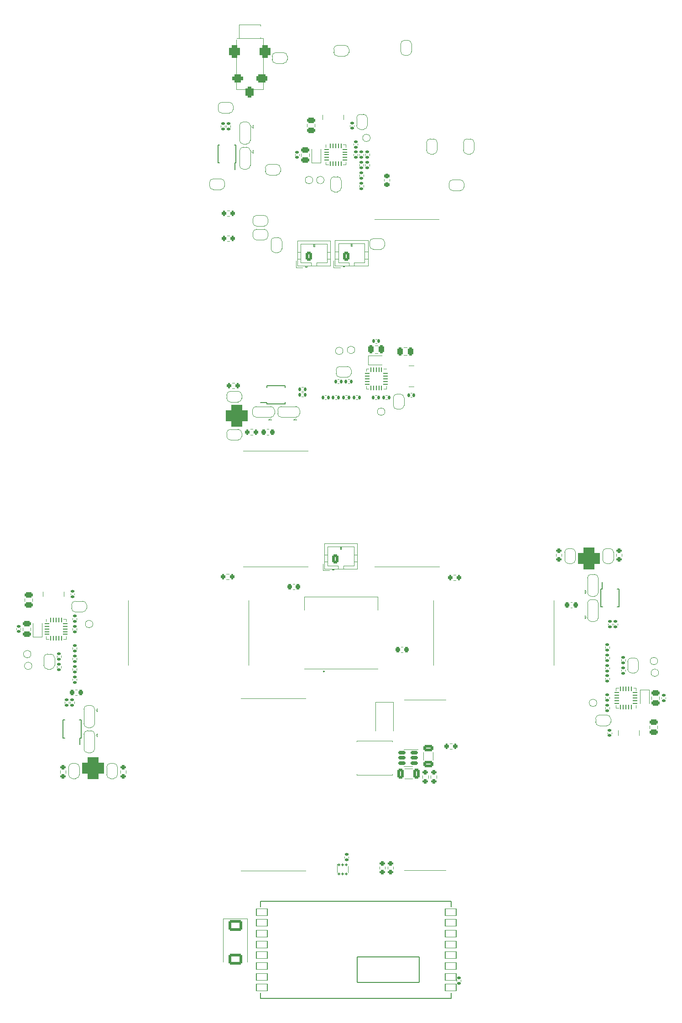
<source format=gbo>
G04 #@! TF.GenerationSoftware,KiCad,Pcbnew,(6.0.9)*
G04 #@! TF.CreationDate,2023-04-21T13:17:04-03:00*
G04 #@! TF.ProjectId,PANEL-COMPLETE,50414e45-4c2d-4434-9f4d-504c4554452e,Rev 3*
G04 #@! TF.SameCoordinates,Original*
G04 #@! TF.FileFunction,Legend,Bot*
G04 #@! TF.FilePolarity,Positive*
%FSLAX46Y46*%
G04 Gerber Fmt 4.6, Leading zero omitted, Abs format (unit mm)*
G04 Created by KiCad (PCBNEW (6.0.9)) date 2023-04-21 13:17:04*
%MOMM*%
%LPD*%
G01*
G04 APERTURE LIST*
G04 Aperture macros list*
%AMRoundRect*
0 Rectangle with rounded corners*
0 $1 Rounding radius*
0 $2 $3 $4 $5 $6 $7 $8 $9 X,Y pos of 4 corners*
0 Add a 4 corners polygon primitive as box body*
4,1,4,$2,$3,$4,$5,$6,$7,$8,$9,$2,$3,0*
0 Add four circle primitives for the rounded corners*
1,1,$1+$1,$2,$3*
1,1,$1+$1,$4,$5*
1,1,$1+$1,$6,$7*
1,1,$1+$1,$8,$9*
0 Add four rect primitives between the rounded corners*
20,1,$1+$1,$2,$3,$4,$5,0*
20,1,$1+$1,$4,$5,$6,$7,0*
20,1,$1+$1,$6,$7,$8,$9,0*
20,1,$1+$1,$8,$9,$2,$3,0*%
%AMFreePoly0*
4,1,22,0.550000,-0.750000,0.000000,-0.750000,0.000000,-0.745033,-0.079941,-0.743568,-0.215256,-0.701293,-0.333266,-0.622738,-0.424486,-0.514219,-0.481581,-0.384460,-0.499164,-0.250000,-0.500000,-0.250000,-0.500000,0.250000,-0.499164,0.250000,-0.499963,0.256109,-0.478152,0.396186,-0.417904,0.524511,-0.324060,0.630769,-0.204165,0.706417,-0.067858,0.745374,0.000000,0.744959,0.000000,0.750000,
0.550000,0.750000,0.550000,-0.750000,0.550000,-0.750000,$1*%
%AMFreePoly1*
4,1,20,0.000000,0.744959,0.073905,0.744508,0.209726,0.703889,0.328688,0.626782,0.421226,0.519385,0.479903,0.390333,0.500000,0.250000,0.500000,-0.250000,0.499851,-0.262216,0.476331,-0.402017,0.414519,-0.529596,0.319384,-0.634700,0.198574,-0.708877,0.061801,-0.746166,0.000000,-0.745033,0.000000,-0.750000,-0.550000,-0.750000,-0.550000,0.750000,0.000000,0.750000,0.000000,0.744959,
0.000000,0.744959,$1*%
%AMFreePoly2*
4,1,22,0.500000,-0.750000,0.000000,-0.750000,0.000000,-0.745033,-0.079941,-0.743568,-0.215256,-0.701293,-0.333266,-0.622738,-0.424486,-0.514219,-0.481581,-0.384460,-0.499164,-0.250000,-0.500000,-0.250000,-0.500000,0.250000,-0.499164,0.250000,-0.499963,0.256109,-0.478152,0.396186,-0.417904,0.524511,-0.324060,0.630769,-0.204165,0.706417,-0.067858,0.745374,0.000000,0.744959,0.000000,0.750000,
0.500000,0.750000,0.500000,-0.750000,0.500000,-0.750000,$1*%
%AMFreePoly3*
4,1,20,0.000000,0.744959,0.073905,0.744508,0.209726,0.703889,0.328688,0.626782,0.421226,0.519385,0.479903,0.390333,0.500000,0.250000,0.500000,-0.250000,0.499851,-0.262216,0.476331,-0.402017,0.414519,-0.529596,0.319384,-0.634700,0.198574,-0.708877,0.061801,-0.746166,0.000000,-0.745033,0.000000,-0.750000,-0.500000,-0.750000,-0.500000,0.750000,0.000000,0.750000,0.000000,0.744959,
0.000000,0.744959,$1*%
G04 Aperture macros list end*
%ADD10C,0.150000*%
%ADD11C,0.120000*%
%ADD12C,0.100000*%
%ADD13C,0.200000*%
%ADD14C,0.127000*%
%ADD15C,2.200000*%
%ADD16C,0.650000*%
%ADD17O,1.000000X1.600000*%
%ADD18O,1.000000X2.100000*%
%ADD19C,0.500000*%
%ADD20C,4.000000*%
%ADD21RoundRect,1.000000X1.000000X1.000000X-1.000000X1.000000X-1.000000X-1.000000X1.000000X-1.000000X0*%
%ADD22RoundRect,1.000000X-1.000000X1.000000X-1.000000X-1.000000X1.000000X-1.000000X1.000000X1.000000X0*%
%ADD23R,6.000000X2.000000*%
%ADD24C,2.000000*%
%ADD25C,2.500000*%
%ADD26C,2.600000*%
%ADD27RoundRect,1.000000X1.000000X-1.000000X1.000000X1.000000X-1.000000X1.000000X-1.000000X-1.000000X0*%
%ADD28C,0.990600*%
%ADD29FreePoly0,270.000000*%
%ADD30R,1.500000X1.000000*%
%ADD31FreePoly1,270.000000*%
%ADD32R,0.300000X1.000000*%
%ADD33R,2.000000X1.300000*%
%ADD34RoundRect,0.140000X-0.170000X0.140000X-0.170000X-0.140000X0.170000X-0.140000X0.170000X0.140000X0*%
%ADD35RoundRect,0.250000X0.475000X-0.250000X0.475000X0.250000X-0.475000X0.250000X-0.475000X-0.250000X0*%
%ADD36RoundRect,0.200000X0.200000X0.275000X-0.200000X0.275000X-0.200000X-0.275000X0.200000X-0.275000X0*%
%ADD37RoundRect,0.135000X0.185000X-0.135000X0.185000X0.135000X-0.185000X0.135000X-0.185000X-0.135000X0*%
%ADD38RoundRect,0.250000X0.325000X0.650000X-0.325000X0.650000X-0.325000X-0.650000X0.325000X-0.650000X0*%
%ADD39RoundRect,0.062500X0.062500X-0.375000X0.062500X0.375000X-0.062500X0.375000X-0.062500X-0.375000X0*%
%ADD40RoundRect,0.062500X0.375000X-0.062500X0.375000X0.062500X-0.375000X0.062500X-0.375000X-0.062500X0*%
%ADD41R,2.000000X2.000000*%
%ADD42FreePoly2,270.000000*%
%ADD43FreePoly3,270.000000*%
%ADD44RoundRect,0.218750X0.256250X-0.218750X0.256250X0.218750X-0.256250X0.218750X-0.256250X-0.218750X0*%
%ADD45RoundRect,0.135000X-0.135000X-0.185000X0.135000X-0.185000X0.135000X0.185000X-0.135000X0.185000X0*%
%ADD46RoundRect,0.250000X-0.650000X0.325000X-0.650000X-0.325000X0.650000X-0.325000X0.650000X0.325000X0*%
%ADD47RoundRect,0.135000X-0.185000X0.135000X-0.185000X-0.135000X0.185000X-0.135000X0.185000X0.135000X0*%
%ADD48FreePoly2,0.000000*%
%ADD49FreePoly3,0.000000*%
%ADD50C,1.000000*%
%ADD51R,0.300000X1.400000*%
%ADD52RoundRect,0.135000X0.135000X0.185000X-0.135000X0.185000X-0.135000X-0.185000X0.135000X-0.185000X0*%
%ADD53RoundRect,0.200000X-0.275000X0.200000X-0.275000X-0.200000X0.275000X-0.200000X0.275000X0.200000X0*%
%ADD54FreePoly0,90.000000*%
%ADD55FreePoly1,90.000000*%
%ADD56FreePoly2,180.000000*%
%ADD57FreePoly3,180.000000*%
%ADD58FreePoly2,90.000000*%
%ADD59FreePoly3,90.000000*%
%ADD60RoundRect,0.200000X0.275000X-0.200000X0.275000X0.200000X-0.275000X0.200000X-0.275000X-0.200000X0*%
%ADD61R,3.890000X1.450000*%
%ADD62RoundRect,0.250000X-0.350000X-0.625000X0.350000X-0.625000X0.350000X0.625000X-0.350000X0.625000X0*%
%ADD63O,1.200000X1.750000*%
%ADD64R,0.450000X0.600000*%
%ADD65R,1.000000X0.300000*%
%ADD66R,1.300000X2.000000*%
%ADD67RoundRect,0.140000X0.170000X-0.140000X0.170000X0.140000X-0.170000X0.140000X-0.170000X-0.140000X0*%
%ADD68RoundRect,0.250000X-1.025000X0.787500X-1.025000X-0.787500X1.025000X-0.787500X1.025000X0.787500X0*%
%ADD69R,1.400000X0.300000*%
%ADD70RoundRect,0.250000X-0.250000X-0.475000X0.250000X-0.475000X0.250000X0.475000X-0.250000X0.475000X0*%
%ADD71RoundRect,0.218750X0.218750X0.256250X-0.218750X0.256250X-0.218750X-0.256250X0.218750X-0.256250X0*%
%ADD72RoundRect,0.140000X0.140000X0.170000X-0.140000X0.170000X-0.140000X-0.170000X0.140000X-0.170000X0*%
%ADD73R,1.450000X3.890000*%
%ADD74RoundRect,0.200000X-0.200000X-0.275000X0.200000X-0.275000X0.200000X0.275000X-0.200000X0.275000X0*%
%ADD75R,0.600000X0.450000*%
%ADD76RoundRect,0.062500X0.375000X0.062500X-0.375000X0.062500X-0.375000X-0.062500X0.375000X-0.062500X0*%
%ADD77RoundRect,0.062500X0.062500X0.375000X-0.062500X0.375000X-0.062500X-0.375000X0.062500X-0.375000X0*%
%ADD78RoundRect,0.150000X0.512500X0.150000X-0.512500X0.150000X-0.512500X-0.150000X0.512500X-0.150000X0*%
%ADD79RoundRect,0.140000X-0.140000X-0.170000X0.140000X-0.170000X0.140000X0.170000X-0.140000X0.170000X0*%
%ADD80R,0.800000X1.500000*%
%ADD81R,1.450000X2.000000*%
%ADD82R,1.800000X2.500000*%
%ADD83C,1.200000*%
%ADD84RoundRect,0.500000X-0.500000X0.650000X-0.500000X-0.650000X0.500000X-0.650000X0.500000X0.650000X0*%
%ADD85RoundRect,0.375000X-0.375000X0.675000X-0.375000X-0.675000X0.375000X-0.675000X0.375000X0.675000X0*%
%ADD86RoundRect,0.385000X-0.665000X0.385000X-0.665000X-0.385000X0.665000X-0.385000X0.665000X0.385000X0*%
%ADD87RoundRect,0.375000X-0.625000X0.375000X-0.625000X-0.375000X0.625000X-0.375000X0.625000X0.375000X0*%
%ADD88RoundRect,0.063500X-1.000000X-0.650000X1.000000X-0.650000X1.000000X0.650000X-1.000000X0.650000X0*%
%ADD89RoundRect,0.063500X-5.750000X-2.350000X5.750000X-2.350000X5.750000X2.350000X-5.750000X2.350000X0*%
%ADD90RoundRect,0.062500X-0.062500X0.375000X-0.062500X-0.375000X0.062500X-0.375000X0.062500X0.375000X0*%
%ADD91RoundRect,0.062500X-0.375000X0.062500X-0.375000X-0.062500X0.375000X-0.062500X0.375000X0.062500X0*%
%ADD92RoundRect,0.250000X-0.475000X0.250000X-0.475000X-0.250000X0.475000X-0.250000X0.475000X0.250000X0*%
%ADD93FreePoly0,180.000000*%
%ADD94R,1.000000X1.500000*%
%ADD95FreePoly1,180.000000*%
%ADD96RoundRect,0.125000X-0.125000X-0.125000X0.125000X-0.125000X0.125000X0.125000X-0.125000X0.125000X0*%
%ADD97RoundRect,0.218750X-0.218750X-0.256250X0.218750X-0.256250X0.218750X0.256250X-0.218750X0.256250X0*%
%ADD98RoundRect,0.250000X0.250000X0.475000X-0.250000X0.475000X-0.250000X-0.475000X0.250000X-0.475000X0*%
%ADD99R,1.500000X2.400000*%
G04 APERTURE END LIST*
D10*
D11*
X158460103Y-186106925D02*
X158760103Y-186406925D01*
X157560103Y-185256925D02*
X156960103Y-185256925D01*
X156260103Y-185906925D02*
X156260103Y-188706925D01*
X158760103Y-185806925D02*
X158760103Y-186406925D01*
X156960103Y-189356925D02*
X157560103Y-189356925D01*
X158460103Y-186106925D02*
X158760103Y-185806925D01*
X158260103Y-188706925D02*
X158260103Y-185906925D01*
X157560103Y-189356925D02*
G75*
G03*
X158260103Y-188656925I0J700000D01*
G01*
X156260103Y-188656925D02*
G75*
G03*
X156960103Y-189356925I700000J0D01*
G01*
X158260103Y-185956925D02*
G75*
G03*
X157560103Y-185256925I-699999J1D01*
G01*
X156960103Y-185256925D02*
G75*
G03*
X156260103Y-185956925I-1J-699999D01*
G01*
D12*
X210179400Y-95004600D02*
X222179400Y-95004600D01*
D11*
X196212025Y-82894764D02*
X196212025Y-83110436D01*
X195492025Y-82894764D02*
X195492025Y-83110436D01*
X198085625Y-83274052D02*
X198085625Y-82751548D01*
X196615625Y-83274052D02*
X196615625Y-82751548D01*
X158760103Y-190480525D02*
X158760103Y-191080525D01*
X158460103Y-190780525D02*
X158760103Y-190480525D01*
X158460103Y-190780525D02*
X158760103Y-191080525D01*
X156960103Y-194030525D02*
X157560103Y-194030525D01*
X156260103Y-190580525D02*
X156260103Y-193380525D01*
X157560103Y-189930525D02*
X156960103Y-189930525D01*
X158260103Y-193380525D02*
X158260103Y-190580525D01*
X158260103Y-190630525D02*
G75*
G03*
X157560103Y-189930525I-699999J1D01*
G01*
X157560103Y-194030525D02*
G75*
G03*
X158260103Y-193330525I0J700000D01*
G01*
X156960103Y-189930525D02*
G75*
G03*
X156260103Y-190630525I-1J-699999D01*
G01*
X156260103Y-193330525D02*
G75*
G03*
X156960103Y-194030525I700000J0D01*
G01*
X183310583Y-94400900D02*
X182836067Y-94400900D01*
X183310583Y-93355900D02*
X182836067Y-93355900D01*
X154940126Y-169331566D02*
X154940126Y-169024284D01*
X154180126Y-169331566D02*
X154180126Y-169024284D01*
X151997650Y-178246966D02*
X151997650Y-177939684D01*
X151237650Y-178246966D02*
X151237650Y-177939684D01*
X217220852Y-198852200D02*
X215798348Y-198852200D01*
X217220852Y-197032200D02*
X215798348Y-197032200D01*
X255013850Y-182007925D02*
X255488850Y-182007925D01*
X258733850Y-182482925D02*
X258733850Y-182007925D01*
X255013850Y-182482925D02*
X255013850Y-182007925D01*
X258733850Y-182007925D02*
X258258850Y-182007925D01*
X258733850Y-185252925D02*
X258733850Y-185727925D01*
X255013850Y-185252925D02*
X255013850Y-185727925D01*
X255013850Y-185727925D02*
X255488850Y-185727925D01*
X204012325Y-89157800D02*
X204012325Y-87757800D01*
X202712325Y-89857800D02*
X203312325Y-89857800D01*
X202012325Y-87757800D02*
X202012325Y-89157800D01*
X203312325Y-87057800D02*
X202712325Y-87057800D01*
X202012325Y-89157800D02*
G75*
G03*
X202712325Y-89857800I700000J0D01*
G01*
X204012325Y-87757800D02*
G75*
G03*
X203312325Y-87057800I-699999J1D01*
G01*
X202712325Y-87057800D02*
G75*
G03*
X202012325Y-87757800I-1J-699999D01*
G01*
X203312325Y-89857800D02*
G75*
G03*
X204012325Y-89157800I0J700000D01*
G01*
X211961000Y-87868979D02*
X211961000Y-87543421D01*
X212981000Y-87868979D02*
X212981000Y-87543421D01*
X210310559Y-127657476D02*
X210617841Y-127657476D01*
X210310559Y-128417476D02*
X210617841Y-128417476D01*
X219257200Y-193928948D02*
X219257200Y-195351452D01*
X221077200Y-193928948D02*
X221077200Y-195351452D01*
X208167525Y-86686959D02*
X208167525Y-86994241D01*
X207407525Y-86686959D02*
X207407525Y-86994241D01*
X254028397Y-188335525D02*
X254028397Y-187735525D01*
X251228397Y-187735525D02*
X251228397Y-188335525D01*
X253328397Y-187035525D02*
X251928397Y-187035525D01*
X251928397Y-189035525D02*
X253328397Y-189035525D01*
X254028397Y-187735525D02*
G75*
G03*
X253328397Y-187035525I-700000J0D01*
G01*
X251928397Y-187035525D02*
G75*
G03*
X251228397Y-187735525I-1J-699999D01*
G01*
X253328397Y-189035525D02*
G75*
G03*
X254028397Y-188335525I0J700000D01*
G01*
X251228397Y-188335525D02*
G75*
G03*
X251928397Y-189035525I699999J-1D01*
G01*
X204359000Y-119409053D02*
G75*
G03*
X204359000Y-119409053I-700000J0D01*
G01*
X206543400Y-119231253D02*
G75*
G03*
X206543400Y-119231253I-700000J0D01*
G01*
X181700225Y-77570359D02*
X181700225Y-77877641D01*
X182460225Y-77570359D02*
X182460225Y-77877641D01*
X205255959Y-124715000D02*
X205563241Y-124715000D01*
X205255959Y-125475000D02*
X205563241Y-125475000D01*
X205410200Y-213298041D02*
X205410200Y-213605323D01*
X204650200Y-213298041D02*
X204650200Y-213605323D01*
D12*
X185418925Y-183958854D02*
X197418925Y-183958854D01*
D10*
X155760103Y-191318725D02*
X155535103Y-191318725D01*
X152410103Y-187968725D02*
X152710103Y-187968725D01*
X152410103Y-191318725D02*
X152710103Y-191318725D01*
X155760103Y-191318725D02*
X155760103Y-187968725D01*
X152410103Y-191318725D02*
X152410103Y-187968725D01*
X155535103Y-191318725D02*
X155535103Y-192543725D01*
X155760103Y-187968725D02*
X155460103Y-187968725D01*
D11*
X254207597Y-190264489D02*
X254207597Y-190480161D01*
X253487597Y-190264489D02*
X253487597Y-190480161D01*
X205131441Y-127657476D02*
X204824159Y-127657476D01*
X205131441Y-128417476D02*
X204824159Y-128417476D01*
X154180126Y-180301884D02*
X154180126Y-180609166D01*
X154940126Y-180301884D02*
X154940126Y-180609166D01*
X224015125Y-88346000D02*
X224015125Y-88946000D01*
X226815125Y-88946000D02*
X226815125Y-88346000D01*
X224715125Y-89646000D02*
X226115125Y-89646000D01*
X226115125Y-87646000D02*
X224715125Y-87646000D01*
X224015125Y-88946000D02*
G75*
G03*
X224715125Y-89646000I699999J-1D01*
G01*
X224715125Y-87646000D02*
G75*
G03*
X224015125Y-88346000I-1J-699999D01*
G01*
X226815125Y-88346000D02*
G75*
G03*
X226115125Y-87646000I-700000J0D01*
G01*
X226115125Y-89646000D02*
G75*
G03*
X226815125Y-88946000I0J700000D01*
G01*
X221705700Y-198263742D02*
X221705700Y-198738258D01*
X220660700Y-198263742D02*
X220660700Y-198738258D01*
X250423397Y-164994925D02*
X251023397Y-164994925D01*
X249523397Y-164144925D02*
X249223397Y-164444925D01*
X251023397Y-160894925D02*
X250423397Y-160894925D01*
X249723397Y-161544925D02*
X249723397Y-164344925D01*
X251723397Y-164344925D02*
X251723397Y-161544925D01*
X249223397Y-164444925D02*
X249223397Y-163844925D01*
X249523397Y-164144925D02*
X249223397Y-163844925D01*
X251023397Y-164994925D02*
G75*
G03*
X251723397Y-164294925I1J699999D01*
G01*
X251723397Y-161594925D02*
G75*
G03*
X251023397Y-160894925I-700000J0D01*
G01*
X250423397Y-160894925D02*
G75*
G03*
X249723397Y-161594925I0J-700000D01*
G01*
X249723397Y-164294925D02*
G75*
G03*
X250423397Y-164994925I699999J-1D01*
G01*
D12*
X197418925Y-215993925D02*
X185418925Y-215993925D01*
D11*
X156755103Y-167189925D02*
X156755103Y-166589925D01*
X153955103Y-166589925D02*
X153955103Y-167189925D01*
X154655103Y-167889925D02*
X156055103Y-167889925D01*
X156055103Y-165889925D02*
X154655103Y-165889925D01*
X156055103Y-167889925D02*
G75*
G03*
X156755103Y-167189925I1J699999D01*
G01*
X156755103Y-166589925D02*
G75*
G03*
X156055103Y-165889925I-699999J1D01*
G01*
X154655103Y-165889925D02*
G75*
G03*
X153955103Y-166589925I0J-700000D01*
G01*
X153955103Y-167189925D02*
G75*
G03*
X154655103Y-167889925I700000J0D01*
G01*
X217067925Y-63819000D02*
X217067925Y-62419000D01*
X215067925Y-62419000D02*
X215067925Y-63819000D01*
X215767925Y-64519000D02*
X216367925Y-64519000D01*
X216367925Y-61719000D02*
X215767925Y-61719000D01*
X215067925Y-63819000D02*
G75*
G03*
X215767925Y-64519000I699999J-1D01*
G01*
X217067925Y-62419000D02*
G75*
G03*
X216367925Y-61719000I-700000J0D01*
G01*
X215767925Y-61719000D02*
G75*
G03*
X215067925Y-62419000I0J-700000D01*
G01*
X216367925Y-64519000D02*
G75*
G03*
X217067925Y-63819000I1J699999D01*
G01*
X245493450Y-156808175D02*
X245493450Y-158208175D01*
X246793450Y-156108175D02*
X246193450Y-156108175D01*
X247493450Y-158208175D02*
X247493450Y-156808175D01*
X246193450Y-158908175D02*
X246793450Y-158908175D01*
X245493450Y-158208175D02*
G75*
G03*
X246193450Y-158908175I699999J-1D01*
G01*
X247493450Y-156808175D02*
G75*
G03*
X246793450Y-156108175I-700000J0D01*
G01*
X246193450Y-156108175D02*
G75*
G03*
X245493450Y-156808175I0J-700000D01*
G01*
X246793450Y-158908175D02*
G75*
G03*
X247493450Y-158208175I1J699999D01*
G01*
X254534397Y-170337566D02*
X254534397Y-170030284D01*
X255294397Y-170337566D02*
X255294397Y-170030284D01*
X221143125Y-80032400D02*
X220543125Y-80032400D01*
X219843125Y-80732400D02*
X219843125Y-82132400D01*
X220543125Y-82832400D02*
X221143125Y-82832400D01*
X221843125Y-82132400D02*
X221843125Y-80732400D01*
X221843125Y-80732400D02*
G75*
G03*
X221143125Y-80032400I-700000J0D01*
G01*
X219843125Y-82132400D02*
G75*
G03*
X220543125Y-82832400I699999J-1D01*
G01*
X220543125Y-80032400D02*
G75*
G03*
X219843125Y-80732400I0J-700000D01*
G01*
X221143125Y-82832400D02*
G75*
G03*
X221843125Y-82132400I1J699999D01*
G01*
X212155300Y-215654658D02*
X212155300Y-215180142D01*
X211110300Y-215654658D02*
X211110300Y-215180142D01*
D12*
X200556825Y-76450600D02*
X200556825Y-75550600D01*
X204456825Y-76450600D02*
X204456825Y-75550600D01*
D11*
X207063841Y-127657476D02*
X206756559Y-127657476D01*
X207063841Y-128417476D02*
X206756559Y-128417476D01*
X189928325Y-85450400D02*
X189928325Y-86050400D01*
X190628325Y-86750400D02*
X192028325Y-86750400D01*
X192728325Y-86050400D02*
X192728325Y-85450400D01*
X192028325Y-84750400D02*
X190628325Y-84750400D01*
X190628325Y-84750400D02*
G75*
G03*
X189928325Y-85450400I-1J-699999D01*
G01*
X192028325Y-86750400D02*
G75*
G03*
X192728325Y-86050400I0J700000D01*
G01*
X192728325Y-85450400D02*
G75*
G03*
X192028325Y-84750400I-700000J0D01*
G01*
X189928325Y-86050400D02*
G75*
G03*
X190628325Y-86750400I699999J-1D01*
G01*
D12*
X222190325Y-159524325D02*
X210190325Y-159524325D01*
D11*
X207022000Y-158580800D02*
X206412000Y-158580800D01*
X206412000Y-159280800D02*
X204462000Y-159280800D01*
X202662000Y-159990800D02*
X202362000Y-159990800D01*
X200902000Y-158580800D02*
X201512000Y-158580800D01*
X203962000Y-155780800D02*
X203962000Y-156280800D01*
X202662000Y-159890800D02*
X202662000Y-160090800D01*
X200902000Y-157280800D02*
X201512000Y-157280800D01*
X202362000Y-160090800D02*
X202362000Y-159890800D01*
X203862000Y-156280800D02*
X204062000Y-156280800D01*
X203462000Y-159280800D02*
X201512000Y-159280800D01*
X200602000Y-160190800D02*
X200602000Y-158940800D01*
X206412000Y-155780800D02*
X206412000Y-159280800D01*
X201852000Y-160190800D02*
X200602000Y-160190800D01*
X200902000Y-155170800D02*
X207022000Y-155170800D01*
X203462000Y-159890800D02*
X203462000Y-159280800D01*
X207022000Y-159890800D02*
X200902000Y-159890800D01*
X207022000Y-155170800D02*
X207022000Y-159890800D01*
X201512000Y-155780800D02*
X206412000Y-155780800D01*
X204462000Y-159280800D02*
X204462000Y-159890800D01*
X203862000Y-155780800D02*
X203862000Y-156280800D01*
X207022000Y-157280800D02*
X206412000Y-157280800D01*
X204062000Y-156280800D02*
X204062000Y-155780800D01*
X202662000Y-160090800D02*
X202362000Y-160090800D01*
X201512000Y-159280800D02*
X201512000Y-155780800D01*
X200902000Y-159890800D02*
X200902000Y-155170800D01*
X208482925Y-82812559D02*
X208482925Y-83119841D01*
X209242925Y-82812559D02*
X209242925Y-83119841D01*
X207085552Y-82833759D02*
X207085552Y-83141041D01*
X206325552Y-82833759D02*
X206325552Y-83141041D01*
D12*
X223412125Y-215893925D02*
X215712125Y-215893925D01*
X185806325Y-137984125D02*
X197806325Y-137984125D01*
D11*
X146805250Y-172557525D02*
X146805250Y-170007525D01*
X148505250Y-172557525D02*
X146805250Y-172557525D01*
X148505250Y-172557525D02*
X148505250Y-170007525D01*
D12*
X221115600Y-177745525D02*
X221115600Y-165745525D01*
D11*
X262751797Y-177011925D02*
G75*
G03*
X262751797Y-177011925I-700000J0D01*
G01*
X264214604Y-183975761D02*
X264214604Y-183760089D01*
X263494604Y-183975761D02*
X263494604Y-183760089D01*
X154940126Y-176441084D02*
X154940126Y-176748366D01*
X154180126Y-176441084D02*
X154180126Y-176748366D01*
X190988725Y-99045800D02*
X190988725Y-100445800D01*
X191688725Y-101145800D02*
X192288725Y-101145800D01*
X192288725Y-98345800D02*
X191688725Y-98345800D01*
X192988725Y-100445800D02*
X192988725Y-99045800D01*
X191688725Y-98345800D02*
G75*
G03*
X190988725Y-99045800I-1J-699999D01*
G01*
X192288725Y-101145800D02*
G75*
G03*
X192988725Y-100445800I0J700000D01*
G01*
X190988725Y-100445800D02*
G75*
G03*
X191688725Y-101145800I700000J0D01*
G01*
X192988725Y-99045800D02*
G75*
G03*
X192288725Y-98345800I-699999J1D01*
G01*
X228685600Y-82132400D02*
X228685600Y-80732400D01*
X227985600Y-80032400D02*
X227385600Y-80032400D01*
X226685600Y-80732400D02*
X226685600Y-82132400D01*
X227385600Y-82832400D02*
X227985600Y-82832400D01*
X227985600Y-82832400D02*
G75*
G03*
X228685600Y-82132400I1J699999D01*
G01*
X226685600Y-82132400D02*
G75*
G03*
X227385600Y-82832400I699999J-1D01*
G01*
X227385600Y-80032400D02*
G75*
G03*
X226685600Y-80732400I0J-700000D01*
G01*
X228685600Y-80732400D02*
G75*
G03*
X227985600Y-80032400I-700000J0D01*
G01*
X201270641Y-128417476D02*
X200963359Y-128417476D01*
X201270641Y-127657476D02*
X200963359Y-127657476D01*
X187144225Y-85016800D02*
X187144225Y-82216800D01*
X185144225Y-82216800D02*
X185144225Y-85016800D01*
X186444225Y-81566800D02*
X185844225Y-81566800D01*
X187344225Y-82416800D02*
X187644225Y-82116800D01*
X187344225Y-82416800D02*
X187644225Y-82716800D01*
X187644225Y-82116800D02*
X187644225Y-82716800D01*
X185844225Y-85666800D02*
X186444225Y-85666800D01*
X187144225Y-82266800D02*
G75*
G03*
X186444225Y-81566800I-699999J1D01*
G01*
X186444225Y-85666800D02*
G75*
G03*
X187144225Y-84966800I0J700000D01*
G01*
X185844225Y-81566800D02*
G75*
G03*
X185144225Y-82266800I-1J-699999D01*
G01*
X185144225Y-84966800D02*
G75*
G03*
X185844225Y-85666800I700000J0D01*
G01*
X185144225Y-77543200D02*
X185144225Y-80343200D01*
X186444225Y-76893200D02*
X185844225Y-76893200D01*
X187344225Y-77743200D02*
X187644225Y-77443200D01*
X187344225Y-77743200D02*
X187644225Y-78043200D01*
X187644225Y-77443200D02*
X187644225Y-78043200D01*
X185844225Y-80993200D02*
X186444225Y-80993200D01*
X187144225Y-80343200D02*
X187144225Y-77543200D01*
X185844225Y-76893200D02*
G75*
G03*
X185144225Y-77593200I-1J-699999D01*
G01*
X186444225Y-80993200D02*
G75*
G03*
X187144225Y-80293200I0J700000D01*
G01*
X187144225Y-77593200D02*
G75*
G03*
X186444225Y-76893200I-699999J1D01*
G01*
X185144225Y-80293200D02*
G75*
G03*
X185844225Y-80993200I700000J0D01*
G01*
X151997650Y-176316566D02*
X151997650Y-176009284D01*
X151237650Y-176316566D02*
X151237650Y-176009284D01*
X154180126Y-178371484D02*
X154180126Y-178678766D01*
X154940126Y-178371484D02*
X154940126Y-178678766D01*
X183310583Y-98004100D02*
X182836067Y-98004100D01*
X183310583Y-99049100D02*
X182836067Y-99049100D01*
X203325559Y-125475000D02*
X203632841Y-125475000D01*
X203325559Y-124715000D02*
X203632841Y-124715000D01*
X184855250Y-126906200D02*
X183455250Y-126906200D01*
X185555250Y-128206200D02*
X185555250Y-127606200D01*
X182755250Y-127606200D02*
X182755250Y-128206200D01*
X183455250Y-128906200D02*
X184855250Y-128906200D01*
X185555250Y-127606200D02*
G75*
G03*
X184855250Y-126906200I-700000J0D01*
G01*
X183455250Y-126906200D02*
G75*
G03*
X182755250Y-127606200I-1J-699999D01*
G01*
X182755250Y-128206200D02*
G75*
G03*
X183455250Y-128906200I699999J-1D01*
G01*
X184855250Y-128906200D02*
G75*
G03*
X185555250Y-128206200I0J700000D01*
G01*
X182080000Y-232912500D02*
X182080000Y-224852500D01*
X182080000Y-224852500D02*
X186600000Y-224852500D01*
X186600000Y-224852500D02*
X186600000Y-232912500D01*
X200207225Y-84512800D02*
X200207225Y-81962800D01*
X198507225Y-84512800D02*
X198507225Y-81962800D01*
X200207225Y-84512800D02*
X198507225Y-84512800D01*
X185555250Y-135267400D02*
X185555250Y-134667400D01*
X184855250Y-133967400D02*
X183455250Y-133967400D01*
X182755250Y-134667400D02*
X182755250Y-135267400D01*
X183455250Y-135967400D02*
X184855250Y-135967400D01*
X185555250Y-134667400D02*
G75*
G03*
X184855250Y-133967400I-699999J1D01*
G01*
X183455250Y-133967400D02*
G75*
G03*
X182755250Y-134667400I0J-700000D01*
G01*
X184855250Y-135967400D02*
G75*
G03*
X185555250Y-135267400I1J699999D01*
G01*
X182755250Y-135267400D02*
G75*
G03*
X183455250Y-135967400I700000J0D01*
G01*
X253803374Y-183663484D02*
X253803374Y-183970766D01*
X253043374Y-183663484D02*
X253043374Y-183970766D01*
X220156300Y-198738258D02*
X220156300Y-198263742D01*
X219111300Y-198738258D02*
X219111300Y-198263742D01*
X214982600Y-127432453D02*
X214382600Y-127432453D01*
X214382600Y-130232453D02*
X214982600Y-130232453D01*
X213682600Y-128132453D02*
X213682600Y-129532453D01*
X215682600Y-129532453D02*
X215682600Y-128132453D01*
X214382600Y-127432453D02*
G75*
G03*
X213682600Y-128132453I0J-700000D01*
G01*
X215682600Y-128132453D02*
G75*
G03*
X214982600Y-127432453I-700000J0D01*
G01*
X213682600Y-129532453D02*
G75*
G03*
X214382600Y-130232453I699999J-1D01*
G01*
X214982600Y-130232453D02*
G75*
G03*
X215682600Y-129532453I1J699999D01*
G01*
X225480000Y-236543641D02*
X225480000Y-236236359D01*
X226240000Y-236543641D02*
X226240000Y-236236359D01*
X194000000Y-65300000D02*
X194000000Y-64700000D01*
X193300000Y-64000000D02*
X191900000Y-64000000D01*
X191200000Y-64700000D02*
X191200000Y-65300000D01*
X191900000Y-66000000D02*
X193300000Y-66000000D01*
X194000000Y-64700000D02*
G75*
G03*
X193300000Y-64000000I-699999J1D01*
G01*
X193300000Y-66000000D02*
G75*
G03*
X194000000Y-65300000I1J699999D01*
G01*
X191900000Y-64000000D02*
G75*
G03*
X191200000Y-64700000I0J-700000D01*
G01*
X191200000Y-65300000D02*
G75*
G03*
X191900000Y-66000000I700000J0D01*
G01*
D10*
X190253800Y-129012453D02*
X189028800Y-129012453D01*
X190253800Y-125887453D02*
X190253800Y-126187453D01*
X190253800Y-125887453D02*
X193603800Y-125887453D01*
X190253800Y-129237453D02*
X193603800Y-129237453D01*
X193603800Y-129237453D02*
X193603800Y-128937453D01*
X193603800Y-125887453D02*
X193603800Y-126187453D01*
X190253800Y-129237453D02*
X190253800Y-129012453D01*
D11*
X208863725Y-77560400D02*
X208863725Y-76160400D01*
X206863725Y-76160400D02*
X206863725Y-77560400D01*
X208163725Y-75460400D02*
X207563725Y-75460400D01*
X207563725Y-78260400D02*
X208163725Y-78260400D01*
X206863725Y-77560400D02*
G75*
G03*
X207563725Y-78260400I700000J0D01*
G01*
X208863725Y-76160400D02*
G75*
G03*
X208163725Y-75460400I-699999J1D01*
G01*
X208163725Y-78260400D02*
G75*
G03*
X208863725Y-77560400I0J700000D01*
G01*
X207563725Y-75460400D02*
G75*
G03*
X206863725Y-76160400I-1J-699999D01*
G01*
D12*
X164506775Y-177745525D02*
X164506775Y-165745525D01*
D11*
X212240959Y-127657476D02*
X212548241Y-127657476D01*
X212240959Y-128417476D02*
X212548241Y-128417476D01*
X257869250Y-179222725D02*
X258469250Y-179222725D01*
X258469250Y-176422725D02*
X257869250Y-176422725D01*
X259169250Y-178522725D02*
X259169250Y-177122725D01*
X257169250Y-177122725D02*
X257169250Y-178522725D01*
X257869250Y-176422725D02*
G75*
G03*
X257169250Y-177122725I0J-700000D01*
G01*
X259169250Y-177122725D02*
G75*
G03*
X258469250Y-176422725I-700000J0D01*
G01*
X258469250Y-179222725D02*
G75*
G03*
X259169250Y-178522725I1J699999D01*
G01*
X257169250Y-178522725D02*
G75*
G03*
X257869250Y-179222725I699999J-1D01*
G01*
X210253748Y-118391000D02*
X210776252Y-118391000D01*
X210253748Y-119861000D02*
X210776252Y-119861000D01*
X162490050Y-198117275D02*
X162490050Y-196717275D01*
X160490050Y-196717275D02*
X160490050Y-198117275D01*
X161790050Y-196017275D02*
X161190050Y-196017275D01*
X161190050Y-198817275D02*
X161790050Y-198817275D01*
X160490050Y-198117275D02*
G75*
G03*
X161190050Y-198817275I700000J0D01*
G01*
X162490050Y-196717275D02*
G75*
G03*
X161790050Y-196017275I-699999J1D01*
G01*
X161790050Y-198817275D02*
G75*
G03*
X162490050Y-198117275I0J700000D01*
G01*
X161190050Y-196017275D02*
G75*
G03*
X160490050Y-196717275I-1J-699999D01*
G01*
X256745850Y-178608884D02*
X256745850Y-178916166D01*
X255985850Y-178608884D02*
X255985850Y-178916166D01*
D12*
X186876725Y-165745525D02*
X186876725Y-177745525D01*
D11*
X152689103Y-184587884D02*
X152689103Y-184895166D01*
X153449103Y-184587884D02*
X153449103Y-184895166D01*
X155026579Y-182319200D02*
X154701021Y-182319200D01*
X155026579Y-183339200D02*
X154701021Y-183339200D01*
X196984641Y-126166453D02*
X196677359Y-126166453D01*
X196984641Y-126926453D02*
X196677359Y-126926453D01*
X259478250Y-182367925D02*
X259478250Y-184917925D01*
X259478250Y-182367925D02*
X261178250Y-182367925D01*
X261178250Y-182367925D02*
X261178250Y-184917925D01*
X183193458Y-161888700D02*
X182718942Y-161888700D01*
X183193458Y-160843700D02*
X182718942Y-160843700D01*
X210622836Y-117966246D02*
X210407164Y-117966246D01*
X210622836Y-117246246D02*
X210407164Y-117246246D01*
X202865000Y-103610000D02*
X202865000Y-98890000D01*
X208375000Y-99500000D02*
X208375000Y-103000000D01*
X202565000Y-103910000D02*
X202565000Y-102660000D01*
X202865000Y-98890000D02*
X208985000Y-98890000D01*
X204625000Y-103710000D02*
X204325000Y-103710000D01*
X208985000Y-102300000D02*
X208375000Y-102300000D01*
X205425000Y-103610000D02*
X205425000Y-103000000D01*
X203475000Y-99500000D02*
X208375000Y-99500000D01*
X205825000Y-100000000D02*
X206025000Y-100000000D01*
X203815000Y-103910000D02*
X202565000Y-103910000D01*
X208375000Y-103000000D02*
X206425000Y-103000000D01*
X204625000Y-103610000D02*
X204625000Y-103810000D01*
X204625000Y-103810000D02*
X204325000Y-103810000D01*
X203475000Y-103000000D02*
X203475000Y-99500000D01*
X208985000Y-103610000D02*
X202865000Y-103610000D01*
X206025000Y-100000000D02*
X206025000Y-99500000D01*
X205925000Y-99500000D02*
X205925000Y-100000000D01*
X208985000Y-98890000D02*
X208985000Y-103610000D01*
X202865000Y-102300000D02*
X203475000Y-102300000D01*
X205425000Y-103000000D02*
X203475000Y-103000000D01*
X206425000Y-103000000D02*
X206425000Y-103610000D01*
X208985000Y-101000000D02*
X208375000Y-101000000D01*
X202865000Y-101000000D02*
X203475000Y-101000000D01*
X204325000Y-103810000D02*
X204325000Y-103610000D01*
X205825000Y-99500000D02*
X205825000Y-100000000D01*
X144913650Y-171318777D02*
X144913650Y-170796273D01*
X146383650Y-171318777D02*
X146383650Y-170796273D01*
X255089550Y-157100917D02*
X255089550Y-157575433D01*
X256134550Y-157100917D02*
X256134550Y-157575433D01*
X205869800Y-123591600D02*
X205869800Y-122991600D01*
X203769800Y-124291600D02*
X205169800Y-124291600D01*
X205169800Y-122291600D02*
X203769800Y-122291600D01*
X203069800Y-122991600D02*
X203069800Y-123591600D01*
X205869800Y-122991600D02*
G75*
G03*
X205169800Y-122291600I-699999J1D01*
G01*
X203069800Y-123591600D02*
G75*
G03*
X203769800Y-124291600I700000J0D01*
G01*
X205169800Y-124291600D02*
G75*
G03*
X205869800Y-123591600I1J699999D01*
G01*
X203769800Y-122291600D02*
G75*
G03*
X203069800Y-122991600I0J-700000D01*
G01*
X180275000Y-89450000D02*
X181675000Y-89450000D01*
X179575000Y-88150000D02*
X179575000Y-88750000D01*
X181675000Y-87450000D02*
X180275000Y-87450000D01*
X182375000Y-88750000D02*
X182375000Y-88150000D01*
X181675000Y-89450000D02*
G75*
G03*
X182375000Y-88750000I0J700000D01*
G01*
X179575000Y-88750000D02*
G75*
G03*
X180275000Y-89450000I699999J-1D01*
G01*
X180275000Y-87450000D02*
G75*
G03*
X179575000Y-88150000I-1J-699999D01*
G01*
X182375000Y-88150000D02*
G75*
G03*
X181675000Y-87450000I-700000J0D01*
G01*
D12*
X216569400Y-122129000D02*
X217469400Y-122129000D01*
X216569400Y-126029000D02*
X217469400Y-126029000D01*
D11*
X188316925Y-98815400D02*
X189716925Y-98815400D01*
X189716925Y-96815400D02*
X188316925Y-96815400D01*
X187616925Y-97515400D02*
X187616925Y-98115400D01*
X190416925Y-98115400D02*
X190416925Y-97515400D01*
X188316925Y-96815400D02*
G75*
G03*
X187616925Y-97515400I0J-700000D01*
G01*
X189716925Y-98815400D02*
G75*
G03*
X190416925Y-98115400I1J699999D01*
G01*
X190416925Y-97515400D02*
G75*
G03*
X189716925Y-96815400I-699999J1D01*
G01*
X187616925Y-98115400D02*
G75*
G03*
X188316925Y-98815400I700000J0D01*
G01*
X144488896Y-170949689D02*
X144488896Y-171165361D01*
X143768896Y-170949689D02*
X143768896Y-171165361D01*
D10*
X255573397Y-166956725D02*
X255273397Y-166956725D01*
X252223397Y-166956725D02*
X252523397Y-166956725D01*
X252448397Y-163606725D02*
X252448397Y-162381725D01*
X252223397Y-163606725D02*
X252223397Y-166956725D01*
X255573397Y-163606725D02*
X255273397Y-163606725D01*
X255573397Y-163606725D02*
X255573397Y-166956725D01*
X252223397Y-163606725D02*
X252448397Y-163606725D01*
D11*
X198736425Y-87686400D02*
G75*
G03*
X198736425Y-87686400I-700000J0D01*
G01*
X212131400Y-130704525D02*
G75*
G03*
X212131400Y-130704525I-700000J0D01*
G01*
X206394925Y-77704836D02*
X206394925Y-77489164D01*
X205674925Y-77704836D02*
X205674925Y-77489164D01*
X253518397Y-170337566D02*
X253518397Y-170030284D01*
X254278397Y-170337566D02*
X254278397Y-170030284D01*
X253803374Y-174623566D02*
X253803374Y-174316284D01*
X253043374Y-174623566D02*
X253043374Y-174316284D01*
X208167525Y-82826159D02*
X208167525Y-83133441D01*
X207407525Y-82826159D02*
X207407525Y-83133441D01*
X209975000Y-100550000D02*
X211375000Y-100550000D01*
X212075000Y-99850000D02*
X212075000Y-99250000D01*
X211375000Y-98550000D02*
X209975000Y-98550000D01*
X209275000Y-99250000D02*
X209275000Y-99850000D01*
X211375000Y-100550000D02*
G75*
G03*
X212075000Y-99850000I1J699999D01*
G01*
X209275000Y-99850000D02*
G75*
G03*
X209975000Y-100550000I700000J0D01*
G01*
X209975000Y-98550000D02*
G75*
G03*
X209275000Y-99250000I0J-700000D01*
G01*
X212075000Y-99250000D02*
G75*
G03*
X211375000Y-98550000I-699999J1D01*
G01*
X207407525Y-84756559D02*
X207407525Y-85063841D01*
X208167525Y-84756559D02*
X208167525Y-85063841D01*
X183747992Y-125326300D02*
X184222508Y-125326300D01*
X183747992Y-126371300D02*
X184222508Y-126371300D01*
X253043374Y-180416766D02*
X253043374Y-180109484D01*
X253803374Y-180416766D02*
X253803374Y-180109484D01*
X208167525Y-88617359D02*
X208167525Y-88924641D01*
X207407525Y-88617359D02*
X207407525Y-88924641D01*
X153775903Y-164660961D02*
X153775903Y-164445289D01*
X154495903Y-164660961D02*
X154495903Y-164445289D01*
X208482925Y-84742959D02*
X208482925Y-85050241D01*
X209242925Y-84742959D02*
X209242925Y-85050241D01*
X200844625Y-87686400D02*
G75*
G03*
X200844625Y-87686400I-700000J0D01*
G01*
X224146342Y-193384700D02*
X224620858Y-193384700D01*
X224146342Y-192339700D02*
X224620858Y-192339700D01*
X209015000Y-120282600D02*
X211565000Y-120282600D01*
X209015000Y-121982600D02*
X211565000Y-121982600D01*
X209015000Y-121982600D02*
X209015000Y-120282600D01*
X190416925Y-95550000D02*
X190416925Y-94950000D01*
X188316925Y-96250000D02*
X189716925Y-96250000D01*
X189716925Y-94250000D02*
X188316925Y-94250000D01*
X187616925Y-94950000D02*
X187616925Y-95550000D01*
X189716925Y-96250000D02*
G75*
G03*
X190416925Y-95550000I1J699999D01*
G01*
X188316925Y-94250000D02*
G75*
G03*
X187616925Y-94950000I0J-700000D01*
G01*
X190416925Y-94950000D02*
G75*
G03*
X189716925Y-94250000I-699999J1D01*
G01*
X187616925Y-95550000D02*
G75*
G03*
X188316925Y-96250000I700000J0D01*
G01*
X209130000Y-126447000D02*
X208655000Y-126447000D01*
X211900000Y-122727000D02*
X212375000Y-122727000D01*
X212375000Y-126447000D02*
X212375000Y-125972000D01*
X208655000Y-122727000D02*
X208655000Y-123202000D01*
X211900000Y-126447000D02*
X212375000Y-126447000D01*
X209130000Y-122727000D02*
X208655000Y-122727000D01*
X208655000Y-126447000D02*
X208655000Y-125972000D01*
X205428325Y-63950840D02*
X205428325Y-63350840D01*
X202628325Y-63350840D02*
X202628325Y-63950840D01*
X203328325Y-64650840D02*
X204728325Y-64650840D01*
X204728325Y-62650840D02*
X203328325Y-62650840D01*
X205428325Y-63350840D02*
G75*
G03*
X204728325Y-62650840I-700000J0D01*
G01*
X203328325Y-62650840D02*
G75*
G03*
X202628325Y-63350840I-1J-699999D01*
G01*
X202628325Y-63950840D02*
G75*
G03*
X203328325Y-64650840I699999J-1D01*
G01*
X204728325Y-64650840D02*
G75*
G03*
X205428325Y-63950840I0J700000D01*
G01*
X215478579Y-174394400D02*
X215153021Y-174394400D01*
X215478579Y-175414400D02*
X215153021Y-175414400D01*
X216458800Y-196555800D02*
X215658800Y-196555800D01*
X216458800Y-193435800D02*
X218258800Y-193435800D01*
X216458800Y-193435800D02*
X215658800Y-193435800D01*
X216458800Y-196555800D02*
X217258800Y-196555800D01*
X216911564Y-127973253D02*
X217127236Y-127973253D01*
X216911564Y-127253253D02*
X217127236Y-127253253D01*
D12*
X210798325Y-178441589D02*
X197198325Y-178441589D01*
D13*
X200898325Y-178941589D02*
X200898325Y-178941589D01*
D12*
X197198325Y-165041589D02*
X197198325Y-167541589D01*
X210798325Y-167541589D02*
X210798325Y-165041589D01*
X210798325Y-165041589D02*
X197198325Y-165041589D01*
D13*
X200698325Y-178941589D02*
X200698325Y-178941589D01*
X200898325Y-178941589D02*
G75*
G03*
X200698325Y-178941589I-100000J0D01*
G01*
X200698325Y-178941589D02*
G75*
G03*
X200898325Y-178941589I100000J0D01*
G01*
D11*
X213638400Y-184592000D02*
X213638400Y-189992000D01*
X210338400Y-184592000D02*
X213638400Y-184592000D01*
X210338400Y-184592000D02*
X210338400Y-189992000D01*
X203201041Y-128417476D02*
X202893759Y-128417476D01*
X203201041Y-127657476D02*
X202893759Y-127657476D01*
X184525000Y-61325000D02*
X189525000Y-61325000D01*
X189525000Y-61325000D02*
X189525000Y-70825000D01*
X189525000Y-70825000D02*
X184525000Y-70825000D01*
X184525000Y-70825000D02*
X184525000Y-61325000D01*
X185025000Y-58825000D02*
X189025000Y-58825000D01*
X189025000Y-58825000D02*
X189025000Y-61325000D01*
X189025000Y-61325000D02*
X185025000Y-61325000D01*
X185025000Y-61325000D02*
X185025000Y-58825000D01*
X224832142Y-162015700D02*
X225306658Y-162015700D01*
X224832142Y-160970700D02*
X225306658Y-160970700D01*
X197675000Y-103835000D02*
X197375000Y-103835000D01*
X198875000Y-99525000D02*
X198875000Y-100025000D01*
X195615000Y-103935000D02*
X195615000Y-102685000D01*
X202035000Y-103635000D02*
X195915000Y-103635000D01*
X195915000Y-103635000D02*
X195915000Y-98915000D01*
X196865000Y-103935000D02*
X195615000Y-103935000D01*
X199475000Y-103025000D02*
X199475000Y-103635000D01*
X197675000Y-103735000D02*
X197375000Y-103735000D01*
X199075000Y-100025000D02*
X199075000Y-99525000D01*
X196525000Y-99525000D02*
X201425000Y-99525000D01*
X197375000Y-103835000D02*
X197375000Y-103635000D01*
X196525000Y-103025000D02*
X196525000Y-99525000D01*
X198475000Y-103635000D02*
X198475000Y-103025000D01*
X202035000Y-98915000D02*
X202035000Y-103635000D01*
X201425000Y-99525000D02*
X201425000Y-103025000D01*
X195915000Y-98915000D02*
X202035000Y-98915000D01*
X197675000Y-103635000D02*
X197675000Y-103835000D01*
X195915000Y-101025000D02*
X196525000Y-101025000D01*
X202035000Y-101025000D02*
X201425000Y-101025000D01*
X198475000Y-103025000D02*
X196525000Y-103025000D01*
X202035000Y-102325000D02*
X201425000Y-102325000D01*
X201425000Y-103025000D02*
X199475000Y-103025000D01*
X198975000Y-99525000D02*
X198975000Y-100025000D01*
X198875000Y-100025000D02*
X199075000Y-100025000D01*
X195915000Y-102325000D02*
X196525000Y-102325000D01*
X209401925Y-79857600D02*
G75*
G03*
X209401925Y-79857600I-700000J0D01*
G01*
X164069950Y-197824533D02*
X164069950Y-197350017D01*
X163024950Y-197824533D02*
X163024950Y-197350017D01*
X146453903Y-175729125D02*
G75*
G03*
X146453903Y-175729125I-700000J0D01*
G01*
D14*
X189025000Y-222650000D02*
X189025000Y-221650000D01*
X189025000Y-221650000D02*
X224425000Y-221650000D01*
X224425000Y-238650000D02*
X224425000Y-239650000D01*
X189025000Y-239650000D02*
X224425000Y-239650000D01*
X224425000Y-221650000D02*
X224425000Y-222650000D01*
X189025000Y-238650000D02*
X189025000Y-239650000D01*
D11*
X251456325Y-184784325D02*
G75*
G03*
X251456325Y-184784325I-700000J0D01*
G01*
X146631703Y-177913525D02*
G75*
G03*
X146631703Y-177913525I-700000J0D01*
G01*
X149249650Y-172917525D02*
X149724650Y-172917525D01*
X152969650Y-169672525D02*
X152969650Y-169197525D01*
X152969650Y-172442525D02*
X152969650Y-172917525D01*
X149249650Y-172442525D02*
X149249650Y-172917525D01*
X152969650Y-169197525D02*
X152494650Y-169197525D01*
X152969650Y-172917525D02*
X152494650Y-172917525D01*
X149249650Y-169672525D02*
X149249650Y-169197525D01*
D12*
X197806325Y-159524325D02*
X185806325Y-159524325D01*
D11*
X204874825Y-84372400D02*
X204874825Y-84847400D01*
X204874825Y-81602400D02*
X204874825Y-81127400D01*
X201154825Y-84372400D02*
X201154825Y-84847400D01*
X201154825Y-81602400D02*
X201154825Y-81127400D01*
X201154825Y-84847400D02*
X201629825Y-84847400D01*
X204874825Y-84847400D02*
X204399825Y-84847400D01*
X204874825Y-81127400D02*
X204399825Y-81127400D01*
X154465103Y-184587884D02*
X154465103Y-184895166D01*
X153705103Y-184587884D02*
X153705103Y-184895166D01*
X199152425Y-77264348D02*
X199152425Y-77786852D01*
X197682425Y-77264348D02*
X197682425Y-77786852D01*
X191092000Y-132237453D02*
X190492000Y-132237453D01*
X190992000Y-129737453D02*
X188192000Y-129737453D01*
X190792000Y-131937453D02*
X191092000Y-132237453D01*
X190792000Y-131937453D02*
X190492000Y-132237453D01*
X187542000Y-130437453D02*
X187542000Y-131037453D01*
X191642000Y-131037453D02*
X191642000Y-130437453D01*
X188192000Y-131737453D02*
X190992000Y-131737453D01*
X188242000Y-129737453D02*
G75*
G03*
X187542000Y-130437453I0J-700000D01*
G01*
X190942000Y-131737453D02*
G75*
G03*
X191642000Y-131037453I1J699999D01*
G01*
X191642000Y-130437453D02*
G75*
G03*
X190942000Y-129737453I-699999J1D01*
G01*
X187542000Y-131037453D02*
G75*
G03*
X188242000Y-131737453I700000J0D01*
G01*
X196984641Y-127182453D02*
X196677359Y-127182453D01*
X196984641Y-127942453D02*
X196677359Y-127942453D01*
X203266800Y-214696800D02*
X203266800Y-216296800D01*
X205266800Y-216296800D02*
X205266800Y-215096800D01*
D12*
X215712125Y-184185925D02*
X223412125Y-184185925D01*
D11*
X249523397Y-168818525D02*
X249223397Y-168518525D01*
X249723397Y-166218525D02*
X249723397Y-169018525D01*
X250423397Y-169668525D02*
X251023397Y-169668525D01*
X249523397Y-168818525D02*
X249223397Y-169118525D01*
X249223397Y-169118525D02*
X249223397Y-168518525D01*
X251723397Y-169018525D02*
X251723397Y-166218525D01*
X251023397Y-165568525D02*
X250423397Y-165568525D01*
X251723397Y-166268525D02*
G75*
G03*
X251023397Y-165568525I-700000J0D01*
G01*
X251023397Y-169668525D02*
G75*
G03*
X251723397Y-168968525I1J699999D01*
G01*
X249723397Y-168968525D02*
G75*
G03*
X250423397Y-169668525I699999J-1D01*
G01*
X250423397Y-165568525D02*
G75*
G03*
X249723397Y-166268525I0J-700000D01*
G01*
D12*
X148651650Y-165003125D02*
X148651650Y-164103125D01*
X152551650Y-165003125D02*
X152551650Y-164103125D01*
D10*
X184505000Y-81135000D02*
X184205000Y-81135000D01*
X184505000Y-84485000D02*
X184505000Y-81135000D01*
X184280000Y-84485000D02*
X184280000Y-85710000D01*
X184505000Y-84485000D02*
X184280000Y-84485000D01*
X181155000Y-84485000D02*
X181155000Y-81135000D01*
X181155000Y-84485000D02*
X181455000Y-84485000D01*
X181155000Y-81135000D02*
X181455000Y-81135000D01*
D11*
X190586579Y-133957600D02*
X190261021Y-133957600D01*
X190586579Y-134977600D02*
X190261021Y-134977600D01*
D12*
X259331850Y-189922325D02*
X259331850Y-190822325D01*
X255431850Y-189922325D02*
X255431850Y-190822325D01*
D11*
X212634300Y-215654658D02*
X212634300Y-215180142D01*
X213679300Y-215654658D02*
X213679300Y-215180142D01*
X181865325Y-75244200D02*
X183265325Y-75244200D01*
X183965325Y-74544200D02*
X183965325Y-73944200D01*
X183265325Y-73244200D02*
X181865325Y-73244200D01*
X181165325Y-73944200D02*
X181165325Y-74544200D01*
X181165325Y-74544200D02*
G75*
G03*
X181865325Y-75244200I699999J-1D01*
G01*
X181865325Y-73244200D02*
G75*
G03*
X181165325Y-73944200I-1J-699999D01*
G01*
X183965325Y-73944200D02*
G75*
G03*
X183265325Y-73244200I-700000J0D01*
G01*
X183265325Y-75244200D02*
G75*
G03*
X183965325Y-74544200I0J700000D01*
G01*
X253043374Y-178484366D02*
X253043374Y-178177084D01*
X253803374Y-178484366D02*
X253803374Y-178177084D01*
X157927175Y-170141125D02*
G75*
G03*
X157927175Y-170141125I-700000J0D01*
G01*
X195061621Y-163705000D02*
X195387179Y-163705000D01*
X195061621Y-162685000D02*
X195387179Y-162685000D01*
X263069850Y-183606673D02*
X263069850Y-184129177D01*
X261599850Y-183606673D02*
X261599850Y-184129177D01*
X182716225Y-77570359D02*
X182716225Y-77877641D01*
X183476225Y-77570359D02*
X183476225Y-77877641D01*
X246572821Y-166063200D02*
X246898379Y-166063200D01*
X246572821Y-167083200D02*
X246898379Y-167083200D01*
X145269250Y-165384073D02*
X145269250Y-165906577D01*
X146739250Y-165384073D02*
X146739250Y-165906577D01*
X207085552Y-80903359D02*
X207085552Y-81210641D01*
X206325552Y-80903359D02*
X206325552Y-81210641D01*
X262929597Y-179196325D02*
G75*
G03*
X262929597Y-179196325I-700000J0D01*
G01*
X154180126Y-174508684D02*
X154180126Y-174815966D01*
X154940126Y-174508684D02*
X154940126Y-174815966D01*
X195465600Y-131937453D02*
X195765600Y-132237453D01*
X195665600Y-129737453D02*
X192865600Y-129737453D01*
X195765600Y-132237453D02*
X195165600Y-132237453D01*
X195465600Y-131937453D02*
X195165600Y-132237453D01*
X192865600Y-131737453D02*
X195665600Y-131737453D01*
X196315600Y-131037453D02*
X196315600Y-130437453D01*
X192215600Y-130437453D02*
X192215600Y-131037453D01*
X195615600Y-131737453D02*
G75*
G03*
X196315600Y-131037453I1J699999D01*
G01*
X192915600Y-129737453D02*
G75*
G03*
X192215600Y-130437453I0J-700000D01*
G01*
X192215600Y-131037453D02*
G75*
G03*
X192915600Y-131737453I700000J0D01*
G01*
X196315600Y-130437453D02*
G75*
G03*
X195615600Y-129737453I-699999J1D01*
G01*
X253854650Y-156108175D02*
X253254650Y-156108175D01*
X254554650Y-158208175D02*
X254554650Y-156808175D01*
X252554650Y-156808175D02*
X252554650Y-158208175D01*
X253254650Y-158908175D02*
X253854650Y-158908175D01*
X254554650Y-156808175D02*
G75*
G03*
X253854650Y-156108175I-699999J1D01*
G01*
X252554650Y-158208175D02*
G75*
G03*
X253254650Y-158908175I700000J0D01*
G01*
X253854650Y-158908175D02*
G75*
G03*
X254554650Y-158208175I0J700000D01*
G01*
X253254650Y-156108175D02*
G75*
G03*
X252554650Y-156808175I-1J-699999D01*
G01*
X216188452Y-120216600D02*
X215665948Y-120216600D01*
X216188452Y-118746600D02*
X215665948Y-118746600D01*
X154940126Y-171261966D02*
X154940126Y-170954684D01*
X154180126Y-171261966D02*
X154180126Y-170954684D01*
D12*
X243476725Y-165745525D02*
X243476725Y-177745525D01*
D11*
X261244250Y-189541377D02*
X261244250Y-189018873D01*
X262714250Y-189541377D02*
X262714250Y-189018873D01*
X153428850Y-196717275D02*
X153428850Y-198117275D01*
X155428850Y-198117275D02*
X155428850Y-196717275D01*
X154128850Y-198817275D02*
X154728850Y-198817275D01*
X154728850Y-196017275D02*
X154128850Y-196017275D01*
X153428850Y-198117275D02*
G75*
G03*
X154128850Y-198817275I699999J-1D01*
G01*
X154728850Y-198817275D02*
G75*
G03*
X155428850Y-198117275I1J699999D01*
G01*
X154128850Y-196017275D02*
G75*
G03*
X153428850Y-196717275I0J-700000D01*
G01*
X155428850Y-196717275D02*
G75*
G03*
X154728850Y-196017275I-700000J0D01*
G01*
X244958550Y-157100917D02*
X244958550Y-157575433D01*
X243913550Y-157100917D02*
X243913550Y-157575433D01*
X187138542Y-134990100D02*
X187613058Y-134990100D01*
X187138542Y-133945100D02*
X187613058Y-133945100D01*
X253043374Y-185593884D02*
X253043374Y-185901166D01*
X253803374Y-185593884D02*
X253803374Y-185901166D01*
X253043374Y-176553966D02*
X253043374Y-176246684D01*
X253803374Y-176553966D02*
X253803374Y-176246684D01*
X206935800Y-197995800D02*
X206935800Y-198195800D01*
X213535800Y-198195800D02*
X213535800Y-197995800D01*
X213535800Y-191995800D02*
X213535800Y-191795800D01*
X206935800Y-191795800D02*
X206935800Y-191995800D01*
X213535800Y-191795800D02*
X206935800Y-191795800D01*
X206935800Y-198195800D02*
X213535800Y-198195800D01*
X151848950Y-197824533D02*
X151848950Y-197350017D01*
X152893950Y-197824533D02*
X152893950Y-197350017D01*
X149514250Y-178502725D02*
X150114250Y-178502725D01*
X148814250Y-176402725D02*
X148814250Y-177802725D01*
X150114250Y-175702725D02*
X149514250Y-175702725D01*
X150814250Y-177802725D02*
X150814250Y-176402725D01*
X148814250Y-177802725D02*
G75*
G03*
X149514250Y-178502725I700000J0D01*
G01*
X150814250Y-176402725D02*
G75*
G03*
X150114250Y-175702725I-699999J1D01*
G01*
X150114250Y-178502725D02*
G75*
G03*
X150814250Y-177802725I0J700000D01*
G01*
X149514250Y-175702725D02*
G75*
G03*
X148814250Y-176402725I-1J-699999D01*
G01*
X255985850Y-176678484D02*
X255985850Y-176985766D01*
X256745850Y-176678484D02*
X256745850Y-176985766D01*
%LPC*%
G36*
X173593090Y-104110137D02*
G01*
X173678540Y-104110963D01*
X173747108Y-104113216D01*
X173801486Y-104117258D01*
X173844369Y-104123451D01*
X173878449Y-104132159D01*
X173906419Y-104143744D01*
X173930974Y-104158568D01*
X173965232Y-104186396D01*
X174000318Y-104229770D01*
X174023638Y-104282551D01*
X174036420Y-104347779D01*
X174039889Y-104428495D01*
X174036565Y-104488159D01*
X174020996Y-104564686D01*
X173992384Y-104626131D01*
X173950347Y-104673025D01*
X173894498Y-104705898D01*
X173824453Y-104725280D01*
X173823151Y-104725488D01*
X173794570Y-104728374D01*
X173750251Y-104730993D01*
X173694381Y-104733180D01*
X173631145Y-104734768D01*
X173564729Y-104735590D01*
X173360053Y-104736772D01*
X173360053Y-104544730D01*
X173426751Y-104544730D01*
X173479644Y-104541707D01*
X173525282Y-104529528D01*
X173557011Y-104506071D01*
X173577449Y-104469281D01*
X173589214Y-104417100D01*
X173595272Y-104372904D01*
X173664650Y-104372904D01*
X173676027Y-104372923D01*
X173708028Y-104373743D01*
X173725383Y-104376837D01*
X173732501Y-104383655D01*
X173733787Y-104395646D01*
X173733547Y-104403539D01*
X173726089Y-104450838D01*
X173710206Y-104492750D01*
X173688511Y-104521989D01*
X173662149Y-104544730D01*
X173735992Y-104544693D01*
X173781221Y-104542989D01*
X173815603Y-104536798D01*
X173842133Y-104524961D01*
X173860703Y-104509971D01*
X173882925Y-104474741D01*
X173892184Y-104432758D01*
X173888478Y-104389587D01*
X173871807Y-104350794D01*
X173842170Y-104321943D01*
X173837844Y-104319405D01*
X173825308Y-104313537D01*
X173809657Y-104309169D01*
X173788043Y-104306084D01*
X173757614Y-104304062D01*
X173715521Y-104302885D01*
X173658914Y-104302334D01*
X173584944Y-104302190D01*
X173360053Y-104302152D01*
X173360053Y-104110110D01*
X173570930Y-104110110D01*
X173593090Y-104110137D01*
G37*
G36*
X201185418Y-54194365D02*
G01*
X201183981Y-54252379D01*
X201181649Y-54302811D01*
X201178627Y-54341451D01*
X201175124Y-54364087D01*
X201172837Y-54371511D01*
X201147389Y-54419396D01*
X201108377Y-54459873D01*
X201061588Y-54486696D01*
X201038648Y-54493087D01*
X200989095Y-54499564D01*
X200932251Y-54500706D01*
X200874882Y-54496799D01*
X200823755Y-54488131D01*
X200785638Y-54474989D01*
X200757261Y-54457891D01*
X200716523Y-54422191D01*
X200689963Y-54382441D01*
X200680467Y-54342284D01*
X200681516Y-54326016D01*
X200694453Y-54292305D01*
X200722028Y-54272505D01*
X200764105Y-54266739D01*
X200767024Y-54266836D01*
X200801219Y-54273149D01*
X200823902Y-54290407D01*
X200828938Y-54296952D01*
X200840335Y-54320572D01*
X200837817Y-54345306D01*
X200821178Y-54377728D01*
X200800171Y-54411719D01*
X200828759Y-54422765D01*
X200844728Y-54428387D01*
X200897420Y-54438987D01*
X200943792Y-54436384D01*
X200980408Y-54421146D01*
X201003833Y-54393841D01*
X201004222Y-54392990D01*
X201011300Y-54368408D01*
X201017545Y-54331660D01*
X201021645Y-54290364D01*
X201026444Y-54214390D01*
X200925355Y-54202301D01*
X200884942Y-54196890D01*
X200823325Y-54185004D01*
X200776287Y-54169614D01*
X200740195Y-54149371D01*
X200711417Y-54122929D01*
X200687994Y-54088037D01*
X200672561Y-54037736D01*
X200672649Y-54032792D01*
X200842186Y-54032792D01*
X200845213Y-54063187D01*
X200861351Y-54097535D01*
X200893040Y-54121742D01*
X200942107Y-54137729D01*
X200944251Y-54138189D01*
X200983593Y-54146150D01*
X201007280Y-54147783D01*
X201019283Y-54140928D01*
X201023573Y-54123425D01*
X201024120Y-54093112D01*
X201023929Y-54081355D01*
X201015761Y-54023173D01*
X200995887Y-53979888D01*
X200964774Y-53952604D01*
X200927410Y-53938796D01*
X200895877Y-53941436D01*
X200866995Y-53961581D01*
X200857688Y-53972076D01*
X200845535Y-53997259D01*
X200842186Y-54032792D01*
X200672649Y-54032792D01*
X200673477Y-53986016D01*
X200689848Y-53937150D01*
X200720781Y-53895409D01*
X200765380Y-53865064D01*
X200776229Y-53860527D01*
X200835538Y-53847301D01*
X200896210Y-53850643D01*
X200952914Y-53869679D01*
X201000318Y-53903536D01*
X201016424Y-53919232D01*
X201033746Y-53933467D01*
X201042142Y-53934478D01*
X201044335Y-53923502D01*
X201044862Y-53920487D01*
X201054856Y-53903241D01*
X201073529Y-53882261D01*
X201082066Y-53874823D01*
X201125210Y-53852898D01*
X201175932Y-53847839D01*
X201230608Y-53860156D01*
X201247035Y-53866861D01*
X201278866Y-53885076D01*
X201293581Y-53905166D01*
X201293404Y-53929593D01*
X201288564Y-53942424D01*
X201276503Y-53949698D01*
X201251706Y-53948817D01*
X201238888Y-53947508D01*
X201219901Y-53947634D01*
X201206081Y-53953129D01*
X201196607Y-53966468D01*
X201190660Y-53990125D01*
X201187421Y-54026573D01*
X201186068Y-54078286D01*
X201186007Y-54093112D01*
X201185783Y-54147739D01*
X201185418Y-54194365D01*
G37*
G36*
X202221852Y-108350182D02*
G01*
X202224950Y-108382103D01*
X202225592Y-108399619D01*
X202218744Y-108413417D01*
X202197853Y-108420655D01*
X202185720Y-108423526D01*
X202169023Y-108429638D01*
X202158872Y-108439182D01*
X202155448Y-108454705D01*
X202158934Y-108478754D01*
X202169514Y-108513877D01*
X202187368Y-108562621D01*
X202212681Y-108627534D01*
X202233941Y-108681040D01*
X202253062Y-108728304D01*
X202268434Y-108765393D01*
X202278862Y-108789421D01*
X202283147Y-108797499D01*
X202283308Y-108797312D01*
X202289639Y-108784625D01*
X202301417Y-108756915D01*
X202317203Y-108717929D01*
X202335556Y-108671415D01*
X202355036Y-108621120D01*
X202374204Y-108570792D01*
X202391619Y-108524179D01*
X202405841Y-108485027D01*
X202415430Y-108457085D01*
X202418947Y-108444100D01*
X202418185Y-108438662D01*
X202406654Y-108427142D01*
X202378517Y-108419762D01*
X202370253Y-108418388D01*
X202348549Y-108412430D01*
X202339744Y-108401223D01*
X202338087Y-108378962D01*
X202338087Y-108344627D01*
X202502333Y-108347405D01*
X202666579Y-108350182D01*
X202666579Y-108385558D01*
X202665851Y-108401846D01*
X202659606Y-108418071D01*
X202643926Y-108424152D01*
X202627480Y-108430145D01*
X202607177Y-108447497D01*
X202606732Y-108448172D01*
X202598367Y-108464275D01*
X202583338Y-108496092D01*
X202562817Y-108541030D01*
X202537979Y-108596492D01*
X202509996Y-108659887D01*
X202480041Y-108728619D01*
X202367003Y-108989615D01*
X202403829Y-109067218D01*
X202424349Y-109107007D01*
X202448812Y-109143095D01*
X202472757Y-109164396D01*
X202501401Y-109179943D01*
X202517890Y-109182025D01*
X202524008Y-109168627D01*
X202522491Y-109138315D01*
X202521442Y-109113415D01*
X202530143Y-109079223D01*
X202553016Y-109059184D01*
X202590578Y-109052649D01*
X202609769Y-109054550D01*
X202644788Y-109070905D01*
X202667892Y-109101522D01*
X202676227Y-109143379D01*
X202670569Y-109178200D01*
X202647292Y-109213906D01*
X202605935Y-109240622D01*
X202588001Y-109247395D01*
X202532153Y-109255192D01*
X202476351Y-109244639D01*
X202423161Y-109216927D01*
X202375150Y-109173247D01*
X202334882Y-109114790D01*
X202331352Y-109107854D01*
X202318272Y-109079623D01*
X202299261Y-109036556D01*
X202275482Y-108981370D01*
X202248103Y-108916781D01*
X202218286Y-108845509D01*
X202187197Y-108770270D01*
X202171970Y-108733287D01*
X202142283Y-108661785D01*
X202114959Y-108596743D01*
X202091048Y-108540613D01*
X202071599Y-108495850D01*
X202057662Y-108464907D01*
X202050287Y-108450237D01*
X202031965Y-108433089D01*
X202004884Y-108421009D01*
X201987406Y-108415714D01*
X201976600Y-108403822D01*
X201974220Y-108379390D01*
X201974220Y-108344506D01*
X202221852Y-108350182D01*
G37*
G36*
X208337875Y-108047317D02*
G01*
X208381171Y-108049467D01*
X208409229Y-108054493D01*
X208424892Y-108063449D01*
X208431003Y-108077387D01*
X208430406Y-108097360D01*
X208429431Y-108101974D01*
X208417550Y-108115630D01*
X208389806Y-108123582D01*
X208383823Y-108124625D01*
X208358455Y-108130822D01*
X208344323Y-108137182D01*
X208343766Y-108138279D01*
X208341508Y-108154627D01*
X208339506Y-108187737D01*
X208337776Y-108234808D01*
X208336331Y-108293037D01*
X208335185Y-108359621D01*
X208334351Y-108431757D01*
X208333845Y-108506643D01*
X208333680Y-108581477D01*
X208333870Y-108653456D01*
X208334429Y-108719777D01*
X208335372Y-108777638D01*
X208336711Y-108824235D01*
X208338462Y-108856768D01*
X208340639Y-108872432D01*
X208345280Y-108882114D01*
X208361677Y-108896696D01*
X208391655Y-108904793D01*
X208397612Y-108905774D01*
X208420974Y-108911712D01*
X208430842Y-108921966D01*
X208432875Y-108941587D01*
X208432875Y-108971790D01*
X208099329Y-108971790D01*
X208099329Y-108941150D01*
X208102576Y-108919571D01*
X208117017Y-108905045D01*
X208126414Y-108902279D01*
X208136471Y-108898794D01*
X208144640Y-108893617D01*
X208151144Y-108884897D01*
X208156207Y-108870781D01*
X208160054Y-108849417D01*
X208162906Y-108818954D01*
X208164988Y-108777539D01*
X208166523Y-108723320D01*
X208167734Y-108654446D01*
X208168846Y-108569063D01*
X208170081Y-108465321D01*
X208175135Y-108046959D01*
X208294284Y-108046959D01*
X208337875Y-108047317D01*
G37*
G36*
X203641801Y-54190092D02*
G01*
X203640509Y-54252850D01*
X203638047Y-54306598D01*
X203634617Y-54347605D01*
X203630422Y-54372137D01*
X203626392Y-54383434D01*
X203599923Y-54426242D01*
X203560626Y-54463020D01*
X203514343Y-54487939D01*
X203490685Y-54494489D01*
X203436066Y-54501471D01*
X203374884Y-54501690D01*
X203315222Y-54495323D01*
X203265161Y-54482544D01*
X203244460Y-54473699D01*
X203201875Y-54447131D01*
X203169316Y-54415120D01*
X203147391Y-54380485D01*
X203136710Y-54346049D01*
X203137881Y-54314631D01*
X203151512Y-54289052D01*
X203178213Y-54272134D01*
X203218591Y-54266696D01*
X203237728Y-54268379D01*
X203273460Y-54281390D01*
X203292937Y-54305389D01*
X203295052Y-54338322D01*
X203278698Y-54378137D01*
X203259177Y-54410152D01*
X203299155Y-54426148D01*
X203337907Y-54438382D01*
X203380347Y-54440375D01*
X203424264Y-54427790D01*
X203425969Y-54427057D01*
X203451078Y-54409047D01*
X203467840Y-54379460D01*
X203477217Y-54335668D01*
X203480172Y-54275041D01*
X203480228Y-54214066D01*
X203386734Y-54202317D01*
X203373085Y-54200568D01*
X203311014Y-54191236D01*
X203264337Y-54180923D01*
X203229005Y-54168243D01*
X203200966Y-54151807D01*
X203176169Y-54130230D01*
X203175630Y-54129687D01*
X203144911Y-54085748D01*
X203130456Y-54036010D01*
X203130524Y-54032792D01*
X203298294Y-54032792D01*
X203301321Y-54063187D01*
X203317460Y-54097535D01*
X203349148Y-54121742D01*
X203398215Y-54137729D01*
X203409438Y-54140146D01*
X203446319Y-54147370D01*
X203467929Y-54147298D01*
X203478017Y-54136925D01*
X203480328Y-54113247D01*
X203478611Y-54073257D01*
X203476104Y-54036893D01*
X203471339Y-54008133D01*
X203462941Y-53988456D01*
X203449168Y-53971869D01*
X203448484Y-53971196D01*
X203419780Y-53951759D01*
X203386934Y-53940310D01*
X203355536Y-53940818D01*
X203325010Y-53956921D01*
X203305292Y-53988244D01*
X203298294Y-54032792D01*
X203130524Y-54032792D01*
X203131539Y-53984790D01*
X203147433Y-53936403D01*
X203177412Y-53895166D01*
X203220750Y-53865395D01*
X203226929Y-53862703D01*
X203288828Y-53846977D01*
X203351221Y-53849623D01*
X203409903Y-53869909D01*
X203460670Y-53907106D01*
X203477567Y-53922855D01*
X203494347Y-53934424D01*
X203500443Y-53931877D01*
X203501135Y-53927814D01*
X203511003Y-53908407D01*
X203528839Y-53885095D01*
X203556118Y-53862986D01*
X203600257Y-53848120D01*
X203650361Y-53849626D01*
X203702592Y-53867886D01*
X203708098Y-53870755D01*
X203733426Y-53886414D01*
X203745193Y-53901465D01*
X203748075Y-53921412D01*
X203747936Y-53931012D01*
X203744597Y-53944860D01*
X203732458Y-53949476D01*
X203705859Y-53948488D01*
X203684558Y-53947867D01*
X203664498Y-53952484D01*
X203652795Y-53965710D01*
X203651063Y-53970662D01*
X203647300Y-53995993D01*
X203644427Y-54037756D01*
X203642592Y-54093263D01*
X203642398Y-54113247D01*
X203641947Y-54159825D01*
X203641801Y-54190092D01*
G37*
G36*
X204596057Y-108351986D02*
G01*
X204645768Y-108353109D01*
X204685572Y-108355709D01*
X204711093Y-108360849D01*
X204725474Y-108369703D01*
X204731861Y-108383444D01*
X204733396Y-108403246D01*
X204733348Y-108406445D01*
X204727354Y-108421890D01*
X204707618Y-108425988D01*
X204687903Y-108428137D01*
X204662134Y-108436451D01*
X204658041Y-108438981D01*
X204652621Y-108444991D01*
X204648637Y-108455568D01*
X204645872Y-108473321D01*
X204644103Y-108500857D01*
X204643113Y-108540783D01*
X204642680Y-108595709D01*
X204642584Y-108668241D01*
X204642494Y-108732434D01*
X204642570Y-108789623D01*
X204643501Y-108831456D01*
X204645977Y-108860527D01*
X204650690Y-108879434D01*
X204658333Y-108890773D01*
X204669597Y-108897140D01*
X204685174Y-108901132D01*
X204705756Y-108905344D01*
X204714894Y-108907802D01*
X204729848Y-108918771D01*
X204733551Y-108941660D01*
X204733551Y-108971790D01*
X204379791Y-108971790D01*
X204379791Y-108941660D01*
X204380182Y-108931667D01*
X204387231Y-108913888D01*
X204407586Y-108905344D01*
X204422837Y-108902260D01*
X204438291Y-108898909D01*
X204450030Y-108893989D01*
X204458589Y-108885171D01*
X204464503Y-108870125D01*
X204468307Y-108846520D01*
X204470535Y-108812028D01*
X204471724Y-108764318D01*
X204472407Y-108701061D01*
X204473120Y-108619927D01*
X204475811Y-108350182D01*
X204596057Y-108351986D01*
G37*
G36*
X185548850Y-108046429D02*
G01*
X185589282Y-108068072D01*
X185605991Y-108084144D01*
X185617538Y-108106238D01*
X185620379Y-108137926D01*
X185618947Y-108162605D01*
X185610136Y-108186240D01*
X185589282Y-108207779D01*
X185572804Y-108219524D01*
X185530691Y-108234004D01*
X185487777Y-108229530D01*
X185448101Y-108206151D01*
X185433004Y-108189257D01*
X185417121Y-108153274D01*
X185416400Y-108115613D01*
X185430448Y-108081699D01*
X185458875Y-108056955D01*
X185503213Y-108042984D01*
X185548850Y-108046429D01*
G37*
G36*
X174310115Y-97426565D02*
G01*
X174310112Y-97429094D01*
X174308084Y-97495929D01*
X174301665Y-97545760D01*
X174289942Y-97581410D01*
X174271997Y-97605703D01*
X174246917Y-97621461D01*
X174239996Y-97623636D01*
X174212936Y-97626963D01*
X174178100Y-97627304D01*
X174142469Y-97625012D01*
X174113026Y-97620436D01*
X174096754Y-97613926D01*
X174093866Y-97600988D01*
X174095132Y-97572829D01*
X174100628Y-97534741D01*
X174103859Y-97517253D01*
X174110301Y-97487816D01*
X174116903Y-97472479D01*
X174126102Y-97467123D01*
X174140337Y-97467627D01*
X174162768Y-97465035D01*
X174177958Y-97449195D01*
X174186310Y-97417923D01*
X174188863Y-97369111D01*
X174188863Y-97307802D01*
X174310153Y-97307802D01*
X174310115Y-97426565D01*
G37*
G36*
X176208925Y-108097539D02*
G01*
X176252175Y-108098903D01*
X176284409Y-108103229D01*
X176312922Y-108111924D01*
X176345011Y-108126395D01*
X176347104Y-108127433D01*
X176397149Y-108159750D01*
X176434443Y-108198671D01*
X176457318Y-108241142D01*
X176464107Y-108284108D01*
X176453144Y-108324515D01*
X176439451Y-108340909D01*
X176409562Y-108355451D01*
X176373986Y-108358380D01*
X176339324Y-108349502D01*
X176312176Y-108328625D01*
X176299100Y-108301033D01*
X176302666Y-108269795D01*
X176323439Y-108231869D01*
X176342484Y-108204524D01*
X176309267Y-108187011D01*
X176305929Y-108185336D01*
X176267325Y-108173547D01*
X176222615Y-108169597D01*
X176180014Y-108173560D01*
X176147735Y-108185514D01*
X176119726Y-108214455D01*
X176103828Y-108254999D01*
X176103631Y-108300039D01*
X176104397Y-108303587D01*
X176116152Y-108331054D01*
X176140446Y-108365260D01*
X176179124Y-108408863D01*
X176196650Y-108427720D01*
X176225445Y-108460131D01*
X176247617Y-108486917D01*
X176259420Y-108503656D01*
X176262312Y-108512278D01*
X176266804Y-108540743D01*
X176269865Y-108581120D01*
X176270996Y-108628053D01*
X176270996Y-108730373D01*
X176228040Y-108727265D01*
X176185083Y-108724157D01*
X176182068Y-108672257D01*
X176181297Y-108660364D01*
X176178857Y-108642204D01*
X176173188Y-108625980D01*
X176162052Y-108608471D01*
X176143210Y-108586457D01*
X176114424Y-108556718D01*
X176073453Y-108516034D01*
X176064157Y-108506812D01*
X176015136Y-108456092D01*
X175979834Y-108414317D01*
X175956503Y-108378275D01*
X175943394Y-108344756D01*
X175938759Y-108310547D01*
X175940850Y-108272438D01*
X175942513Y-108261105D01*
X175961917Y-108205679D01*
X175999078Y-108159657D01*
X176054203Y-108122765D01*
X176055884Y-108121919D01*
X176084364Y-108109398D01*
X176112523Y-108101970D01*
X176147189Y-108098410D01*
X176195190Y-108097496D01*
X176208925Y-108097539D01*
G37*
G36*
X227910222Y-53816811D02*
G01*
X227940717Y-53830881D01*
X227961256Y-53856106D01*
X227969919Y-53887229D01*
X227964783Y-53918995D01*
X227943927Y-53946146D01*
X227919526Y-53962100D01*
X227895704Y-53965793D01*
X227866021Y-53955872D01*
X227847357Y-53942423D01*
X227827054Y-53913092D01*
X227818947Y-53880246D01*
X227825028Y-53862339D01*
X227844388Y-53840161D01*
X227870400Y-53822616D01*
X227896169Y-53815482D01*
X227910222Y-53816811D01*
G37*
G36*
X173906025Y-84672871D02*
G01*
X173888510Y-84719197D01*
X173855330Y-84763669D01*
X173807524Y-84795908D01*
X173793035Y-84802032D01*
X173740931Y-84811349D01*
X173688414Y-84803813D01*
X173638556Y-84781660D01*
X173594430Y-84747129D01*
X173559107Y-84702459D01*
X173535661Y-84649887D01*
X173532595Y-84628876D01*
X173612468Y-84628876D01*
X173613673Y-84668250D01*
X173631090Y-84697083D01*
X173648598Y-84709243D01*
X173686632Y-84719351D01*
X173727131Y-84713986D01*
X173764823Y-84694298D01*
X173794436Y-84661438D01*
X173801246Y-84648579D01*
X173813337Y-84600093D01*
X173809438Y-84547331D01*
X173790423Y-84495279D01*
X173757167Y-84448921D01*
X173730841Y-84421436D01*
X173691172Y-84474189D01*
X173657488Y-84522975D01*
X173627173Y-84580078D01*
X173612468Y-84628876D01*
X173532595Y-84628876D01*
X173527163Y-84591652D01*
X173527722Y-84569443D01*
X173532322Y-84539967D01*
X173543992Y-84511973D01*
X173565600Y-84476899D01*
X173604037Y-84419009D01*
X173510510Y-84422439D01*
X173416982Y-84425868D01*
X173379000Y-84375938D01*
X173361908Y-84351754D01*
X173349069Y-84329505D01*
X173346078Y-84317821D01*
X173352547Y-84315801D01*
X173376444Y-84313343D01*
X173414589Y-84311384D01*
X173463537Y-84310087D01*
X173519842Y-84309613D01*
X173688545Y-84309594D01*
X173721031Y-84261603D01*
X173722436Y-84259515D01*
X173745509Y-84221778D01*
X173765381Y-84183444D01*
X173779313Y-84150273D01*
X173784566Y-84128024D01*
X173781950Y-84118209D01*
X173765903Y-84099074D01*
X173741568Y-84083590D01*
X173716340Y-84077260D01*
X173699595Y-84079551D01*
X173663870Y-84090746D01*
X173621991Y-84108718D01*
X173580348Y-84130615D01*
X173545330Y-84153587D01*
X173513151Y-84178132D01*
X173477032Y-84135935D01*
X173462627Y-84118487D01*
X173446988Y-84097522D01*
X173440913Y-84086317D01*
X173442462Y-84083143D01*
X173456826Y-84070718D01*
X173482057Y-84053913D01*
X173512989Y-84035824D01*
X173544456Y-84019548D01*
X173571291Y-84008180D01*
X173579815Y-84005620D01*
X173615540Y-83998969D01*
X173653169Y-83996302D01*
X173695326Y-83999236D01*
X173758756Y-84017753D01*
X173811224Y-84053204D01*
X173852514Y-84105471D01*
X173859790Y-84119147D01*
X173873119Y-84167756D01*
X173866849Y-84217534D01*
X173840878Y-84269926D01*
X173814601Y-84309633D01*
X174017037Y-84309633D01*
X174017037Y-83829127D01*
X173710392Y-83833002D01*
X173403748Y-83836877D01*
X173387248Y-83809314D01*
X174138326Y-83809314D01*
X174143380Y-83814368D01*
X174148434Y-83809314D01*
X174143380Y-83804261D01*
X174138326Y-83809314D01*
X173387248Y-83809314D01*
X173374320Y-83787719D01*
X173362203Y-83766710D01*
X173349728Y-83742740D01*
X173344892Y-83729942D01*
X173349710Y-83728510D01*
X173372179Y-83726673D01*
X173410873Y-83725127D01*
X173463445Y-83723922D01*
X173527549Y-83723107D01*
X173600837Y-83722732D01*
X173680964Y-83722846D01*
X174017037Y-83724369D01*
X174017037Y-83137170D01*
X173807233Y-83137170D01*
X173808533Y-83333795D01*
X173808739Y-83371902D01*
X173808691Y-83431597D01*
X173807888Y-83475355D01*
X173806124Y-83505993D01*
X173803194Y-83526326D01*
X173798896Y-83539170D01*
X173793023Y-83547340D01*
X173769508Y-83559263D01*
X173736073Y-83556781D01*
X173697144Y-83539393D01*
X173655823Y-83507990D01*
X173616020Y-83465378D01*
X173593313Y-83427283D01*
X173587775Y-83395272D01*
X173599261Y-83370714D01*
X173627624Y-83354976D01*
X173672719Y-83349426D01*
X173713814Y-83349426D01*
X173713814Y-83134233D01*
X173562855Y-83139584D01*
X173411897Y-83144934D01*
X173376478Y-83091589D01*
X173360298Y-83065341D01*
X173349144Y-83042995D01*
X173347187Y-83032116D01*
X173352252Y-83031155D01*
X173375216Y-83029759D01*
X173414416Y-83028518D01*
X173467432Y-83027477D01*
X173531844Y-83026679D01*
X173605232Y-83026168D01*
X173685176Y-83025988D01*
X174017037Y-83025988D01*
X174017037Y-82955236D01*
X174017043Y-82952390D01*
X174018175Y-82918095D01*
X174020882Y-82893816D01*
X174024617Y-82884650D01*
X174028587Y-82885696D01*
X174046869Y-82893953D01*
X174072628Y-82907711D01*
X174113058Y-82930605D01*
X174115845Y-83334584D01*
X174118632Y-83738562D01*
X174257712Y-83805554D01*
X174265123Y-83809314D01*
X174321094Y-83837713D01*
X174400730Y-83884803D01*
X174460805Y-83930106D01*
X174501641Y-83973874D01*
X174523557Y-84016364D01*
X174524637Y-84020368D01*
X174528661Y-84049079D01*
X174529613Y-84084740D01*
X174527896Y-84121925D01*
X174523915Y-84155206D01*
X174518071Y-84179154D01*
X174510770Y-84188344D01*
X174504960Y-84186894D01*
X174484568Y-84177759D01*
X174457506Y-84163007D01*
X174414272Y-84137670D01*
X174419151Y-84061649D01*
X174424029Y-83985628D01*
X174383674Y-83947240D01*
X174370551Y-83936087D01*
X174336235Y-83911696D01*
X174293418Y-83885089D01*
X174248403Y-83860316D01*
X174153487Y-83811781D01*
X174230485Y-83883440D01*
X174261476Y-83913041D01*
X174297725Y-83952134D01*
X174321290Y-83986778D01*
X174334347Y-84021577D01*
X174339073Y-84061134D01*
X174337645Y-84110053D01*
X174336938Y-84119803D01*
X174333528Y-84156458D01*
X174329834Y-84183459D01*
X174326540Y-84195540D01*
X174316535Y-84196627D01*
X174294532Y-84189803D01*
X174267766Y-84176742D01*
X174242770Y-84160198D01*
X174232311Y-84150700D01*
X174225966Y-84137886D01*
X174225659Y-84117795D01*
X174230367Y-84084157D01*
X174235083Y-84031924D01*
X174228204Y-83985593D01*
X174206838Y-83943866D01*
X174168905Y-83900534D01*
X174118111Y-83850504D01*
X174118111Y-84371500D01*
X174118097Y-84405321D01*
X174117893Y-84504252D01*
X174117462Y-84596387D01*
X174116830Y-84679809D01*
X174116020Y-84752600D01*
X174115056Y-84812844D01*
X174113963Y-84858623D01*
X174112764Y-84888022D01*
X174111484Y-84899123D01*
X174107295Y-84900044D01*
X174089173Y-84895108D01*
X174063473Y-84882930D01*
X174022091Y-84860109D01*
X174016643Y-84420815D01*
X173812794Y-84420815D01*
X173843974Y-84456327D01*
X173868845Y-84487809D01*
X173901119Y-84548341D01*
X173911501Y-84600093D01*
X173913452Y-84609818D01*
X173906025Y-84672871D01*
G37*
G36*
X177246450Y-108335032D02*
G01*
X177315867Y-108344317D01*
X177375025Y-108370750D01*
X177423257Y-108414037D01*
X177453567Y-108450808D01*
X177453705Y-108420710D01*
X177454143Y-108398379D01*
X177458303Y-108369293D01*
X177470292Y-108353295D01*
X177494219Y-108346527D01*
X177534195Y-108345128D01*
X177568153Y-108345759D01*
X177613169Y-108348092D01*
X177649251Y-108351556D01*
X177668555Y-108354448D01*
X177687456Y-108360196D01*
X177694866Y-108371168D01*
X177696145Y-108391986D01*
X177694782Y-108413151D01*
X177686720Y-108423813D01*
X177666545Y-108425988D01*
X177664382Y-108425993D01*
X177645586Y-108427097D01*
X177631250Y-108431777D01*
X177620773Y-108442410D01*
X177613552Y-108461372D01*
X177608985Y-108491041D01*
X177606469Y-108533792D01*
X177605401Y-108592003D01*
X177605179Y-108668051D01*
X177605179Y-108683286D01*
X177605330Y-108752522D01*
X177606160Y-108804655D01*
X177608256Y-108842304D01*
X177612203Y-108868086D01*
X177618589Y-108884618D01*
X177628000Y-108894517D01*
X177641023Y-108900402D01*
X177658243Y-108904890D01*
X177666998Y-108907374D01*
X177682238Y-108918627D01*
X177686038Y-108941660D01*
X177686038Y-108971790D01*
X177362600Y-108971790D01*
X177362600Y-108941215D01*
X177363344Y-108927535D01*
X177371348Y-108912107D01*
X177393281Y-108904503D01*
X177409671Y-108899972D01*
X177423604Y-108891204D01*
X177433262Y-108875937D01*
X177439281Y-108851433D01*
X177442295Y-108814956D01*
X177442938Y-108763768D01*
X177441847Y-108695133D01*
X177440372Y-108643926D01*
X177436936Y-108583647D01*
X177431174Y-108538594D01*
X177422170Y-108505805D01*
X177409012Y-108482320D01*
X177390783Y-108465178D01*
X177366570Y-108451420D01*
X177349696Y-108444387D01*
X177302968Y-108435512D01*
X177262396Y-108443262D01*
X177230909Y-108466632D01*
X177211437Y-108504618D01*
X177209583Y-108514018D01*
X177206510Y-108544060D01*
X177204109Y-108586446D01*
X177202409Y-108637109D01*
X177201441Y-108691982D01*
X177201233Y-108746997D01*
X177201817Y-108798087D01*
X177203222Y-108841185D01*
X177205479Y-108872223D01*
X177208616Y-108887133D01*
X177208956Y-108887616D01*
X177224072Y-108897509D01*
X177248891Y-108905625D01*
X177265007Y-108910064D01*
X177278570Y-108920946D01*
X177281740Y-108942270D01*
X177281740Y-108971790D01*
X176948195Y-108971790D01*
X176948195Y-108941925D01*
X176950390Y-108922350D01*
X176961078Y-108911599D01*
X176986098Y-108905091D01*
X176991986Y-108903893D01*
X177017321Y-108895946D01*
X177031426Y-108886945D01*
X177031662Y-108886492D01*
X177033959Y-108871507D01*
X177035988Y-108839932D01*
X177037625Y-108795068D01*
X177038746Y-108740215D01*
X177039229Y-108678674D01*
X177039312Y-108650249D01*
X177039872Y-108586621D01*
X177041128Y-108538792D01*
X177043338Y-108503544D01*
X177046759Y-108477665D01*
X177051649Y-108457938D01*
X177058265Y-108441149D01*
X177061334Y-108434694D01*
X177091230Y-108388520D01*
X177129618Y-108357658D01*
X177179487Y-108340395D01*
X177243831Y-108335021D01*
X177246450Y-108335032D01*
G37*
G36*
X192567407Y-108870804D02*
G01*
X192545544Y-108920097D01*
X192511208Y-108958303D01*
X192466965Y-108981549D01*
X192423090Y-108990306D01*
X192357858Y-108987788D01*
X192296893Y-108967278D01*
X192244136Y-108929694D01*
X192212143Y-108898731D01*
X192195455Y-108931003D01*
X192183371Y-108949051D01*
X192149074Y-108975676D01*
X192104644Y-108989072D01*
X192054223Y-108988350D01*
X192001949Y-108972620D01*
X191981071Y-108962524D01*
X191958775Y-108947298D01*
X191950509Y-108930874D01*
X191952898Y-108908865D01*
X191953069Y-108908192D01*
X191959544Y-108893678D01*
X191973008Y-108888291D01*
X191999894Y-108889362D01*
X192031801Y-108889042D01*
X192049761Y-108879472D01*
X192051896Y-108870980D01*
X192054550Y-108844369D01*
X192056682Y-108803855D01*
X192057944Y-108759050D01*
X192230646Y-108759050D01*
X192230754Y-108773822D01*
X192233605Y-108818420D01*
X192241702Y-108848863D01*
X192256882Y-108869773D01*
X192280981Y-108885772D01*
X192317577Y-108898217D01*
X192354733Y-108895783D01*
X192383955Y-108876675D01*
X192402130Y-108842016D01*
X192408005Y-108809289D01*
X192402452Y-108766314D01*
X192379043Y-108732745D01*
X192337744Y-108708542D01*
X192278523Y-108693666D01*
X192230646Y-108686486D01*
X192230646Y-108759050D01*
X192057944Y-108759050D01*
X192058112Y-108753104D01*
X192058665Y-108695784D01*
X192059143Y-108632478D01*
X192061312Y-108566255D01*
X192065801Y-108514809D01*
X192073223Y-108475094D01*
X192084194Y-108444066D01*
X192099329Y-108418678D01*
X192119244Y-108395886D01*
X192157490Y-108365811D01*
X192204031Y-108346223D01*
X192261732Y-108336907D01*
X192334234Y-108336862D01*
X192361469Y-108338647D01*
X192403246Y-108344157D01*
X192437068Y-108354007D01*
X192470997Y-108370160D01*
X192478636Y-108374344D01*
X192512246Y-108394386D01*
X192533476Y-108412289D01*
X192547408Y-108433414D01*
X192559124Y-108463121D01*
X192561295Y-108470017D01*
X192565110Y-108511546D01*
X192552895Y-108544434D01*
X192527622Y-108565943D01*
X192492264Y-108573331D01*
X192449797Y-108563859D01*
X192432138Y-108554958D01*
X192411368Y-108533681D01*
X192408288Y-108505285D01*
X192422208Y-108467358D01*
X192442940Y-108426719D01*
X192420179Y-108414253D01*
X192406990Y-108409426D01*
X192375917Y-108403705D01*
X192339605Y-108401253D01*
X192322271Y-108401420D01*
X192285707Y-108406031D01*
X192260724Y-108419011D01*
X192245013Y-108443287D01*
X192236264Y-108481788D01*
X192232167Y-108537439D01*
X192228635Y-108628137D01*
X192264127Y-108628137D01*
X192306959Y-108631120D01*
X192360258Y-108639769D01*
X192414659Y-108652431D01*
X192463065Y-108667438D01*
X192498378Y-108683125D01*
X192539418Y-108717085D01*
X192565496Y-108763192D01*
X192572702Y-108809289D01*
X192574299Y-108819503D01*
X192567407Y-108870804D01*
G37*
G36*
X173531880Y-102420146D02*
G01*
X173532340Y-102449837D01*
X173536002Y-102486985D01*
X173544765Y-102509365D01*
X173560341Y-102520332D01*
X173584438Y-102523242D01*
X173586217Y-102523255D01*
X173606791Y-102527710D01*
X173612739Y-102542046D01*
X173612966Y-102548658D01*
X173615232Y-102575098D01*
X173619143Y-102607571D01*
X173620815Y-102620570D01*
X173621723Y-102643769D01*
X173615947Y-102656063D01*
X173601455Y-102663932D01*
X173570429Y-102671707D01*
X173529444Y-102673873D01*
X173490535Y-102669314D01*
X173462309Y-102658372D01*
X173442577Y-102640187D01*
X173427357Y-102613525D01*
X173417497Y-102576364D01*
X173412181Y-102525534D01*
X173410590Y-102457868D01*
X173410590Y-102341308D01*
X173531880Y-102341308D01*
X173531880Y-102420146D01*
G37*
G36*
X234838399Y-101408441D02*
G01*
X234820508Y-101480767D01*
X234792908Y-101538189D01*
X234755009Y-101582134D01*
X234706223Y-101614030D01*
X234658240Y-101629594D01*
X234607229Y-101632856D01*
X234560354Y-101623737D01*
X234523823Y-101602627D01*
X234504138Y-101582333D01*
X234485764Y-101555263D01*
X234473075Y-101522578D01*
X234465136Y-101480652D01*
X234461009Y-101425858D01*
X234459758Y-101354569D01*
X234459566Y-101312191D01*
X234459118Y-101287840D01*
X234591082Y-101287840D01*
X234591239Y-101308978D01*
X234593317Y-101365860D01*
X234597629Y-101407575D01*
X234603952Y-101431638D01*
X234606330Y-101435806D01*
X234629055Y-101454970D01*
X234660556Y-101461853D01*
X234694317Y-101456135D01*
X234723820Y-101437498D01*
X234731896Y-101428478D01*
X234754179Y-101389628D01*
X234767807Y-101342388D01*
X234772954Y-101291277D01*
X234769796Y-101240816D01*
X234758507Y-101195524D01*
X234739263Y-101159922D01*
X234712240Y-101138530D01*
X234695220Y-101133350D01*
X234656700Y-101135049D01*
X234613674Y-101154969D01*
X234607650Y-101159085D01*
X234599883Y-101167462D01*
X234594995Y-101180684D01*
X234592335Y-101202593D01*
X234591248Y-101237031D01*
X234591082Y-101287840D01*
X234459118Y-101287840D01*
X234458467Y-101252401D01*
X234456015Y-101208707D01*
X234451766Y-101178493D01*
X234445279Y-101159145D01*
X234436108Y-101148048D01*
X234423812Y-101142586D01*
X234406713Y-101141209D01*
X234381006Y-101147383D01*
X234373304Y-101152555D01*
X234367185Y-101162185D01*
X234364357Y-101179304D01*
X234364227Y-101208135D01*
X234366204Y-101252901D01*
X234366587Y-101263417D01*
X234367251Y-101281632D01*
X234364314Y-101350951D01*
X234351760Y-101407316D01*
X234328343Y-101454885D01*
X234292819Y-101497813D01*
X234283353Y-101506772D01*
X234231084Y-101541127D01*
X234173301Y-101556491D01*
X234111780Y-101552637D01*
X234048299Y-101529334D01*
X234044969Y-101527574D01*
X234022480Y-101513756D01*
X234010013Y-101502808D01*
X234009493Y-101502108D01*
X233995468Y-101500197D01*
X233969867Y-101509221D01*
X233935799Y-101525467D01*
X233965196Y-101550203D01*
X233972340Y-101556712D01*
X233991587Y-101586741D01*
X233990753Y-101618023D01*
X233969784Y-101649408D01*
X233939106Y-101669980D01*
X233904133Y-101674561D01*
X233871809Y-101661453D01*
X233846767Y-101631335D01*
X233840845Y-101617587D01*
X233836413Y-101576571D01*
X233850730Y-101536606D01*
X233882748Y-101499712D01*
X233931422Y-101467909D01*
X233936488Y-101465325D01*
X233956224Y-101454588D01*
X233964162Y-101449067D01*
X233963056Y-101444717D01*
X233957551Y-101425706D01*
X233949001Y-101397183D01*
X233943013Y-101372379D01*
X233936398Y-101319292D01*
X233935686Y-101288018D01*
X234007574Y-101288018D01*
X234019212Y-101332145D01*
X234044177Y-101362430D01*
X234084549Y-101380988D01*
X234105588Y-101385978D01*
X234162625Y-101390754D01*
X234213183Y-101382482D01*
X234253608Y-101362105D01*
X234280247Y-101330564D01*
X234290219Y-101304128D01*
X234291947Y-101263417D01*
X234277248Y-101228116D01*
X234248396Y-101200133D01*
X234207668Y-101181376D01*
X234157338Y-101173752D01*
X234099682Y-101179168D01*
X234061970Y-101190291D01*
X234027357Y-101212643D01*
X234009589Y-101244788D01*
X234007574Y-101288018D01*
X233935686Y-101288018D01*
X233935091Y-101261914D01*
X233939111Y-101208170D01*
X233948475Y-101165991D01*
X233950051Y-101161653D01*
X233981924Y-101097745D01*
X234024005Y-101051194D01*
X234076642Y-101021713D01*
X234140186Y-101009016D01*
X234150450Y-101008497D01*
X234211665Y-101012816D01*
X234260260Y-101031341D01*
X234298515Y-101064878D01*
X234323085Y-101094868D01*
X234365669Y-101060193D01*
X234406825Y-101033702D01*
X234448773Y-101020082D01*
X234461269Y-101018661D01*
X234483359Y-101019750D01*
X234502335Y-101029648D01*
X234526300Y-101051653D01*
X234540536Y-101065491D01*
X234557929Y-101080967D01*
X234565726Y-101085795D01*
X234566298Y-101084963D01*
X234573435Y-101072074D01*
X234585084Y-101049636D01*
X234586135Y-101047611D01*
X234616072Y-101009927D01*
X234655454Y-100986718D01*
X234699600Y-100978855D01*
X234743833Y-100987210D01*
X234783472Y-101012657D01*
X234806539Y-101039837D01*
X234826148Y-101078321D01*
X234839139Y-101127480D01*
X234846275Y-101190339D01*
X234848318Y-101269919D01*
X234847827Y-101291277D01*
X234847171Y-101319784D01*
X234838399Y-101408441D01*
G37*
G36*
X233761426Y-97239761D02*
G01*
X233791827Y-97255831D01*
X233815451Y-97282453D01*
X233829449Y-97317042D01*
X233830976Y-97357016D01*
X233817184Y-97399793D01*
X233817022Y-97400105D01*
X233799449Y-97423982D01*
X233779281Y-97439080D01*
X233746453Y-97447536D01*
X233705100Y-97443552D01*
X233671554Y-97423337D01*
X233649053Y-97389131D01*
X233640833Y-97343178D01*
X233642256Y-97316779D01*
X233650741Y-97290699D01*
X233670378Y-97266595D01*
X233691676Y-97249603D01*
X233727093Y-97236824D01*
X233761426Y-97239761D01*
G37*
G36*
X191478940Y-108335407D02*
G01*
X191538153Y-108345546D01*
X191589153Y-108371177D01*
X191637014Y-108414613D01*
X191673718Y-108455240D01*
X191676754Y-108402711D01*
X191679791Y-108350182D01*
X191746821Y-108347221D01*
X191779342Y-108346737D01*
X191825351Y-108348470D01*
X191863056Y-108352453D01*
X191882098Y-108355889D01*
X191902668Y-108362460D01*
X191911922Y-108373488D01*
X191915429Y-108393317D01*
X191916200Y-108412704D01*
X191910088Y-108423693D01*
X191892023Y-108425988D01*
X191871492Y-108428220D01*
X191845899Y-108436451D01*
X191841697Y-108439063D01*
X191836314Y-108445121D01*
X191832358Y-108455785D01*
X191829612Y-108473656D01*
X191827857Y-108501335D01*
X191826873Y-108541424D01*
X191826443Y-108596525D01*
X191826348Y-108669239D01*
X191826547Y-108735195D01*
X191827361Y-108796783D01*
X191828904Y-108841686D01*
X191831284Y-108871823D01*
X191834608Y-108889107D01*
X191838983Y-108895457D01*
X191854266Y-108899547D01*
X191879413Y-108905440D01*
X191888630Y-108907890D01*
X191903525Y-108918800D01*
X191907208Y-108941660D01*
X191907208Y-108971790D01*
X191573662Y-108971790D01*
X191573662Y-108942471D01*
X191575760Y-108923959D01*
X191586477Y-108912211D01*
X191611565Y-108904198D01*
X191649468Y-108895243D01*
X191652229Y-108716156D01*
X191652842Y-108666857D01*
X191652862Y-108611315D01*
X191651695Y-108570634D01*
X191649143Y-108541673D01*
X191645012Y-108521292D01*
X191639104Y-108506350D01*
X191614000Y-108473274D01*
X191576809Y-108448625D01*
X191534542Y-108437414D01*
X191492370Y-108440933D01*
X191455464Y-108460474D01*
X191427105Y-108484853D01*
X191427105Y-108895193D01*
X191465007Y-108904173D01*
X191488290Y-108911311D01*
X191500211Y-108922425D01*
X191502910Y-108942471D01*
X191502910Y-108971790D01*
X191169365Y-108971790D01*
X191169365Y-108942549D01*
X191172541Y-108922693D01*
X191188663Y-108906156D01*
X191220373Y-108901038D01*
X191233302Y-108898647D01*
X191243222Y-108889889D01*
X191250444Y-108872459D01*
X191255368Y-108844049D01*
X191258391Y-108802355D01*
X191259913Y-108745070D01*
X191260332Y-108669889D01*
X191260351Y-108648847D01*
X191260934Y-108578724D01*
X191262733Y-108524910D01*
X191266293Y-108484302D01*
X191272155Y-108453798D01*
X191280862Y-108430297D01*
X191292958Y-108410696D01*
X191308985Y-108391894D01*
X191311781Y-108388959D01*
X191351930Y-108357921D01*
X191400742Y-108340478D01*
X191462559Y-108335021D01*
X191478940Y-108335407D01*
G37*
G36*
X174115913Y-87957076D02*
G01*
X174115164Y-88034023D01*
X174114335Y-88096673D01*
X174113438Y-88143545D01*
X174112484Y-88173161D01*
X174111484Y-88184041D01*
X174107297Y-88184964D01*
X174089175Y-88180034D01*
X174063473Y-88167864D01*
X174022091Y-88145059D01*
X174019223Y-88036685D01*
X174018433Y-88008260D01*
X174016821Y-87969812D01*
X174014212Y-87945736D01*
X174009681Y-87932257D01*
X174002306Y-87925599D01*
X173991161Y-87921988D01*
X173990200Y-87921763D01*
X173966744Y-87919733D01*
X173931044Y-87920077D01*
X173890428Y-87922743D01*
X173814888Y-87929822D01*
X173814888Y-88004409D01*
X173814193Y-88043621D01*
X173811300Y-88067879D01*
X173805024Y-88081729D01*
X173794178Y-88090081D01*
X173782426Y-88094772D01*
X173764695Y-88096211D01*
X173743129Y-88091226D01*
X173716123Y-88078812D01*
X173682069Y-88057961D01*
X173639365Y-88027667D01*
X173586403Y-87986923D01*
X173521578Y-87934722D01*
X173443286Y-87870059D01*
X173329297Y-87775162D01*
X173350199Y-87745807D01*
X173352190Y-87743045D01*
X173368794Y-87722207D01*
X173380924Y-87710381D01*
X173388410Y-87713424D01*
X173408393Y-87728466D01*
X173438000Y-87753882D01*
X173474717Y-87787501D01*
X173516032Y-87827150D01*
X173641317Y-87949989D01*
X173658668Y-87913425D01*
X173661614Y-87907588D01*
X173678487Y-87882174D01*
X173695231Y-87866578D01*
X173698241Y-87864952D01*
X173708283Y-87857297D01*
X173706872Y-87846998D01*
X173693748Y-87827232D01*
X173672213Y-87793472D01*
X173642985Y-87723070D01*
X173636533Y-87674683D01*
X173728625Y-87674683D01*
X173731962Y-87709855D01*
X173738393Y-87749082D01*
X173746676Y-87784759D01*
X173755569Y-87809285D01*
X173766099Y-87820000D01*
X173792502Y-87824907D01*
X173801672Y-87824320D01*
X173831667Y-87822844D01*
X173872637Y-87821146D01*
X173918489Y-87819487D01*
X174017037Y-87816183D01*
X174017037Y-87159931D01*
X173813170Y-87159931D01*
X173853700Y-87205975D01*
X173857191Y-87210016D01*
X173894428Y-87266083D01*
X173917250Y-87326923D01*
X173922659Y-87364647D01*
X173926207Y-87389392D01*
X173921845Y-87450348D01*
X173904712Y-87506648D01*
X173875357Y-87555151D01*
X173834328Y-87592712D01*
X173782172Y-87616190D01*
X173766116Y-87621016D01*
X173740638Y-87633877D01*
X173729701Y-87650846D01*
X173729623Y-87651167D01*
X173728625Y-87674683D01*
X173636533Y-87674683D01*
X173633176Y-87649506D01*
X173632564Y-87621876D01*
X173628805Y-87596083D01*
X173619278Y-87577476D01*
X173601353Y-87558539D01*
X173581250Y-87537236D01*
X173545298Y-87479624D01*
X173525776Y-87414493D01*
X173525706Y-87412736D01*
X173602616Y-87412736D01*
X173608015Y-87456047D01*
X173628799Y-87492701D01*
X173643940Y-87508639D01*
X173665928Y-87520598D01*
X173697024Y-87523115D01*
X173704052Y-87522860D01*
X173737114Y-87518646D01*
X173762578Y-87511127D01*
X173783147Y-87495747D01*
X173805403Y-87461302D01*
X173819499Y-87416011D01*
X173824625Y-87364647D01*
X173819970Y-87311985D01*
X173804724Y-87262798D01*
X173801349Y-87255543D01*
X173783096Y-87220821D01*
X173763968Y-87190153D01*
X173747139Y-87168276D01*
X173735787Y-87159931D01*
X173735008Y-87160176D01*
X173724869Y-87170449D01*
X173707548Y-87192811D01*
X173686305Y-87223103D01*
X173681375Y-87230487D01*
X173639033Y-87301193D01*
X173612868Y-87361530D01*
X173602616Y-87412736D01*
X173525706Y-87412736D01*
X173523000Y-87345259D01*
X173537285Y-87275337D01*
X173568947Y-87208142D01*
X173575319Y-87197757D01*
X173587633Y-87176202D01*
X173592524Y-87165186D01*
X173589757Y-87163909D01*
X173571422Y-87161798D01*
X173539697Y-87160277D01*
X173499030Y-87159612D01*
X173405537Y-87159292D01*
X173377741Y-87113504D01*
X173367371Y-87095732D01*
X173354837Y-87071646D01*
X173349946Y-87058232D01*
X173350694Y-87057497D01*
X173365790Y-87055009D01*
X173399113Y-87052874D01*
X173449104Y-87051136D01*
X173514203Y-87049840D01*
X173592852Y-87049029D01*
X173683491Y-87048749D01*
X174017037Y-87048749D01*
X174017037Y-86775849D01*
X173784566Y-86775849D01*
X173784566Y-86820094D01*
X173784496Y-86825091D01*
X173779975Y-86857449D01*
X173769660Y-86876711D01*
X173758339Y-86881558D01*
X173732056Y-86878052D01*
X173699454Y-86862384D01*
X173664008Y-86837169D01*
X173629192Y-86805024D01*
X173598480Y-86768564D01*
X173575347Y-86730405D01*
X173571382Y-86721897D01*
X173564510Y-86703700D01*
X173563780Y-86689830D01*
X173571203Y-86679701D01*
X173588789Y-86672727D01*
X173618548Y-86668322D01*
X173662490Y-86665901D01*
X173722626Y-86664878D01*
X173800964Y-86664667D01*
X174017037Y-86664667D01*
X174017037Y-86452410D01*
X173405389Y-86452410D01*
X173377668Y-86406515D01*
X173367321Y-86388682D01*
X173354823Y-86364474D01*
X173349946Y-86350924D01*
X173350169Y-86350492D01*
X173362971Y-86347814D01*
X173394544Y-86345540D01*
X173443636Y-86343708D01*
X173508993Y-86342355D01*
X173589363Y-86341516D01*
X173683491Y-86341229D01*
X174017037Y-86341229D01*
X174017037Y-86270476D01*
X174017041Y-86267669D01*
X174017754Y-86233331D01*
X174019462Y-86208978D01*
X174021820Y-86199724D01*
X174026323Y-86201104D01*
X174044955Y-86209067D01*
X174071951Y-86221756D01*
X174117299Y-86243788D01*
X174123165Y-86386588D01*
X174178309Y-86419499D01*
X174216809Y-86439101D01*
X174267829Y-86452736D01*
X174311662Y-86448491D01*
X174347265Y-86426324D01*
X174352934Y-86420512D01*
X174363954Y-86406183D01*
X174369397Y-86389475D01*
X174370510Y-86364469D01*
X174368538Y-86325250D01*
X174368136Y-86318696D01*
X174366699Y-86283973D01*
X174366853Y-86259514D01*
X174368595Y-86250262D01*
X174370631Y-86250410D01*
X174390812Y-86259422D01*
X174415575Y-86278374D01*
X174438456Y-86301650D01*
X174452992Y-86323630D01*
X174462676Y-86359556D01*
X174464977Y-86405288D01*
X174458587Y-86448683D01*
X174443970Y-86481576D01*
X174427877Y-86500416D01*
X174384033Y-86531965D01*
X174333133Y-86545741D01*
X174276968Y-86541751D01*
X174217331Y-86520001D01*
X174156014Y-86480499D01*
X174118111Y-86450712D01*
X174118111Y-87314063D01*
X174118071Y-87409635D01*
X174117889Y-87535886D01*
X174117571Y-87655235D01*
X174117128Y-87766202D01*
X174116853Y-87816183D01*
X174116572Y-87867309D01*
X174115913Y-87957076D01*
G37*
G36*
X223169524Y-54492681D02*
G01*
X223300921Y-54492681D01*
X223300921Y-54583648D01*
X223234905Y-54583648D01*
X223210652Y-54584179D01*
X223177817Y-54588251D01*
X223164453Y-54596282D01*
X223158813Y-54612047D01*
X223149859Y-54636712D01*
X223143615Y-54650354D01*
X223129513Y-54661754D01*
X223103445Y-54664507D01*
X223067188Y-54664507D01*
X223070346Y-54554623D01*
X223073503Y-54444738D01*
X223023422Y-54489804D01*
X222974056Y-54530128D01*
X222918278Y-54563330D01*
X222862019Y-54581756D01*
X222800602Y-54587455D01*
X222770996Y-54586379D01*
X222709965Y-54574488D01*
X222656472Y-54547517D01*
X222604944Y-54503062D01*
X222596653Y-54494278D01*
X222572045Y-54465932D01*
X222548340Y-54435916D01*
X222528629Y-54408460D01*
X222516007Y-54387793D01*
X222513566Y-54378142D01*
X222520273Y-54372874D01*
X222538987Y-54357979D01*
X222564721Y-54337402D01*
X222611849Y-54299651D01*
X222663194Y-54316446D01*
X222693295Y-54324513D01*
X222740173Y-54328013D01*
X222775592Y-54317702D01*
X222797897Y-54294254D01*
X222805431Y-54258347D01*
X222803424Y-54243023D01*
X222788305Y-54214627D01*
X222756874Y-54186330D01*
X222707344Y-54156271D01*
X222644407Y-54122706D01*
X222670999Y-54082803D01*
X222679534Y-54070051D01*
X222693918Y-54048861D01*
X222701213Y-54038561D01*
X222711994Y-54038217D01*
X222734495Y-54048142D01*
X222764138Y-54066198D01*
X222796673Y-54089776D01*
X222827846Y-54116266D01*
X222848975Y-54137083D01*
X222882720Y-54179901D01*
X222901143Y-54222750D01*
X222906730Y-54270495D01*
X222902365Y-54309901D01*
X222882459Y-54355614D01*
X222848019Y-54389425D01*
X222800771Y-54410303D01*
X222742438Y-54417218D01*
X222674746Y-54409139D01*
X222639857Y-54401403D01*
X222669693Y-54432783D01*
X222690363Y-54452906D01*
X222727599Y-54478382D01*
X222768845Y-54490098D01*
X222821328Y-54490820D01*
X222843822Y-54488565D01*
X222888881Y-54477149D01*
X222930227Y-54454859D01*
X222971871Y-54419179D01*
X223017826Y-54367592D01*
X223068450Y-54305779D01*
X223068450Y-53825590D01*
X223169524Y-53825590D01*
X223169524Y-54492681D01*
G37*
G36*
X178385869Y-108347233D02*
G01*
X178431462Y-108350241D01*
X178504741Y-108356960D01*
X178504741Y-108391474D01*
X178503719Y-108410553D01*
X178496971Y-108423119D01*
X178480194Y-108425988D01*
X178470572Y-108426238D01*
X178454414Y-108429224D01*
X178442458Y-108437584D01*
X178434068Y-108453791D01*
X178428607Y-108480318D01*
X178425440Y-108519638D01*
X178423928Y-108574223D01*
X178423438Y-108646547D01*
X178422835Y-108713024D01*
X178420310Y-108783723D01*
X178415035Y-108838873D01*
X178406163Y-108881091D01*
X178392846Y-108912995D01*
X178374237Y-108937202D01*
X178349488Y-108956330D01*
X178317753Y-108972995D01*
X178305625Y-108978114D01*
X178243090Y-108992078D01*
X178179255Y-108987794D01*
X178118382Y-108966029D01*
X178064733Y-108927548D01*
X178019809Y-108884504D01*
X178013855Y-108920566D01*
X178009563Y-108945273D01*
X178002883Y-108966708D01*
X177990729Y-108977552D01*
X177968187Y-108981412D01*
X177930345Y-108981897D01*
X177894560Y-108981226D01*
X177849568Y-108978895D01*
X177813792Y-108975469D01*
X177799663Y-108973390D01*
X177777912Y-108967836D01*
X177768764Y-108958276D01*
X177766898Y-108940775D01*
X177766912Y-108937775D01*
X177768744Y-108922327D01*
X177776838Y-108912450D01*
X177795716Y-108904985D01*
X177829904Y-108896772D01*
X177857535Y-108890628D01*
X177860227Y-108620405D01*
X177862918Y-108350182D01*
X177913455Y-108346852D01*
X177945788Y-108346080D01*
X177991679Y-108347233D01*
X178037272Y-108350241D01*
X178110551Y-108356960D01*
X178110551Y-108391474D01*
X178109529Y-108410553D01*
X178102780Y-108423119D01*
X178086004Y-108425988D01*
X178071751Y-108426716D01*
X178055583Y-108431636D01*
X178044139Y-108443506D01*
X178036624Y-108464976D01*
X178032242Y-108498698D01*
X178030196Y-108547320D01*
X178029691Y-108613493D01*
X178029975Y-108663770D01*
X178031444Y-108718063D01*
X178034426Y-108758231D01*
X178039215Y-108787791D01*
X178046105Y-108810254D01*
X178048790Y-108816523D01*
X178076120Y-108854163D01*
X178116544Y-108876440D01*
X178169933Y-108883279D01*
X178174544Y-108883209D01*
X178196005Y-108882324D01*
X178212754Y-108878968D01*
X178225434Y-108870922D01*
X178234687Y-108855969D01*
X178241157Y-108831892D01*
X178245486Y-108796475D01*
X178248317Y-108747498D01*
X178250292Y-108682746D01*
X178252055Y-108600001D01*
X178257108Y-108350182D01*
X178307646Y-108346852D01*
X178339979Y-108346080D01*
X178385869Y-108347233D01*
G37*
G36*
X173458655Y-95702176D02*
G01*
X173491469Y-95718889D01*
X173516221Y-95750015D01*
X173529080Y-95794064D01*
X173530068Y-95803478D01*
X173530347Y-95830897D01*
X173522567Y-95850563D01*
X173503595Y-95872063D01*
X173487565Y-95885653D01*
X173450111Y-95902226D01*
X173413063Y-95901412D01*
X173380249Y-95884698D01*
X173355497Y-95853573D01*
X173342638Y-95809523D01*
X173341650Y-95800110D01*
X173341371Y-95772690D01*
X173349151Y-95753024D01*
X173368123Y-95731524D01*
X173384153Y-95717934D01*
X173421607Y-95701361D01*
X173458655Y-95702176D01*
G37*
G36*
X225434856Y-108663564D02*
G01*
X225434212Y-108722742D01*
X225428195Y-108771764D01*
X225427782Y-108773641D01*
X225403710Y-108837340D01*
X225363469Y-108894777D01*
X225310917Y-108941590D01*
X225249911Y-108973416D01*
X225246642Y-108974553D01*
X225187108Y-108987065D01*
X225120188Y-108988977D01*
X225054291Y-108980652D01*
X224997826Y-108962458D01*
X224980919Y-108953092D01*
X224951893Y-108933168D01*
X224921573Y-108909192D01*
X224894466Y-108885015D01*
X224875076Y-108864485D01*
X224867910Y-108851452D01*
X224867915Y-108851389D01*
X224874118Y-108840023D01*
X224888334Y-108821327D01*
X224901983Y-108806511D01*
X224913047Y-108803704D01*
X224927293Y-108814287D01*
X224933332Y-108819167D01*
X224965637Y-108837425D01*
X225007590Y-108853991D01*
X225050961Y-108865976D01*
X225087519Y-108870493D01*
X225111132Y-108868916D01*
X225165489Y-108852568D01*
X225209612Y-108820153D01*
X225241236Y-108773731D01*
X225258098Y-108715362D01*
X225264512Y-108668566D01*
X224880011Y-108668566D01*
X224873173Y-108613837D01*
X224870495Y-108582213D01*
X224874772Y-108525660D01*
X225030384Y-108525660D01*
X225030910Y-108568436D01*
X225032384Y-108576514D01*
X225036749Y-108584396D01*
X225047080Y-108589431D01*
X225066937Y-108592438D01*
X225099882Y-108594232D01*
X225149477Y-108595632D01*
X225264606Y-108598503D01*
X225258179Y-108551608D01*
X225250713Y-108517275D01*
X225233124Y-108473223D01*
X225209900Y-108437851D01*
X225184207Y-108416921D01*
X225180498Y-108415305D01*
X225137984Y-108405741D01*
X225097227Y-108410808D01*
X225065019Y-108429772D01*
X225053728Y-108444957D01*
X225038653Y-108481802D01*
X225030384Y-108525660D01*
X224874772Y-108525660D01*
X224875933Y-108510313D01*
X224898981Y-108444631D01*
X224921116Y-108410421D01*
X224959891Y-108376376D01*
X225014472Y-108349515D01*
X225052470Y-108339962D01*
X225108070Y-108335532D01*
X225167718Y-108338190D01*
X225223614Y-108347516D01*
X225267956Y-108363095D01*
X225315211Y-108395657D01*
X225359965Y-108441051D01*
X225396491Y-108492647D01*
X225419374Y-108543975D01*
X225421452Y-108551655D01*
X225429619Y-108598503D01*
X225430483Y-108603458D01*
X225434856Y-108663564D01*
G37*
G36*
X234760337Y-63843232D02*
G01*
X234797376Y-63857230D01*
X234824003Y-63883703D01*
X234838942Y-63918405D01*
X234840917Y-63957093D01*
X234828655Y-63995521D01*
X234800877Y-64029446D01*
X234781720Y-64042386D01*
X234744797Y-64052471D01*
X234709599Y-64045900D01*
X234679847Y-64024734D01*
X234659265Y-63991031D01*
X234651577Y-63946851D01*
X234656210Y-63913413D01*
X234675192Y-63876275D01*
X234705755Y-63851242D01*
X234744571Y-63842064D01*
X234760337Y-63843232D01*
G37*
G36*
X183278009Y-108900542D02*
G01*
X183247618Y-108942231D01*
X183200442Y-108972837D01*
X183189612Y-108977365D01*
X183130398Y-108990532D01*
X183069767Y-108987151D01*
X183013083Y-108968105D01*
X182965710Y-108934273D01*
X182949604Y-108918577D01*
X182932281Y-108904342D01*
X182923886Y-108903331D01*
X182921693Y-108914308D01*
X182921165Y-108917322D01*
X182911171Y-108934569D01*
X182892498Y-108955548D01*
X182883962Y-108962986D01*
X182840817Y-108984911D01*
X182790095Y-108989970D01*
X182735419Y-108977653D01*
X182718993Y-108970948D01*
X182687161Y-108952733D01*
X182672447Y-108932643D01*
X182672624Y-108908216D01*
X182677464Y-108895385D01*
X182689524Y-108888111D01*
X182714322Y-108888992D01*
X182727140Y-108890301D01*
X182746127Y-108890175D01*
X182759947Y-108884680D01*
X182769420Y-108871341D01*
X182775367Y-108847685D01*
X182778607Y-108811237D01*
X182779959Y-108759523D01*
X182780020Y-108744697D01*
X182941908Y-108744697D01*
X182942099Y-108756454D01*
X182950267Y-108814637D01*
X182970141Y-108857921D01*
X183001254Y-108885205D01*
X183038617Y-108899013D01*
X183070150Y-108896374D01*
X183099032Y-108876228D01*
X183108340Y-108865733D01*
X183120492Y-108840550D01*
X183123841Y-108805017D01*
X183120815Y-108774622D01*
X183104676Y-108740274D01*
X183072988Y-108716067D01*
X183023921Y-108700080D01*
X183021776Y-108699620D01*
X182982434Y-108691659D01*
X182958747Y-108690026D01*
X182946744Y-108696881D01*
X182942455Y-108714385D01*
X182941908Y-108744697D01*
X182780020Y-108744697D01*
X182780245Y-108690071D01*
X182780641Y-108624527D01*
X182782421Y-108561605D01*
X182786151Y-108513137D01*
X182792390Y-108475987D01*
X182801697Y-108447020D01*
X182814630Y-108423103D01*
X182831748Y-108401099D01*
X182862922Y-108373387D01*
X182911888Y-108349919D01*
X182974128Y-108338015D01*
X183051679Y-108337081D01*
X183115185Y-108343630D01*
X183169680Y-108358554D01*
X183214235Y-108383576D01*
X183253668Y-108420690D01*
X183272753Y-108448188D01*
X183285671Y-108487264D01*
X183283048Y-108523801D01*
X183264498Y-108553098D01*
X183238470Y-108567212D01*
X183202821Y-108571752D01*
X183167958Y-108565021D01*
X183142125Y-108547402D01*
X183137090Y-108540857D01*
X183125692Y-108517237D01*
X183128210Y-108492503D01*
X183144849Y-108460081D01*
X183165857Y-108426090D01*
X183137268Y-108415044D01*
X183121300Y-108409422D01*
X183068607Y-108398823D01*
X183022236Y-108401425D01*
X182985620Y-108416663D01*
X182962195Y-108443968D01*
X182961805Y-108444820D01*
X182954728Y-108469401D01*
X182948483Y-108506149D01*
X182944382Y-108547445D01*
X182939583Y-108623419D01*
X183040672Y-108635508D01*
X183079542Y-108640690D01*
X183141695Y-108652560D01*
X183189121Y-108667909D01*
X183225407Y-108688062D01*
X183254142Y-108714345D01*
X183278679Y-108750020D01*
X183292955Y-108798266D01*
X183292738Y-108805017D01*
X183291109Y-108855775D01*
X183278009Y-108900542D01*
G37*
G36*
X234531705Y-80863950D02*
G01*
X234494912Y-80900736D01*
X234523616Y-80913437D01*
X234525038Y-80914093D01*
X234550527Y-80932409D01*
X234572252Y-80957738D01*
X234585126Y-80992379D01*
X234587811Y-81038644D01*
X234579439Y-81087262D01*
X234560497Y-81131025D01*
X234555441Y-81138723D01*
X234539212Y-81158095D01*
X234526937Y-81165508D01*
X234524817Y-81165361D01*
X234500815Y-81158358D01*
X234488364Y-81139690D01*
X234484804Y-81105574D01*
X234484804Y-81060090D01*
X234282656Y-81055037D01*
X234258698Y-81054429D01*
X234195119Y-81052613D01*
X234147488Y-81050646D01*
X234112564Y-81048128D01*
X234087107Y-81044662D01*
X234067879Y-81039849D01*
X234051640Y-81033290D01*
X234035150Y-81024587D01*
X234034164Y-81024032D01*
X233992135Y-80992376D01*
X233962683Y-80950764D01*
X233944395Y-80896378D01*
X233935859Y-80826397D01*
X233935201Y-80781461D01*
X233944450Y-80704113D01*
X233967864Y-80640275D01*
X234005690Y-80589105D01*
X234043720Y-80559182D01*
X234082708Y-80543891D01*
X234118104Y-80544699D01*
X234146908Y-80561512D01*
X234166118Y-80594234D01*
X234171160Y-80629819D01*
X234159705Y-80667759D01*
X234130496Y-80697637D01*
X234130019Y-80697947D01*
X234114182Y-80705039D01*
X234096694Y-80702973D01*
X234069858Y-80690893D01*
X234060822Y-80686346D01*
X234039411Y-80677285D01*
X234027286Y-80677620D01*
X234018073Y-80686852D01*
X234010277Y-80701703D01*
X234000828Y-80736824D01*
X233996873Y-80777006D01*
X233999761Y-80812974D01*
X234013479Y-80843487D01*
X234041929Y-80865957D01*
X234086081Y-80878963D01*
X234147338Y-80883172D01*
X234224276Y-80883210D01*
X234225879Y-80865522D01*
X234287956Y-80865522D01*
X234289533Y-80873554D01*
X234298522Y-80879592D01*
X234319249Y-80882318D01*
X234355935Y-80882806D01*
X234387611Y-80881348D01*
X234425288Y-80876058D01*
X234450560Y-80868053D01*
X234452821Y-80866770D01*
X234480148Y-80839931D01*
X234495126Y-80802568D01*
X234494853Y-80761651D01*
X234489768Y-80747451D01*
X234467781Y-80722763D01*
X234435444Y-80708203D01*
X234398162Y-80704669D01*
X234361337Y-80713062D01*
X234330372Y-80734280D01*
X234318223Y-80752443D01*
X234303524Y-80787595D01*
X234292531Y-80828083D01*
X234287956Y-80865522D01*
X234225879Y-80865522D01*
X234231092Y-80808002D01*
X234234416Y-80776433D01*
X234248660Y-80696031D01*
X234270206Y-80633505D01*
X234299874Y-80587836D01*
X234338487Y-80558005D01*
X234386865Y-80542994D01*
X234445832Y-80541785D01*
X234482197Y-80547056D01*
X234509352Y-80558557D01*
X234535765Y-80580397D01*
X234551074Y-80597386D01*
X234578605Y-80647083D01*
X234590369Y-80703065D01*
X234586431Y-80760856D01*
X234571617Y-80802568D01*
X234566855Y-80815976D01*
X234531705Y-80863950D01*
G37*
G36*
X220584546Y-54344925D02*
G01*
X220602476Y-54340334D01*
X220636813Y-54328108D01*
X220672986Y-54312329D01*
X220692487Y-54301887D01*
X220736418Y-54267768D01*
X220764303Y-54227878D01*
X220774060Y-54184841D01*
X220772917Y-54166397D01*
X220761946Y-54137254D01*
X220737168Y-54119673D01*
X220695924Y-54111144D01*
X220676222Y-54108980D01*
X220654606Y-54103891D01*
X220644017Y-54094035D01*
X220638636Y-54075825D01*
X220634495Y-54053825D01*
X220633665Y-54032991D01*
X220642197Y-54022236D01*
X220663707Y-54018227D01*
X220701814Y-54017631D01*
X220711631Y-54017686D01*
X220751563Y-54020062D01*
X220780351Y-54027144D01*
X220805415Y-54040574D01*
X220816084Y-54048394D01*
X220850392Y-54087603D01*
X220869670Y-54135575D01*
X220874008Y-54188589D01*
X220863495Y-54242920D01*
X220838219Y-54294846D01*
X220798269Y-54340644D01*
X220795881Y-54342715D01*
X220742119Y-54380391D01*
X220677188Y-54412900D01*
X220609667Y-54435907D01*
X220578988Y-54445304D01*
X220560436Y-54456417D01*
X220553521Y-54471038D01*
X220552936Y-54475798D01*
X220553899Y-54482009D01*
X220559510Y-54486472D01*
X220572364Y-54489477D01*
X220595054Y-54491312D01*
X220630175Y-54492265D01*
X220680322Y-54492625D01*
X220748089Y-54492681D01*
X220945887Y-54492681D01*
X220945887Y-54583648D01*
X219902596Y-54583648D01*
X219840809Y-54550799D01*
X219808478Y-54531749D01*
X219737795Y-54476443D01*
X219677069Y-54409721D01*
X219631418Y-54336813D01*
X219622922Y-54319094D01*
X219609140Y-54285977D01*
X219600713Y-54254836D01*
X219595956Y-54218276D01*
X219593184Y-54168898D01*
X219594202Y-54092045D01*
X219607379Y-54011703D01*
X219634107Y-53945129D01*
X219674842Y-53891253D01*
X219730041Y-53849007D01*
X219754000Y-53836005D01*
X219780635Y-53826270D01*
X219811394Y-53821901D01*
X219854283Y-53821100D01*
X219870796Y-53821429D01*
X219925371Y-53826849D01*
X219962938Y-53839048D01*
X219983225Y-53850600D01*
X219993360Y-53862283D01*
X219990264Y-53878235D01*
X219975122Y-53904846D01*
X219967012Y-53917170D01*
X219951988Y-53931461D01*
X219937257Y-53930724D01*
X219926767Y-53927496D01*
X219898823Y-53922532D01*
X219864391Y-53918954D01*
X219850723Y-53918430D01*
X219797558Y-53926761D01*
X219753919Y-53952768D01*
X219718755Y-53997014D01*
X219713534Y-54007318D01*
X219700522Y-54051286D01*
X219693772Y-54106200D01*
X219693428Y-54165679D01*
X219699634Y-54223342D01*
X219712534Y-54272810D01*
X219715069Y-54279223D01*
X219744979Y-54333926D01*
X219787146Y-54387834D01*
X219835974Y-54434643D01*
X219885869Y-54468053D01*
X219895045Y-54472633D01*
X219909741Y-54479140D01*
X219925348Y-54484061D01*
X219944623Y-54487618D01*
X219970324Y-54490031D01*
X220005210Y-54491523D01*
X220052037Y-54492314D01*
X220113563Y-54492626D01*
X220192546Y-54492681D01*
X220450622Y-54492681D01*
X220450622Y-54469766D01*
X220450567Y-54467577D01*
X220446887Y-54455613D01*
X220434813Y-54445016D01*
X220410680Y-54433429D01*
X220370819Y-54418496D01*
X220364381Y-54416155D01*
X220325339Y-54400589D01*
X220276856Y-54379644D01*
X220222935Y-54355225D01*
X220167580Y-54329237D01*
X220114794Y-54303586D01*
X220068581Y-54280176D01*
X220032944Y-54260912D01*
X220011887Y-54247699D01*
X220009725Y-54246026D01*
X220000579Y-54237119D01*
X219998365Y-54226249D01*
X220003403Y-54207865D01*
X220008788Y-54194438D01*
X220120763Y-54194438D01*
X220136722Y-54206368D01*
X220137185Y-54206688D01*
X220156265Y-54217603D01*
X220189149Y-54234341D01*
X220231345Y-54254679D01*
X220278359Y-54276397D01*
X220280728Y-54277467D01*
X220327835Y-54298299D01*
X220370343Y-54316327D01*
X220403672Y-54329656D01*
X220423238Y-54336388D01*
X220450622Y-54343261D01*
X220450622Y-53981386D01*
X220387289Y-54043180D01*
X220380035Y-54050037D01*
X220341386Y-54081825D01*
X220295791Y-54113652D01*
X220247746Y-54142924D01*
X220201748Y-54167046D01*
X220162291Y-54183422D01*
X220133872Y-54189458D01*
X220120906Y-54190061D01*
X220120763Y-54194438D01*
X220008788Y-54194438D01*
X220016015Y-54176421D01*
X220017207Y-54173550D01*
X220030932Y-54143073D01*
X220043811Y-54125621D01*
X220061806Y-54115743D01*
X220090882Y-54107987D01*
X220151529Y-54088607D01*
X220229789Y-54049880D01*
X220304353Y-53998954D01*
X220369718Y-53939704D01*
X220420379Y-53876003D01*
X220422461Y-53872762D01*
X220440773Y-53845976D01*
X220455733Y-53831918D01*
X220473995Y-53826489D01*
X220502213Y-53825590D01*
X220551697Y-53825590D01*
X220551697Y-54350671D01*
X220584546Y-54344925D01*
G37*
G36*
X196152333Y-53895884D02*
G01*
X196150135Y-53915490D01*
X196139447Y-53926173D01*
X196114430Y-53932578D01*
X196109389Y-53933552D01*
X196081782Y-53941085D01*
X196063893Y-53949435D01*
X196062519Y-53951020D01*
X196058746Y-53962693D01*
X196055838Y-53985795D01*
X196053715Y-54022082D01*
X196052297Y-54073310D01*
X196051505Y-54141235D01*
X196051259Y-54227614D01*
X196051259Y-54495767D01*
X195928721Y-54489606D01*
X195926856Y-54489512D01*
X195879693Y-54486906D01*
X195840722Y-54484339D01*
X195813944Y-54482100D01*
X195803361Y-54480482D01*
X195800366Y-54469744D01*
X195797029Y-54447563D01*
X195796307Y-54440554D01*
X195797782Y-54424499D01*
X195809120Y-54415763D01*
X195835397Y-54409279D01*
X195847455Y-54406531D01*
X195872264Y-54395664D01*
X195883269Y-54378591D01*
X195883485Y-54377733D01*
X195886150Y-54355958D01*
X195888021Y-54319241D01*
X195889138Y-54271490D01*
X195889538Y-54216609D01*
X195889262Y-54158505D01*
X195888347Y-54101082D01*
X195886832Y-54048247D01*
X195884756Y-54003905D01*
X195882158Y-53971961D01*
X195879077Y-53956322D01*
X195867938Y-53944490D01*
X195844527Y-53936772D01*
X195812532Y-53933173D01*
X195793987Y-53920074D01*
X195788465Y-53895261D01*
X195788465Y-53866020D01*
X196152333Y-53866020D01*
X196152333Y-53895884D01*
G37*
G36*
X183590033Y-108348203D02*
G01*
X183591897Y-108348297D01*
X183639061Y-108350903D01*
X183678032Y-108353471D01*
X183704809Y-108355709D01*
X183715393Y-108357327D01*
X183718387Y-108368065D01*
X183721724Y-108390246D01*
X183722447Y-108397255D01*
X183720971Y-108413310D01*
X183709634Y-108422046D01*
X183683357Y-108428530D01*
X183671298Y-108431279D01*
X183646490Y-108442146D01*
X183635484Y-108459218D01*
X183635269Y-108460076D01*
X183632604Y-108481852D01*
X183630732Y-108518568D01*
X183629616Y-108566319D01*
X183629215Y-108621200D01*
X183629492Y-108679305D01*
X183630407Y-108736727D01*
X183631922Y-108789563D01*
X183633997Y-108833905D01*
X183636595Y-108865848D01*
X183639677Y-108881487D01*
X183650815Y-108893319D01*
X183674226Y-108901038D01*
X183706221Y-108904636D01*
X183724767Y-108917735D01*
X183730288Y-108942549D01*
X183730288Y-108971790D01*
X183366420Y-108971790D01*
X183366420Y-108941587D01*
X183366450Y-108937744D01*
X183369358Y-108919827D01*
X183381052Y-108910571D01*
X183407217Y-108904860D01*
X183411367Y-108904127D01*
X183440853Y-108894294D01*
X183457754Y-108880137D01*
X183459763Y-108871242D01*
X183462297Y-108843331D01*
X183464431Y-108799782D01*
X183466071Y-108743264D01*
X183467123Y-108676444D01*
X183467494Y-108601989D01*
X183467494Y-108342042D01*
X183590033Y-108348203D01*
G37*
G36*
X179570797Y-108335037D02*
G01*
X179640608Y-108344347D01*
X179699755Y-108370720D01*
X179747968Y-108414037D01*
X179778278Y-108450808D01*
X179778416Y-108420710D01*
X179778854Y-108398379D01*
X179783015Y-108369293D01*
X179795004Y-108353295D01*
X179818931Y-108346527D01*
X179858906Y-108345128D01*
X179892865Y-108345759D01*
X179937880Y-108348092D01*
X179973963Y-108351556D01*
X179993266Y-108354448D01*
X180012167Y-108360196D01*
X180019578Y-108371168D01*
X180020857Y-108391986D01*
X180019493Y-108413151D01*
X180011431Y-108423813D01*
X179991257Y-108425988D01*
X179989094Y-108425993D01*
X179970297Y-108427097D01*
X179955962Y-108431777D01*
X179945485Y-108442410D01*
X179938264Y-108461372D01*
X179933696Y-108491041D01*
X179931180Y-108533792D01*
X179930112Y-108592003D01*
X179929890Y-108668051D01*
X179929890Y-108683286D01*
X179930041Y-108752522D01*
X179930872Y-108804655D01*
X179932967Y-108842304D01*
X179936915Y-108868086D01*
X179943301Y-108884618D01*
X179952712Y-108894517D01*
X179965734Y-108900402D01*
X179982954Y-108904890D01*
X179991709Y-108907374D01*
X180006950Y-108918627D01*
X180010750Y-108941660D01*
X180010750Y-108971790D01*
X179687311Y-108971790D01*
X179687311Y-108941215D01*
X179687960Y-108928282D01*
X179695735Y-108912330D01*
X179717407Y-108904620D01*
X179721606Y-108903756D01*
X179739058Y-108898791D01*
X179751689Y-108890563D01*
X179760180Y-108876249D01*
X179765213Y-108853026D01*
X179767468Y-108818071D01*
X179767627Y-108768561D01*
X179766370Y-108701673D01*
X179764288Y-108633267D01*
X179760751Y-108576220D01*
X179755055Y-108533806D01*
X179746356Y-108503134D01*
X179733810Y-108481307D01*
X179716576Y-108465434D01*
X179693810Y-108452619D01*
X179674976Y-108444801D01*
X179627624Y-108435712D01*
X179586945Y-108443231D01*
X179555574Y-108466490D01*
X179536149Y-108504618D01*
X179534294Y-108514018D01*
X179531222Y-108544060D01*
X179528821Y-108586446D01*
X179527121Y-108637109D01*
X179526152Y-108691982D01*
X179525945Y-108746997D01*
X179526529Y-108798087D01*
X179527934Y-108841185D01*
X179530190Y-108872223D01*
X179533328Y-108887133D01*
X179533667Y-108887616D01*
X179548784Y-108897509D01*
X179573603Y-108905625D01*
X179589719Y-108910064D01*
X179603282Y-108920946D01*
X179606452Y-108942270D01*
X179606452Y-108971790D01*
X179272906Y-108971790D01*
X179272906Y-108941925D01*
X179275101Y-108922350D01*
X179285790Y-108911599D01*
X179310809Y-108905091D01*
X179316697Y-108903893D01*
X179342032Y-108895946D01*
X179356138Y-108886945D01*
X179358425Y-108874474D01*
X179360516Y-108844948D01*
X179362192Y-108801890D01*
X179363322Y-108748700D01*
X179363775Y-108688781D01*
X179364282Y-108616016D01*
X179366084Y-108553283D01*
X179369673Y-108504930D01*
X179375544Y-108467920D01*
X179384192Y-108439219D01*
X179396112Y-108415793D01*
X179411800Y-108394605D01*
X179420720Y-108384714D01*
X179458605Y-108356068D01*
X179506194Y-108340023D01*
X179567560Y-108335021D01*
X179570797Y-108335037D01*
G37*
G36*
X173172680Y-60113079D02*
G01*
X173199090Y-60121467D01*
X173222704Y-60143516D01*
X173227384Y-60149359D01*
X173242569Y-60173308D01*
X173248513Y-60191527D01*
X173242891Y-60215781D01*
X173223877Y-60247115D01*
X173197222Y-60270140D01*
X173176616Y-60279952D01*
X173152993Y-60282880D01*
X173123670Y-60274572D01*
X173115449Y-60270309D01*
X173092464Y-60248259D01*
X173074310Y-60218350D01*
X173066937Y-60189502D01*
X173067385Y-60186230D01*
X173076318Y-60166955D01*
X173093104Y-60143516D01*
X173103556Y-60132070D01*
X173127085Y-60116492D01*
X173157904Y-60112418D01*
X173172680Y-60113079D01*
G37*
G36*
X197967424Y-54448518D02*
G01*
X197965216Y-54474977D01*
X197962438Y-54490321D01*
X197959038Y-54496094D01*
X197939232Y-54501201D01*
X197914816Y-54496518D01*
X197884985Y-54477615D01*
X197851981Y-54452441D01*
X197798118Y-54477516D01*
X197792239Y-54480203D01*
X197755366Y-54493809D01*
X197717214Y-54500564D01*
X197668450Y-54502246D01*
X197615145Y-54499231D01*
X197546049Y-54483504D01*
X197489221Y-54453152D01*
X197442440Y-54406842D01*
X197403482Y-54343239D01*
X197395205Y-54326196D01*
X197383511Y-54299346D01*
X197376192Y-54274888D01*
X197372227Y-54247169D01*
X197370597Y-54210539D01*
X197370566Y-54205554D01*
X197538948Y-54205554D01*
X197546959Y-54274302D01*
X197552768Y-54300723D01*
X197571133Y-54350535D01*
X197597682Y-54385257D01*
X197634446Y-54407993D01*
X197650907Y-54414044D01*
X197688258Y-54420008D01*
X197728250Y-54413693D01*
X197777105Y-54394511D01*
X197809954Y-54379196D01*
X197809732Y-54221155D01*
X197809577Y-54193133D01*
X197807556Y-54122709D01*
X197802609Y-54068706D01*
X197793973Y-54028360D01*
X197780887Y-53998902D01*
X197762590Y-53977566D01*
X197738321Y-53961585D01*
X197709270Y-53952129D01*
X197669143Y-53949150D01*
X197630515Y-53954471D01*
X197602018Y-53967703D01*
X197589724Y-53980174D01*
X197566115Y-54020680D01*
X197549280Y-54074545D01*
X197539973Y-54137569D01*
X197538948Y-54205554D01*
X197370566Y-54205554D01*
X197370280Y-54159348D01*
X197370595Y-54116226D01*
X197372322Y-54074521D01*
X197376223Y-54043549D01*
X197383040Y-54017982D01*
X197393515Y-53992489D01*
X197394756Y-53989816D01*
X197423362Y-53939029D01*
X197456683Y-53902513D01*
X197499841Y-53874585D01*
X197528777Y-53862123D01*
X197593045Y-53848490D01*
X197658159Y-53851357D01*
X197719284Y-53870192D01*
X197771589Y-53904463D01*
X197809954Y-53939124D01*
X197809954Y-53818680D01*
X197809500Y-53768281D01*
X197807221Y-53726297D01*
X197802030Y-53698888D01*
X197792852Y-53683040D01*
X197778608Y-53675742D01*
X197758222Y-53673978D01*
X197754215Y-53673950D01*
X197721221Y-53669706D01*
X197703836Y-53656644D01*
X197698772Y-53632467D01*
X197698772Y-53603226D01*
X198063921Y-53603226D01*
X198060753Y-53636075D01*
X198057716Y-53654547D01*
X198047592Y-53667325D01*
X198024229Y-53672130D01*
X198021760Y-53672389D01*
X197995473Y-53680700D01*
X197981272Y-53700583D01*
X197979145Y-53714942D01*
X197977076Y-53747826D01*
X197975268Y-53796698D01*
X197973772Y-53859376D01*
X197972640Y-53933677D01*
X197971923Y-54017417D01*
X197971673Y-54108414D01*
X197971559Y-54200609D01*
X197971129Y-54286988D01*
X197970330Y-54356069D01*
X197969802Y-54379196D01*
X197969112Y-54409397D01*
X197967424Y-54448518D01*
G37*
G36*
X203539330Y-108714821D02*
G01*
X203531570Y-108775048D01*
X203528580Y-108786988D01*
X203501120Y-108851125D01*
X203458261Y-108906951D01*
X203403552Y-108950687D01*
X203340538Y-108978555D01*
X203320867Y-108982950D01*
X203268485Y-108987913D01*
X203210524Y-108986711D01*
X203155378Y-108979752D01*
X203111440Y-108967443D01*
X203089447Y-108956641D01*
X203053453Y-108933734D01*
X203019633Y-108907070D01*
X202993266Y-108880962D01*
X202979629Y-108859723D01*
X202978228Y-108845154D01*
X202990195Y-108819982D01*
X202992148Y-108817841D01*
X203002191Y-108809120D01*
X203013457Y-108807903D01*
X203031369Y-108815068D01*
X203061350Y-108831491D01*
X203100099Y-108850318D01*
X203163325Y-108867785D01*
X203221681Y-108867802D01*
X203273096Y-108851196D01*
X203315503Y-108818795D01*
X203346833Y-108771428D01*
X203365017Y-108709924D01*
X203371630Y-108668566D01*
X202987490Y-108668566D01*
X202981173Y-108636981D01*
X202975817Y-108597814D01*
X203136575Y-108597814D01*
X203371296Y-108597814D01*
X203364611Y-108559911D01*
X203360891Y-108540329D01*
X203347854Y-108492001D01*
X203330610Y-108457322D01*
X203306952Y-108431372D01*
X203306647Y-108431117D01*
X203268657Y-108410942D01*
X203225639Y-108405812D01*
X203185592Y-108416694D01*
X203174680Y-108424804D01*
X203154751Y-108454556D01*
X203141429Y-108496920D01*
X203136575Y-108546952D01*
X203136575Y-108597814D01*
X202975817Y-108597814D01*
X202974636Y-108589180D01*
X202977949Y-108517228D01*
X202997941Y-108455332D01*
X203033538Y-108404834D01*
X203083666Y-108367072D01*
X203147249Y-108343388D01*
X203223215Y-108335120D01*
X203261265Y-108336876D01*
X203306334Y-108342666D01*
X203341919Y-108351112D01*
X203384216Y-108371205D01*
X203435492Y-108409550D01*
X203479717Y-108457409D01*
X203510790Y-108509077D01*
X203516134Y-108522666D01*
X203530979Y-108580529D01*
X203533036Y-108597814D01*
X203538922Y-108647281D01*
X203539330Y-108714821D01*
G37*
G36*
X210880292Y-108348212D02*
G01*
X210881851Y-108348290D01*
X210929126Y-108350957D01*
X210968331Y-108353685D01*
X210995424Y-108356159D01*
X211006362Y-108358064D01*
X211006548Y-108358279D01*
X211011023Y-108370686D01*
X211016484Y-108393876D01*
X211019384Y-108415149D01*
X211013238Y-108424310D01*
X210993252Y-108425988D01*
X210982579Y-108426058D01*
X210964945Y-108427507D01*
X210951706Y-108432663D01*
X210942275Y-108443884D01*
X210936066Y-108463529D01*
X210932494Y-108493956D01*
X210930972Y-108537521D01*
X210930914Y-108596584D01*
X210931735Y-108673501D01*
X210932502Y-108732335D01*
X210933517Y-108790635D01*
X210934823Y-108833230D01*
X210936676Y-108862638D01*
X210939331Y-108881378D01*
X210943046Y-108891968D01*
X210948077Y-108896926D01*
X210954681Y-108898772D01*
X210958336Y-108899327D01*
X210992214Y-108905438D01*
X211010854Y-108912577D01*
X211018746Y-108923674D01*
X211020379Y-108941660D01*
X211020379Y-108971790D01*
X210666619Y-108971790D01*
X210666619Y-108941660D01*
X210667032Y-108931367D01*
X210674099Y-108913894D01*
X210694414Y-108905682D01*
X210704409Y-108903650D01*
X210719349Y-108900106D01*
X210730852Y-108894732D01*
X210739395Y-108885230D01*
X210745456Y-108869303D01*
X210749512Y-108844653D01*
X210752040Y-108808983D01*
X210753517Y-108759995D01*
X210754420Y-108695390D01*
X210755227Y-108612872D01*
X210757922Y-108342059D01*
X210880292Y-108348212D01*
G37*
G36*
X227091575Y-108817923D02*
G01*
X227061068Y-108883966D01*
X227029819Y-108925101D01*
X226992274Y-108954930D01*
X226942035Y-108977622D01*
X226883705Y-108990891D01*
X226815270Y-108988519D01*
X226749953Y-108967561D01*
X226691369Y-108928722D01*
X226646484Y-108889212D01*
X226646329Y-108922920D01*
X226645508Y-108945174D01*
X226640926Y-108962834D01*
X226629304Y-108973648D01*
X226607355Y-108979088D01*
X226571790Y-108980625D01*
X226519322Y-108979729D01*
X226408959Y-108976843D01*
X226405845Y-108944705D01*
X226405029Y-108934368D01*
X226407261Y-108918822D01*
X226419318Y-108910390D01*
X226446274Y-108903959D01*
X226489818Y-108895352D01*
X226493124Y-108617838D01*
X226666699Y-108617838D01*
X226666983Y-108667552D01*
X226668873Y-108729633D01*
X226673176Y-108776439D01*
X226680629Y-108810947D01*
X226691969Y-108836134D01*
X226707935Y-108854978D01*
X226729262Y-108870456D01*
X226766565Y-108885726D01*
X226814508Y-108889723D01*
X226858740Y-108878147D01*
X226869952Y-108869865D01*
X226890528Y-108845902D01*
X226909266Y-108815124D01*
X226918275Y-108795941D01*
X226926731Y-108771716D01*
X226931551Y-108744564D01*
X226933640Y-108708731D01*
X226933903Y-108658459D01*
X226933745Y-108645574D01*
X226928429Y-108570351D01*
X226915319Y-108512127D01*
X226893884Y-108469255D01*
X226863594Y-108440088D01*
X226842158Y-108430337D01*
X226799268Y-108423460D01*
X226750945Y-108426482D01*
X226704602Y-108439434D01*
X226666699Y-108455279D01*
X226666699Y-108617838D01*
X226493124Y-108617838D01*
X226494872Y-108471155D01*
X226499926Y-108046959D01*
X226627928Y-108044136D01*
X226755930Y-108041314D01*
X226762932Y-108073194D01*
X226763567Y-108076265D01*
X226763339Y-108103186D01*
X226748351Y-108117966D01*
X226716730Y-108122610D01*
X226706492Y-108123054D01*
X226689026Y-108127786D01*
X226677491Y-108140230D01*
X226670710Y-108163503D01*
X226667505Y-108200721D01*
X226666699Y-108255001D01*
X226666699Y-108362979D01*
X226709655Y-108348108D01*
X226742753Y-108340462D01*
X226794339Y-108336506D01*
X226849821Y-108338485D01*
X226901359Y-108346035D01*
X226941112Y-108358795D01*
X226969555Y-108374868D01*
X227024697Y-108422210D01*
X227067011Y-108483691D01*
X227095410Y-108557474D01*
X227108805Y-108641726D01*
X227109046Y-108645784D01*
X227108840Y-108658459D01*
X227107534Y-108738705D01*
X227091575Y-108817923D01*
G37*
G36*
X191811238Y-53850680D02*
G01*
X191844461Y-53871232D01*
X191867967Y-53903295D01*
X191876886Y-53941825D01*
X191876827Y-53945853D01*
X191869597Y-53978679D01*
X191847341Y-54008301D01*
X191832858Y-54020520D01*
X191795913Y-54036524D01*
X191758072Y-54036551D01*
X191723419Y-54022752D01*
X191696041Y-53997276D01*
X191680021Y-53962276D01*
X191679444Y-53919901D01*
X191683954Y-53905155D01*
X191706517Y-53874624D01*
X191741610Y-53853660D01*
X191784169Y-53845843D01*
X191811238Y-53850680D01*
G37*
G36*
X218188973Y-108347233D02*
G01*
X218234566Y-108350241D01*
X218307845Y-108356960D01*
X218307845Y-108391474D01*
X218307191Y-108407007D01*
X218301436Y-108422159D01*
X218286965Y-108425988D01*
X218272663Y-108427638D01*
X218246536Y-108436451D01*
X218240678Y-108440372D01*
X218235268Y-108447878D01*
X218231501Y-108461093D01*
X218229083Y-108482919D01*
X218227721Y-108516257D01*
X218227120Y-108564007D01*
X218226985Y-108629070D01*
X218226589Y-108678867D01*
X218225092Y-108738216D01*
X218222677Y-108790237D01*
X218219554Y-108830637D01*
X218215933Y-108855119D01*
X218215680Y-108856110D01*
X218193102Y-108908759D01*
X218156965Y-108950359D01*
X218110750Y-108976881D01*
X218053805Y-108990185D01*
X217986754Y-108988715D01*
X217924050Y-108968709D01*
X217868659Y-108930731D01*
X217842076Y-108908158D01*
X217824266Y-108899182D01*
X217815146Y-108905562D01*
X217812580Y-108927164D01*
X217812371Y-108938685D01*
X217808439Y-108961685D01*
X217796419Y-108974734D01*
X217772295Y-108980561D01*
X217732050Y-108981897D01*
X217697972Y-108981264D01*
X217652958Y-108978930D01*
X217616896Y-108975469D01*
X217602767Y-108973390D01*
X217581016Y-108967836D01*
X217571868Y-108958276D01*
X217570001Y-108940775D01*
X217570016Y-108937775D01*
X217571848Y-108922327D01*
X217579942Y-108912450D01*
X217598820Y-108904985D01*
X217633008Y-108896772D01*
X217660639Y-108890628D01*
X217663330Y-108620405D01*
X217666022Y-108350182D01*
X217716559Y-108346852D01*
X217748892Y-108346080D01*
X217794783Y-108347233D01*
X217840375Y-108350241D01*
X217913654Y-108356960D01*
X217913654Y-108391474D01*
X217913000Y-108407007D01*
X217907246Y-108422159D01*
X217892775Y-108425988D01*
X217878473Y-108427638D01*
X217852345Y-108436451D01*
X217848581Y-108438721D01*
X217842357Y-108445264D01*
X217838019Y-108456791D01*
X217835229Y-108476348D01*
X217833653Y-108506980D01*
X217832953Y-108551734D01*
X217832795Y-108613656D01*
X217832931Y-108650075D01*
X217834377Y-108715863D01*
X217837887Y-108765651D01*
X217844057Y-108802299D01*
X217853482Y-108828671D01*
X217866758Y-108847629D01*
X217884480Y-108862034D01*
X217911713Y-108875110D01*
X217951079Y-108883321D01*
X217989775Y-108882113D01*
X218021891Y-108871834D01*
X218041519Y-108852830D01*
X218043189Y-108845437D01*
X218045893Y-108819271D01*
X218048600Y-108777886D01*
X218051153Y-108724318D01*
X218053392Y-108661598D01*
X218055159Y-108592761D01*
X218060212Y-108350182D01*
X218110750Y-108346852D01*
X218143083Y-108346080D01*
X218188973Y-108347233D01*
G37*
G36*
X174088154Y-95518864D02*
G01*
X174103504Y-95523787D01*
X174152801Y-95552392D01*
X174192099Y-95596200D01*
X174220024Y-95652662D01*
X174235203Y-95719232D01*
X174236260Y-95793364D01*
X174228776Y-95846448D01*
X174206261Y-95917589D01*
X174170901Y-95974232D01*
X174123165Y-96015459D01*
X174110424Y-96022184D01*
X174069875Y-96032815D01*
X174029308Y-96030719D01*
X173996563Y-96015873D01*
X173990781Y-96010687D01*
X173977608Y-95988592D01*
X173973851Y-95955020D01*
X173976782Y-95926179D01*
X173992091Y-95893080D01*
X174018465Y-95875657D01*
X174053610Y-95875092D01*
X174095231Y-95892565D01*
X174127941Y-95912509D01*
X174145142Y-95879893D01*
X174146166Y-95877883D01*
X174157398Y-95841625D01*
X174161878Y-95797808D01*
X174159356Y-95755209D01*
X174149586Y-95722605D01*
X174148336Y-95720502D01*
X174128829Y-95700554D01*
X174101767Y-95684412D01*
X174077773Y-95676844D01*
X174042480Y-95676117D01*
X174005502Y-95689212D01*
X173963966Y-95717319D01*
X173914995Y-95761624D01*
X173910469Y-95766060D01*
X173867655Y-95804895D01*
X173830064Y-95830303D01*
X173791422Y-95844710D01*
X173745456Y-95850543D01*
X173685894Y-95850227D01*
X173607685Y-95847277D01*
X173604577Y-95804320D01*
X173603481Y-95787184D01*
X173604976Y-95769082D01*
X173614418Y-95762354D01*
X173635918Y-95761364D01*
X173646525Y-95761153D01*
X173677748Y-95756934D01*
X173706921Y-95745577D01*
X173737597Y-95724831D01*
X173773331Y-95692443D01*
X173817675Y-95646161D01*
X173856860Y-95605443D01*
X173907655Y-95559972D01*
X173953355Y-95529908D01*
X173996787Y-95513923D01*
X174040778Y-95510684D01*
X174088154Y-95518864D01*
G37*
G36*
X199095144Y-108862230D02*
G01*
X199094851Y-108945613D01*
X199095261Y-109012135D01*
X199096561Y-109063679D01*
X199098938Y-109102126D01*
X199102581Y-109129361D01*
X199107676Y-109147266D01*
X199114413Y-109157724D01*
X199122977Y-109162618D01*
X199133557Y-109163831D01*
X199157955Y-109166416D01*
X199178276Y-109179536D01*
X199184566Y-109205342D01*
X199184566Y-109234583D01*
X198820698Y-109234583D01*
X198820698Y-109205342D01*
X198820738Y-109202545D01*
X198826816Y-109179506D01*
X198845523Y-109167367D01*
X198880148Y-109163831D01*
X198901060Y-109161772D01*
X198916790Y-109152710D01*
X198926171Y-109133350D01*
X198930702Y-109100415D01*
X198931880Y-109050628D01*
X198931824Y-109032107D01*
X198931344Y-108996044D01*
X198930477Y-108971087D01*
X198929353Y-108961792D01*
X198924921Y-108962894D01*
X198905792Y-108968399D01*
X198877209Y-108976953D01*
X198856232Y-108982604D01*
X198781442Y-108991629D01*
X198709470Y-108983962D01*
X198643569Y-108960634D01*
X198586992Y-108922673D01*
X198542993Y-108871111D01*
X198529317Y-108847352D01*
X198503758Y-108782146D01*
X198490521Y-108706800D01*
X198490058Y-108681871D01*
X198661799Y-108681871D01*
X198668350Y-108744407D01*
X198678759Y-108793754D01*
X198693834Y-108836919D01*
X198713492Y-108866395D01*
X198739507Y-108885705D01*
X198742824Y-108887329D01*
X198784698Y-108898040D01*
X198833705Y-108897857D01*
X198881377Y-108887607D01*
X198919245Y-108868120D01*
X198923343Y-108857994D01*
X198927253Y-108830749D01*
X198930030Y-108791008D01*
X198931648Y-108742968D01*
X198932080Y-108690827D01*
X198931300Y-108638781D01*
X198929281Y-108591028D01*
X198925997Y-108551763D01*
X198921420Y-108525185D01*
X198915696Y-108508623D01*
X198889159Y-108469335D01*
X198849584Y-108444657D01*
X198799043Y-108436095D01*
X198782733Y-108436617D01*
X198750232Y-108440547D01*
X198728116Y-108447067D01*
X198727848Y-108447211D01*
X198704140Y-108470430D01*
X198684878Y-108509498D01*
X198670866Y-108560423D01*
X198662905Y-108619212D01*
X198661799Y-108681871D01*
X198490058Y-108681871D01*
X198488868Y-108617852D01*
X198489670Y-108599694D01*
X198492947Y-108554947D01*
X198498603Y-108521368D01*
X198508117Y-108492138D01*
X198522964Y-108460437D01*
X198554532Y-108409844D01*
X198595787Y-108370421D01*
X198646658Y-108346768D01*
X198710482Y-108336683D01*
X198743789Y-108336031D01*
X198807523Y-108344345D01*
X198860148Y-108367007D01*
X198904830Y-108405132D01*
X198939710Y-108443740D01*
X198946250Y-108394434D01*
X198952791Y-108345128D01*
X199030775Y-108345239D01*
X199032824Y-108345245D01*
X199076663Y-108346208D01*
X199117473Y-108348490D01*
X199146663Y-108351616D01*
X199149892Y-108352158D01*
X199173107Y-108358124D01*
X199182689Y-108369281D01*
X199184566Y-108391934D01*
X199183335Y-108412267D01*
X199175750Y-108423628D01*
X199156770Y-108426143D01*
X199146860Y-108426161D01*
X199133445Y-108426888D01*
X199122766Y-108430185D01*
X199114488Y-108438015D01*
X199108278Y-108452337D01*
X199103802Y-108475110D01*
X199100725Y-108508296D01*
X199098715Y-108553855D01*
X199097436Y-108613746D01*
X199096555Y-108689929D01*
X199096547Y-108690827D01*
X199095738Y-108784366D01*
X199095144Y-108862230D01*
G37*
G36*
X207902289Y-108345146D02*
G01*
X207949377Y-108345658D01*
X207981148Y-108347626D01*
X208000874Y-108352035D01*
X208011828Y-108359870D01*
X208017285Y-108372117D01*
X208020516Y-108389761D01*
X208020886Y-108394057D01*
X208014016Y-108408126D01*
X207990674Y-108417845D01*
X207987871Y-108418639D01*
X207966560Y-108428628D01*
X207957825Y-108440141D01*
X207958176Y-108441584D01*
X207968318Y-108455439D01*
X207990376Y-108478924D01*
X208021514Y-108509150D01*
X208058899Y-108543226D01*
X208067453Y-108550845D01*
X208103690Y-108584157D01*
X208133074Y-108612825D01*
X208152777Y-108634008D01*
X208159974Y-108644863D01*
X208159967Y-108645066D01*
X208153483Y-108658913D01*
X208136463Y-108685022D01*
X208111323Y-108720300D01*
X208080479Y-108761650D01*
X208046346Y-108805977D01*
X208011342Y-108850187D01*
X207977881Y-108891183D01*
X207948380Y-108925871D01*
X207925255Y-108951155D01*
X207910922Y-108963940D01*
X207906920Y-108966157D01*
X207872174Y-108977309D01*
X207828630Y-108981628D01*
X207785686Y-108978670D01*
X207741755Y-108967568D01*
X207709200Y-108949826D01*
X207690947Y-108927141D01*
X207689923Y-108901211D01*
X207694305Y-108891189D01*
X207706256Y-108884225D01*
X207730292Y-108886522D01*
X207732897Y-108886993D01*
X207755585Y-108888039D01*
X207775269Y-108879766D01*
X207799888Y-108859038D01*
X207816051Y-108841987D01*
X207840158Y-108814191D01*
X207869403Y-108779109D01*
X207901196Y-108739993D01*
X207932947Y-108700100D01*
X207962068Y-108662681D01*
X207985969Y-108630991D01*
X208002061Y-108608284D01*
X208007755Y-108597814D01*
X208007748Y-108597773D01*
X208000020Y-108589425D01*
X207979898Y-108570831D01*
X207950398Y-108544710D01*
X207914535Y-108513782D01*
X207909395Y-108509419D01*
X207855031Y-108466089D01*
X207811881Y-108437648D01*
X207778673Y-108423245D01*
X207768257Y-108420366D01*
X207746424Y-108411788D01*
X207737298Y-108399677D01*
X207735461Y-108378408D01*
X207735461Y-108345128D01*
X207872229Y-108345128D01*
X207902289Y-108345146D01*
G37*
G36*
X197212456Y-54197304D02*
G01*
X197210705Y-54255718D01*
X197208727Y-54299100D01*
X197206090Y-54330698D01*
X197202363Y-54353759D01*
X197197114Y-54371529D01*
X197189912Y-54387255D01*
X197180325Y-54404185D01*
X197159279Y-54434041D01*
X197117789Y-54469290D01*
X197062068Y-54493345D01*
X197030126Y-54499063D01*
X196983879Y-54501575D01*
X196932637Y-54500533D01*
X196884069Y-54496111D01*
X196845844Y-54488479D01*
X196824530Y-54480999D01*
X196778942Y-54456817D01*
X196742390Y-54426151D01*
X196716242Y-54391842D01*
X196701865Y-54356729D01*
X196700627Y-54323652D01*
X196713894Y-54295450D01*
X196743035Y-54274963D01*
X196777345Y-54266429D01*
X196812811Y-54270733D01*
X196840135Y-54287506D01*
X196856300Y-54313558D01*
X196858288Y-54345697D01*
X196843081Y-54380734D01*
X196833698Y-54395370D01*
X196832667Y-54407059D01*
X196844837Y-54418230D01*
X196877134Y-54433068D01*
X196921060Y-54440328D01*
X196966464Y-54437666D01*
X196972912Y-54436267D01*
X197004455Y-54421159D01*
X197025797Y-54392915D01*
X197037906Y-54349630D01*
X197041750Y-54289399D01*
X197041788Y-54212461D01*
X196966580Y-54205646D01*
X196938284Y-54202732D01*
X196857521Y-54189119D01*
X196794681Y-54168658D01*
X196748638Y-54140485D01*
X196718268Y-54103737D01*
X196702448Y-54057551D01*
X196700835Y-54019500D01*
X196861923Y-54019500D01*
X196864843Y-54061347D01*
X196882542Y-54097261D01*
X196913622Y-54122068D01*
X196922435Y-54125782D01*
X196956837Y-54136533D01*
X196993778Y-54144248D01*
X197041788Y-54151323D01*
X197041788Y-54083975D01*
X197039293Y-54037097D01*
X197028559Y-53993633D01*
X197008278Y-53964514D01*
X196977283Y-53947273D01*
X196976193Y-53946918D01*
X196933317Y-53940706D01*
X196898633Y-53951279D01*
X196874663Y-53977884D01*
X196861923Y-54019500D01*
X196700835Y-54019500D01*
X196700053Y-54001065D01*
X196701361Y-53983705D01*
X196706497Y-53950785D01*
X196716456Y-53927254D01*
X196733979Y-53905380D01*
X196752523Y-53888193D01*
X196803138Y-53859032D01*
X196859711Y-53846138D01*
X196917982Y-53849512D01*
X196973694Y-53869161D01*
X197022589Y-53905087D01*
X197059437Y-53941935D01*
X197069761Y-53914585D01*
X197078512Y-53898960D01*
X197105956Y-53872699D01*
X197141750Y-53853396D01*
X197178239Y-53845899D01*
X197221844Y-53850092D01*
X197262835Y-53862088D01*
X197295170Y-53879765D01*
X197315000Y-53900988D01*
X197318476Y-53923626D01*
X197311625Y-53937298D01*
X197295833Y-53945183D01*
X197265634Y-53948895D01*
X197218668Y-53951933D01*
X197213638Y-54151323D01*
X197213568Y-54154082D01*
X197212456Y-54197304D01*
G37*
G36*
X174257775Y-104809722D02*
G01*
X174304535Y-104826872D01*
X174342555Y-104860456D01*
X174370338Y-104910092D01*
X174386388Y-104975396D01*
X174388134Y-104998584D01*
X174385715Y-105053871D01*
X174376465Y-105112300D01*
X174361703Y-105163811D01*
X174360115Y-105167870D01*
X174352881Y-105181090D01*
X174341302Y-105188193D01*
X174320089Y-105191068D01*
X174283955Y-105191607D01*
X174270323Y-105191585D01*
X174240419Y-105190809D01*
X174225396Y-105187779D01*
X174221231Y-105180972D01*
X174223903Y-105168865D01*
X174226601Y-105158102D01*
X174231954Y-105128003D01*
X174236467Y-105092740D01*
X174238377Y-105060617D01*
X174234783Y-105036795D01*
X174223951Y-105019461D01*
X174211995Y-105008668D01*
X174191617Y-105001322D01*
X174166302Y-105006086D01*
X174133008Y-105023763D01*
X174088691Y-105055156D01*
X174015313Y-105110747D01*
X173735694Y-105110731D01*
X173700363Y-105110709D01*
X173616201Y-105110308D01*
X173549163Y-105109063D01*
X173496982Y-105106536D01*
X173457393Y-105102291D01*
X173428131Y-105095891D01*
X173406931Y-105086898D01*
X173391526Y-105074876D01*
X173379651Y-105059387D01*
X173369041Y-105039995D01*
X173368835Y-105039579D01*
X173356135Y-105002306D01*
X173349015Y-104957393D01*
X173347678Y-104911544D01*
X173352324Y-104871465D01*
X173363155Y-104843860D01*
X173366458Y-104839763D01*
X173378667Y-104831703D01*
X173398663Y-104829703D01*
X173432446Y-104832803D01*
X173488528Y-104839810D01*
X173486396Y-104913652D01*
X174003728Y-104919040D01*
X174043232Y-104887530D01*
X174080005Y-104860711D01*
X174144014Y-104826259D01*
X174203769Y-104809390D01*
X174257775Y-104809722D01*
G37*
G36*
X188399926Y-53896149D02*
G01*
X188399919Y-53897992D01*
X188397935Y-53915286D01*
X188389318Y-53925939D01*
X188369578Y-53932879D01*
X188334227Y-53939038D01*
X188329464Y-53940248D01*
X188325336Y-53943576D01*
X188321952Y-53950801D01*
X188319204Y-53963737D01*
X188316984Y-53984197D01*
X188315184Y-54013993D01*
X188313694Y-54054939D01*
X188312408Y-54108847D01*
X188311215Y-54177529D01*
X188310009Y-54262800D01*
X188308681Y-54366471D01*
X188308062Y-54414588D01*
X188306862Y-54501980D01*
X188305668Y-54581786D01*
X188304518Y-54651903D01*
X188303449Y-54710225D01*
X188302498Y-54754648D01*
X188301702Y-54783067D01*
X188301100Y-54793377D01*
X188294701Y-54794662D01*
X188272015Y-54795722D01*
X188237794Y-54796046D01*
X188197044Y-54795718D01*
X188154774Y-54794819D01*
X188115990Y-54793434D01*
X188085698Y-54791644D01*
X188068907Y-54789534D01*
X188061401Y-54786934D01*
X188049359Y-54774591D01*
X188046165Y-54749242D01*
X188047271Y-54729685D01*
X188054370Y-54717698D01*
X188072098Y-54715045D01*
X188091814Y-54712895D01*
X188117582Y-54704582D01*
X188118149Y-54704273D01*
X188123112Y-54700672D01*
X188127126Y-54694607D01*
X188130291Y-54684105D01*
X188132709Y-54667194D01*
X188134479Y-54641902D01*
X188135702Y-54606256D01*
X188136479Y-54558284D01*
X188136909Y-54496014D01*
X188137093Y-54417474D01*
X188137132Y-54320691D01*
X188137132Y-53947264D01*
X188109337Y-53941079D01*
X188101356Y-53939292D01*
X188070431Y-53931478D01*
X188053937Y-53923768D01*
X188047355Y-53912912D01*
X188046165Y-53895661D01*
X188046165Y-53866020D01*
X188399926Y-53866020D01*
X188399926Y-53896149D01*
G37*
G36*
X226340557Y-108699621D02*
G01*
X226340431Y-108701410D01*
X226326494Y-108785592D01*
X226297892Y-108856098D01*
X226254810Y-108912683D01*
X226197435Y-108955103D01*
X226125951Y-108983113D01*
X226101446Y-108986668D01*
X226064241Y-108988504D01*
X226023130Y-108988076D01*
X226006810Y-108987035D01*
X225928749Y-108971207D01*
X225859970Y-108938437D01*
X225802566Y-108889659D01*
X225765436Y-108848560D01*
X225787063Y-108825538D01*
X225808691Y-108802517D01*
X225861193Y-108830539D01*
X225874901Y-108837647D01*
X225928070Y-108859716D01*
X225976197Y-108868665D01*
X226026235Y-108865986D01*
X226044861Y-108862048D01*
X226093457Y-108838752D01*
X226131326Y-108799578D01*
X226156164Y-108746640D01*
X226157881Y-108740925D01*
X226165582Y-108715494D01*
X226169415Y-108696819D01*
X226167047Y-108683864D01*
X226156143Y-108675590D01*
X226134368Y-108670961D01*
X226099387Y-108668939D01*
X226048868Y-108668487D01*
X225980474Y-108668566D01*
X225955552Y-108668594D01*
X225892639Y-108668639D01*
X225846499Y-108667646D01*
X225814554Y-108664353D01*
X225794223Y-108657497D01*
X225782928Y-108645815D01*
X225778090Y-108628045D01*
X225777129Y-108602925D01*
X225777180Y-108597814D01*
X225936682Y-108597814D01*
X226172350Y-108597814D01*
X226165682Y-108559911D01*
X226157784Y-108526956D01*
X226142784Y-108485234D01*
X226124973Y-108449714D01*
X226107373Y-108427272D01*
X226102739Y-108424175D01*
X226078188Y-108414693D01*
X226046935Y-108408478D01*
X226022749Y-108407011D01*
X225997861Y-108412258D01*
X225974061Y-108428717D01*
X225973908Y-108428849D01*
X225958261Y-108444423D01*
X225948932Y-108461657D01*
X225943802Y-108486735D01*
X225940748Y-108525844D01*
X225936682Y-108597814D01*
X225777180Y-108597814D01*
X225777466Y-108569192D01*
X225777628Y-108559461D01*
X225788132Y-108488594D01*
X225814834Y-108429586D01*
X225857501Y-108382813D01*
X225915896Y-108348650D01*
X225916759Y-108348296D01*
X225951950Y-108339814D01*
X225999352Y-108335848D01*
X226051724Y-108336340D01*
X226101821Y-108341231D01*
X226142404Y-108350464D01*
X226185486Y-108369518D01*
X226242767Y-108411973D01*
X226288179Y-108468439D01*
X226320458Y-108536688D01*
X226334506Y-108597814D01*
X226338339Y-108614492D01*
X226340557Y-108699621D01*
G37*
G36*
X229340463Y-53891409D02*
G01*
X229384145Y-53892795D01*
X229415420Y-53896373D01*
X229439624Y-53902941D01*
X229462096Y-53913298D01*
X229464813Y-53914773D01*
X229520499Y-53955704D01*
X229562279Y-54007470D01*
X229590139Y-54066895D01*
X229604065Y-54130805D01*
X229604044Y-54196024D01*
X229590063Y-54259376D01*
X229562106Y-54317686D01*
X229520162Y-54367780D01*
X229464216Y-54406482D01*
X229434121Y-54420446D01*
X229407299Y-54428238D01*
X229376646Y-54430778D01*
X229334039Y-54429500D01*
X229269834Y-54420294D01*
X229219794Y-54399303D01*
X229185903Y-54366373D01*
X229167889Y-54321235D01*
X229165480Y-54263622D01*
X229167667Y-54242547D01*
X229171935Y-54216283D01*
X229176235Y-54203413D01*
X229180071Y-54201877D01*
X229199568Y-54201137D01*
X229228195Y-54203980D01*
X229273873Y-54210829D01*
X229267884Y-54254526D01*
X229266947Y-54283905D01*
X229278388Y-54315839D01*
X229305276Y-54334806D01*
X229347855Y-54341069D01*
X229379287Y-54338348D01*
X229428246Y-54320117D01*
X229466229Y-54285747D01*
X229492136Y-54236415D01*
X229504866Y-54173298D01*
X229505497Y-54146512D01*
X229494552Y-54089703D01*
X229467088Y-54042695D01*
X229424183Y-54007700D01*
X229415414Y-54003205D01*
X229365184Y-53987954D01*
X229306493Y-53982982D01*
X229246798Y-53988400D01*
X229193559Y-54004317D01*
X229146694Y-54033051D01*
X229095455Y-54084159D01*
X229048173Y-54153409D01*
X229005527Y-54239786D01*
X228968191Y-54342276D01*
X228945927Y-54413494D01*
X228905497Y-54407087D01*
X228897411Y-54405669D01*
X228871352Y-54399122D01*
X228856693Y-54392317D01*
X228855749Y-54390990D01*
X228854962Y-54373469D01*
X228861452Y-54342028D01*
X228874005Y-54300366D01*
X228891405Y-54252183D01*
X228912438Y-54201178D01*
X228935890Y-54151050D01*
X228966860Y-54095499D01*
X229022111Y-54019864D01*
X229083765Y-53960306D01*
X229150003Y-53918799D01*
X229172779Y-53908678D01*
X229199496Y-53899533D01*
X229227985Y-53894269D01*
X229264388Y-53891863D01*
X229314848Y-53891288D01*
X229340463Y-53891409D01*
G37*
G36*
X234267525Y-82848232D02*
G01*
X234267564Y-82910973D01*
X234266553Y-82956981D01*
X234263235Y-82988829D01*
X234256355Y-83009091D01*
X234244659Y-83020342D01*
X234226891Y-83025156D01*
X234201796Y-83026105D01*
X234168120Y-83025766D01*
X234160439Y-83025661D01*
X234089128Y-83015742D01*
X234029809Y-82989969D01*
X233983107Y-82948724D01*
X233949646Y-82892389D01*
X233941556Y-82863384D01*
X233935741Y-82816856D01*
X233934719Y-82780981D01*
X234005959Y-82780981D01*
X234011273Y-82805582D01*
X234027645Y-82829171D01*
X234027777Y-82829324D01*
X234043351Y-82844971D01*
X234060585Y-82854299D01*
X234085664Y-82859429D01*
X234124772Y-82862483D01*
X234196742Y-82866550D01*
X234196742Y-82632303D01*
X234163893Y-82637837D01*
X234138576Y-82643085D01*
X234093150Y-82657065D01*
X234054786Y-82674388D01*
X234030012Y-82692395D01*
X234026177Y-82697507D01*
X234014558Y-82723698D01*
X234007453Y-82755881D01*
X234005959Y-82780981D01*
X233934719Y-82780981D01*
X233934252Y-82764577D01*
X233937254Y-82714195D01*
X233944912Y-82673357D01*
X233971675Y-82613126D01*
X234015954Y-82557690D01*
X234073842Y-82513514D01*
X234142878Y-82482037D01*
X234220604Y-82464697D01*
X234304562Y-82462932D01*
X234312745Y-82463615D01*
X234394044Y-82479054D01*
X234461783Y-82509345D01*
X234516356Y-82554724D01*
X234558154Y-82615426D01*
X234560814Y-82620612D01*
X234573372Y-82648832D01*
X234580785Y-82676568D01*
X234584373Y-82710708D01*
X234585452Y-82758141D01*
X234585474Y-82771771D01*
X234584335Y-82814965D01*
X234580234Y-82846999D01*
X234571831Y-82875055D01*
X234557782Y-82906321D01*
X234543971Y-82930919D01*
X234516541Y-82969883D01*
X234488587Y-83000665D01*
X234447488Y-83037796D01*
X234400152Y-82993326D01*
X234424201Y-82956593D01*
X234446384Y-82914888D01*
X234463644Y-82855512D01*
X234466381Y-82796528D01*
X234454530Y-82742424D01*
X234428025Y-82697687D01*
X234416117Y-82685245D01*
X234388010Y-82664490D01*
X234351365Y-82649261D01*
X234300344Y-82636771D01*
X234267494Y-82630191D01*
X234267494Y-82821954D01*
X234267525Y-82848232D01*
G37*
G36*
X189426340Y-108713551D02*
G01*
X189413694Y-108783008D01*
X189388901Y-108846602D01*
X189351920Y-108900932D01*
X189302712Y-108942598D01*
X189297642Y-108945621D01*
X189262090Y-108963528D01*
X189225459Y-108978060D01*
X189217546Y-108980411D01*
X189164778Y-108988302D01*
X189103780Y-108987608D01*
X189042831Y-108978870D01*
X188990212Y-108962632D01*
X188968145Y-108951253D01*
X188928821Y-108924896D01*
X188894789Y-108895575D01*
X188850902Y-108850857D01*
X188874216Y-108826041D01*
X188897529Y-108801224D01*
X188934263Y-108825357D01*
X188973433Y-108846287D01*
X189030696Y-108863686D01*
X189088239Y-108868303D01*
X189140974Y-108859877D01*
X189183811Y-108838148D01*
X189196589Y-108826087D01*
X189222523Y-108788644D01*
X189241332Y-108744077D01*
X189248729Y-108701416D01*
X189248951Y-108668566D01*
X189062560Y-108668566D01*
X189023992Y-108668411D01*
X188961022Y-108667290D01*
X188913211Y-108665162D01*
X188882241Y-108662118D01*
X188869792Y-108658248D01*
X188865216Y-108641910D01*
X188862760Y-108610080D01*
X188862829Y-108597814D01*
X189026587Y-108597814D01*
X189251580Y-108597814D01*
X189246692Y-108554452D01*
X189244644Y-108539508D01*
X189228251Y-108482535D01*
X189200573Y-108440523D01*
X189162652Y-108414650D01*
X189115529Y-108406094D01*
X189108690Y-108406324D01*
X189071634Y-108415796D01*
X189046103Y-108439911D01*
X189031340Y-108479777D01*
X189026587Y-108536505D01*
X189026587Y-108597814D01*
X188862829Y-108597814D01*
X188862985Y-108570249D01*
X188865643Y-108528784D01*
X188870486Y-108492052D01*
X188877265Y-108466418D01*
X188881347Y-108457411D01*
X188917018Y-108405311D01*
X188966654Y-108367065D01*
X189028898Y-108343464D01*
X189102393Y-108335299D01*
X189149146Y-108336664D01*
X189202512Y-108344491D01*
X189249055Y-108361048D01*
X189296163Y-108388357D01*
X189308768Y-108397402D01*
X189356255Y-108445142D01*
X189391796Y-108504029D01*
X189415351Y-108570660D01*
X189419761Y-108597814D01*
X189426879Y-108641635D01*
X189426340Y-108713551D01*
G37*
G36*
X233756691Y-59669312D02*
G01*
X233793483Y-59684451D01*
X233817977Y-59715582D01*
X233830275Y-59762809D01*
X233831699Y-59777441D01*
X233830734Y-59801597D01*
X233821226Y-59820868D01*
X233799793Y-59844298D01*
X233780286Y-59862641D01*
X233757980Y-59876450D01*
X233734746Y-59877821D01*
X233702679Y-59868744D01*
X233671163Y-59848857D01*
X233649798Y-59816325D01*
X233641243Y-59776949D01*
X233646608Y-59736010D01*
X233667000Y-59698789D01*
X233682034Y-59682990D01*
X233704368Y-59670733D01*
X233735990Y-59667691D01*
X233756691Y-59669312D01*
G37*
G36*
X233999273Y-83493399D02*
G01*
X234014985Y-83502345D01*
X234025897Y-83529346D01*
X234026307Y-83531318D01*
X234033028Y-83555765D01*
X234039731Y-83569776D01*
X234041504Y-83570507D01*
X234059217Y-83572906D01*
X234093068Y-83575413D01*
X234139986Y-83577859D01*
X234196900Y-83580077D01*
X234260739Y-83581897D01*
X234315222Y-83583430D01*
X234385554Y-83586370D01*
X234439881Y-83589965D01*
X234476801Y-83594114D01*
X234494912Y-83598715D01*
X234523820Y-83619569D01*
X234560513Y-83663777D01*
X234582974Y-83716748D01*
X234590880Y-83774685D01*
X234583907Y-83833791D01*
X234561732Y-83890268D01*
X234524031Y-83940318D01*
X234480015Y-83984334D01*
X234530420Y-83991267D01*
X234580825Y-83998199D01*
X234580825Y-84066592D01*
X234580184Y-84100791D01*
X234577824Y-84146047D01*
X234574325Y-84182412D01*
X234571298Y-84202639D01*
X234565772Y-84220985D01*
X234555560Y-84227377D01*
X234536422Y-84226779D01*
X234522613Y-84224712D01*
X234507404Y-84215388D01*
X234501598Y-84193397D01*
X234500948Y-84187636D01*
X234498611Y-84172635D01*
X234493979Y-84160995D01*
X234484814Y-84152287D01*
X234468875Y-84146088D01*
X234443922Y-84141971D01*
X234407714Y-84139510D01*
X234358012Y-84138280D01*
X234292575Y-84137854D01*
X234209164Y-84137806D01*
X233941052Y-84137806D01*
X233946821Y-84020673D01*
X233949219Y-83976728D01*
X233951821Y-83937880D01*
X233954178Y-83910979D01*
X233955979Y-83900151D01*
X233966776Y-83896850D01*
X233988986Y-83893468D01*
X234006658Y-83892960D01*
X234018657Y-83900916D01*
X234025642Y-83923536D01*
X234026075Y-83925543D01*
X234032968Y-83949969D01*
X234039748Y-83963966D01*
X234046570Y-83965689D01*
X234070970Y-83967816D01*
X234109555Y-83969509D01*
X234158824Y-83970629D01*
X234215273Y-83971034D01*
X234276007Y-83970687D01*
X234332384Y-83968952D01*
X234374419Y-83965075D01*
X234405297Y-83958314D01*
X234428203Y-83947927D01*
X234446322Y-83933171D01*
X234462838Y-83913303D01*
X234478494Y-83880018D01*
X234483773Y-83839465D01*
X234477894Y-83800511D01*
X234460958Y-83770850D01*
X234458750Y-83768679D01*
X234450945Y-83762253D01*
X234440912Y-83757316D01*
X234426082Y-83753627D01*
X234403886Y-83750945D01*
X234371754Y-83749031D01*
X234327116Y-83747642D01*
X234267403Y-83746539D01*
X234190046Y-83745481D01*
X233941295Y-83742292D01*
X233946446Y-83625581D01*
X233948277Y-83589463D01*
X233952105Y-83544891D01*
X233957965Y-83515884D01*
X233967011Y-83499557D01*
X233980396Y-83493024D01*
X233999273Y-83493399D01*
G37*
G36*
X178250943Y-54356231D02*
G01*
X178249315Y-54361489D01*
X178228928Y-54399664D01*
X178196555Y-54437858D01*
X178158247Y-54469904D01*
X178120056Y-54489635D01*
X178100085Y-54494592D01*
X178050119Y-54500424D01*
X177993637Y-54501010D01*
X177939257Y-54496456D01*
X177895602Y-54486868D01*
X177868676Y-54475458D01*
X177814380Y-54439304D01*
X177766253Y-54390236D01*
X177729562Y-54333129D01*
X177728100Y-54330141D01*
X177715866Y-54303088D01*
X177708043Y-54278678D01*
X177703685Y-54251200D01*
X177703116Y-54239995D01*
X177865722Y-54239995D01*
X177872407Y-54277898D01*
X177876127Y-54297481D01*
X177889164Y-54345808D01*
X177906409Y-54380487D01*
X177930067Y-54406437D01*
X177936502Y-54411374D01*
X177974483Y-54428246D01*
X178016254Y-54431641D01*
X178053380Y-54420589D01*
X178063788Y-54412260D01*
X178082869Y-54382188D01*
X178095729Y-54339952D01*
X178100443Y-54290857D01*
X178100443Y-54239995D01*
X177865722Y-54239995D01*
X177703116Y-54239995D01*
X177701845Y-54214941D01*
X177701579Y-54164189D01*
X177701700Y-54147924D01*
X177704085Y-54088760D01*
X177710677Y-54043364D01*
X177723067Y-54006605D01*
X177742848Y-53973353D01*
X177771612Y-53938479D01*
X177775943Y-53933755D01*
X177819687Y-53894614D01*
X177867411Y-53869084D01*
X177923994Y-53855254D01*
X177994315Y-53851213D01*
X178013359Y-53851486D01*
X178078758Y-53857489D01*
X178132348Y-53873039D01*
X178179925Y-53900388D01*
X178227281Y-53941789D01*
X178274344Y-53988851D01*
X178251888Y-54012755D01*
X178229431Y-54036659D01*
X178175553Y-54006253D01*
X178137227Y-53987678D01*
X178074283Y-53970475D01*
X178015943Y-53970590D01*
X177964382Y-53987157D01*
X177921780Y-54019309D01*
X177890312Y-54066181D01*
X177872158Y-54126908D01*
X177865388Y-54169243D01*
X178249528Y-54169243D01*
X178255845Y-54200829D01*
X178259952Y-54228594D01*
X178260808Y-54290857D01*
X178260858Y-54294478D01*
X178250943Y-54356231D01*
G37*
G36*
X206403697Y-108347233D02*
G01*
X206449289Y-108350241D01*
X206522568Y-108356960D01*
X206522568Y-108391474D01*
X206521236Y-108412787D01*
X206513483Y-108423709D01*
X206494267Y-108425988D01*
X206486561Y-108426104D01*
X206470685Y-108428258D01*
X206459070Y-108435135D01*
X206451053Y-108449318D01*
X206445971Y-108473388D01*
X206443161Y-108509927D01*
X206441961Y-108561516D01*
X206441709Y-108630736D01*
X206441332Y-108678904D01*
X206439845Y-108738135D01*
X206437428Y-108790132D01*
X206434294Y-108830568D01*
X206430656Y-108855119D01*
X206430404Y-108856110D01*
X206407826Y-108908759D01*
X206371688Y-108950359D01*
X206325473Y-108976881D01*
X206268528Y-108990185D01*
X206201477Y-108988715D01*
X206138773Y-108968709D01*
X206083383Y-108930731D01*
X206056800Y-108908158D01*
X206038990Y-108899182D01*
X206029869Y-108905562D01*
X206027303Y-108927164D01*
X206027094Y-108938685D01*
X206023162Y-108961685D01*
X206011143Y-108974734D01*
X205987019Y-108980561D01*
X205946773Y-108981897D01*
X205912695Y-108981264D01*
X205867682Y-108978930D01*
X205831619Y-108975469D01*
X205817490Y-108973390D01*
X205795740Y-108967836D01*
X205786592Y-108958276D01*
X205784725Y-108940775D01*
X205784739Y-108937775D01*
X205786572Y-108922327D01*
X205794665Y-108912450D01*
X205813544Y-108904985D01*
X205847732Y-108896772D01*
X205875362Y-108890628D01*
X205880746Y-108350182D01*
X205952914Y-108347235D01*
X205991756Y-108346803D01*
X206037639Y-108348617D01*
X206074203Y-108352467D01*
X206093108Y-108355877D01*
X206113709Y-108362446D01*
X206122979Y-108373474D01*
X206126491Y-108393317D01*
X206127206Y-108413701D01*
X206120400Y-108423956D01*
X206100717Y-108425988D01*
X206099485Y-108425990D01*
X206081180Y-108427243D01*
X206067757Y-108432627D01*
X206058463Y-108444822D01*
X206052545Y-108466510D01*
X206049250Y-108500369D01*
X206047826Y-108549079D01*
X206047518Y-108615322D01*
X206047565Y-108636435D01*
X206048946Y-108709757D01*
X206052921Y-108766068D01*
X206060406Y-108807895D01*
X206072316Y-108837763D01*
X206089567Y-108858198D01*
X206113073Y-108871725D01*
X206143750Y-108880870D01*
X206169715Y-108884016D01*
X206206897Y-108880699D01*
X206238025Y-108869734D01*
X206256242Y-108852830D01*
X206257913Y-108845437D01*
X206260616Y-108819271D01*
X206263324Y-108777886D01*
X206265877Y-108724318D01*
X206268116Y-108661598D01*
X206269882Y-108592761D01*
X206274936Y-108350182D01*
X206325473Y-108346852D01*
X206357806Y-108346080D01*
X206403697Y-108347233D01*
G37*
G36*
X204196422Y-53862528D02*
G01*
X204261472Y-53891826D01*
X204319275Y-53936901D01*
X204361873Y-53979499D01*
X204337386Y-54003986D01*
X204312898Y-54028473D01*
X204262958Y-54000419D01*
X204234584Y-53986207D01*
X204197315Y-53975350D01*
X204152373Y-53972453D01*
X204117755Y-53974668D01*
X204065345Y-53989806D01*
X204025362Y-54019781D01*
X203997358Y-54065182D01*
X203980884Y-54126599D01*
X203975493Y-54204619D01*
X203975502Y-54211107D01*
X203976620Y-54257365D01*
X203980460Y-54291084D01*
X203988243Y-54319098D01*
X204001194Y-54348246D01*
X204016847Y-54375119D01*
X204051067Y-54410438D01*
X204093507Y-54427774D01*
X204145855Y-54428058D01*
X204179812Y-54421763D01*
X204199122Y-54412146D01*
X204202926Y-54396846D01*
X204193663Y-54373055D01*
X204182794Y-54347201D01*
X204177893Y-54307639D01*
X204190041Y-54276971D01*
X204218170Y-54257144D01*
X204261210Y-54250102D01*
X204297515Y-54256495D01*
X204326960Y-54276461D01*
X204344465Y-54306497D01*
X204349591Y-54343010D01*
X204341899Y-54382408D01*
X204320951Y-54421100D01*
X204286307Y-54455493D01*
X204282732Y-54458097D01*
X204252006Y-54477304D01*
X204223125Y-54491168D01*
X204201255Y-54496586D01*
X204156804Y-54500555D01*
X204104478Y-54499959D01*
X204051252Y-54495239D01*
X204004096Y-54486836D01*
X203969985Y-54475189D01*
X203964053Y-54471935D01*
X203924463Y-54443280D01*
X203884413Y-54404692D01*
X203850004Y-54362652D01*
X203827335Y-54323639D01*
X203812337Y-54277593D01*
X203800989Y-54205435D01*
X203800820Y-54130406D01*
X203811703Y-54059160D01*
X203833513Y-53998349D01*
X203835176Y-53995145D01*
X203875742Y-53938374D01*
X203928481Y-53894925D01*
X203990155Y-53865206D01*
X204057527Y-53849628D01*
X204127362Y-53848598D01*
X204196422Y-53862528D01*
G37*
G36*
X191472731Y-54259361D02*
G01*
X191472074Y-54263147D01*
X191449604Y-54339296D01*
X191412064Y-54402707D01*
X191360208Y-54452411D01*
X191294791Y-54487442D01*
X191262027Y-54495706D01*
X191216266Y-54499668D01*
X191154204Y-54499537D01*
X191136008Y-54498940D01*
X191090666Y-54496237D01*
X191057309Y-54491318D01*
X191029720Y-54482981D01*
X191001682Y-54470021D01*
X190980445Y-54458086D01*
X190922143Y-54411618D01*
X190879236Y-54352603D01*
X190851409Y-54280512D01*
X190838349Y-54194816D01*
X190838350Y-54194511D01*
X191014582Y-54194511D01*
X191014670Y-54213094D01*
X191018415Y-54279602D01*
X191028219Y-54330248D01*
X191044896Y-54368023D01*
X191069257Y-54395922D01*
X191083248Y-54406447D01*
X191111713Y-54418600D01*
X191149574Y-54421929D01*
X191171733Y-54420279D01*
X191217129Y-54403730D01*
X191253125Y-54369934D01*
X191279326Y-54319544D01*
X191295337Y-54253216D01*
X191300761Y-54171604D01*
X191300461Y-54149798D01*
X191293250Y-54071824D01*
X191276698Y-54010173D01*
X191251172Y-53965335D01*
X191217041Y-53937799D01*
X191174671Y-53928055D01*
X191124428Y-53936591D01*
X191093593Y-53951727D01*
X191059005Y-53986984D01*
X191034414Y-54038951D01*
X191019659Y-54108002D01*
X191014582Y-54194511D01*
X190838350Y-54194511D01*
X190838571Y-54124463D01*
X190853061Y-54045076D01*
X190883508Y-53978061D01*
X190929895Y-53923453D01*
X190992204Y-53881286D01*
X191013526Y-53870776D01*
X191040240Y-53860135D01*
X191067194Y-53854166D01*
X191101042Y-53851584D01*
X191148435Y-53851105D01*
X191195854Y-53852044D01*
X191234639Y-53855547D01*
X191265747Y-53862637D01*
X191295708Y-53874346D01*
X191346121Y-53903486D01*
X191400941Y-53954416D01*
X191442049Y-54017723D01*
X191468408Y-54091152D01*
X191478871Y-54171604D01*
X191478981Y-54172450D01*
X191472731Y-54259361D01*
G37*
G36*
X173510870Y-65948294D02*
G01*
X173546432Y-65975853D01*
X173560031Y-65994802D01*
X173569609Y-66021681D01*
X173571951Y-66058896D01*
X173566859Y-66108077D01*
X173550069Y-66147041D01*
X173520660Y-66172886D01*
X173502949Y-66180322D01*
X173461962Y-66186497D01*
X173420436Y-66181787D01*
X173387417Y-66166618D01*
X173373043Y-66152874D01*
X173351711Y-66115826D01*
X173343422Y-66072949D01*
X173347388Y-66029019D01*
X173362823Y-65988810D01*
X173388941Y-65957097D01*
X173424957Y-65938655D01*
X173466468Y-65935660D01*
X173510870Y-65948294D01*
G37*
G36*
X234519591Y-105839915D02*
G01*
X234543226Y-105848726D01*
X234564766Y-105869581D01*
X234577938Y-105889235D01*
X234589615Y-105928871D01*
X234585795Y-105968479D01*
X234567459Y-106002786D01*
X234535587Y-106026522D01*
X234519978Y-106033247D01*
X234501741Y-106038966D01*
X234485511Y-106037557D01*
X234460737Y-106029428D01*
X234434476Y-106014726D01*
X234410666Y-105984493D01*
X234400386Y-105946758D01*
X234404796Y-105906721D01*
X234425058Y-105869581D01*
X234441131Y-105852871D01*
X234463224Y-105841324D01*
X234494912Y-105838483D01*
X234519591Y-105839915D01*
G37*
G36*
X180315884Y-108347374D02*
G01*
X180361983Y-108350245D01*
X180445370Y-108357050D01*
X180445370Y-108391519D01*
X180443946Y-108413351D01*
X180435849Y-108423857D01*
X180415769Y-108425988D01*
X180412110Y-108426003D01*
X180393512Y-108427238D01*
X180379390Y-108432141D01*
X180369173Y-108443075D01*
X180362291Y-108462404D01*
X180358176Y-108492490D01*
X180356257Y-108535696D01*
X180355965Y-108594385D01*
X180356731Y-108670921D01*
X180357136Y-108703039D01*
X180358107Y-108767922D01*
X180359605Y-108816281D01*
X180362308Y-108850728D01*
X180366891Y-108873874D01*
X180374033Y-108888331D01*
X180384410Y-108896710D01*
X180398698Y-108901623D01*
X180417574Y-108905682D01*
X180426990Y-108908111D01*
X180441737Y-108918874D01*
X180445370Y-108941660D01*
X180445370Y-108971790D01*
X180091609Y-108971790D01*
X180091609Y-108941660D01*
X180091616Y-108939836D01*
X180093599Y-108922531D01*
X180102216Y-108911872D01*
X180121956Y-108904930D01*
X180157307Y-108898773D01*
X180161504Y-108897854D01*
X180166664Y-108894547D01*
X180170687Y-108886902D01*
X180173780Y-108872652D01*
X180176151Y-108849529D01*
X180178009Y-108815266D01*
X180179561Y-108767594D01*
X180181014Y-108704245D01*
X180182576Y-108622952D01*
X180187630Y-108350182D01*
X180233113Y-108346811D01*
X180236570Y-108346587D01*
X180271157Y-108346077D01*
X180315884Y-108347374D01*
G37*
G36*
X173609018Y-103450301D02*
G01*
X173652058Y-103467917D01*
X173689594Y-103498783D01*
X173723110Y-103544638D01*
X173754092Y-103607223D01*
X173784027Y-103688278D01*
X173797800Y-103725821D01*
X173818267Y-103765287D01*
X173838683Y-103784755D01*
X173859211Y-103784352D01*
X173880013Y-103764208D01*
X173885764Y-103753207D01*
X173893610Y-103716928D01*
X173894592Y-103668771D01*
X173889076Y-103613547D01*
X173877428Y-103556065D01*
X173860012Y-103501137D01*
X173859624Y-103500106D01*
X173858682Y-103491233D01*
X173866516Y-103486204D01*
X173886936Y-103483961D01*
X173923751Y-103483449D01*
X173954175Y-103484312D01*
X173987908Y-103488611D01*
X174004704Y-103496083D01*
X174006719Y-103498747D01*
X174020242Y-103529014D01*
X174030525Y-103573594D01*
X174037288Y-103627464D01*
X174040252Y-103685599D01*
X174039138Y-103742975D01*
X174033667Y-103794566D01*
X174023559Y-103835350D01*
X174015675Y-103855141D01*
X173985823Y-103908809D01*
X173948664Y-103944997D01*
X173901892Y-103965453D01*
X173843199Y-103971923D01*
X173831628Y-103971712D01*
X173781670Y-103963713D01*
X173740493Y-103942448D01*
X173704821Y-103905611D01*
X173671379Y-103850894D01*
X173651451Y-103809821D01*
X173631769Y-103764470D01*
X173617593Y-103726650D01*
X173603380Y-103691799D01*
X173583092Y-103657708D01*
X173561656Y-103633903D01*
X173542447Y-103624953D01*
X173529937Y-103630314D01*
X173511665Y-103645168D01*
X173503986Y-103655428D01*
X173493286Y-103689920D01*
X173491945Y-103736779D01*
X173499865Y-103792198D01*
X173516948Y-103852371D01*
X173518576Y-103856986D01*
X173530803Y-103891814D01*
X173540071Y-103918503D01*
X173544482Y-103931596D01*
X173538025Y-103938662D01*
X173517105Y-103950180D01*
X173486396Y-103963276D01*
X173484000Y-103964192D01*
X173444980Y-103978577D01*
X173420041Y-103984989D01*
X173404678Y-103982882D01*
X173394385Y-103971707D01*
X173384656Y-103950918D01*
X173368303Y-103903979D01*
X173352966Y-103834020D01*
X173344733Y-103759593D01*
X173343890Y-103686429D01*
X173350722Y-103620259D01*
X173365516Y-103566815D01*
X173369777Y-103557244D01*
X173404580Y-103505570D01*
X173451975Y-103468859D01*
X173509920Y-103448291D01*
X173576373Y-103445044D01*
X173609018Y-103450301D01*
G37*
G36*
X234583738Y-64000076D02*
G01*
X234580197Y-64033375D01*
X234573315Y-64060067D01*
X234562183Y-64086091D01*
X234539900Y-64124314D01*
X234488445Y-64182861D01*
X234424373Y-64227731D01*
X234351038Y-64256219D01*
X234330558Y-64259874D01*
X234286179Y-64262863D01*
X234234525Y-64262381D01*
X234182440Y-64258776D01*
X234136771Y-64252399D01*
X234104365Y-64243601D01*
X234077317Y-64229341D01*
X234032157Y-64195327D01*
X233991177Y-64153501D01*
X233961612Y-64110601D01*
X233957410Y-64101697D01*
X233943270Y-64053612D01*
X233935639Y-63994648D01*
X233934800Y-63938085D01*
X234014808Y-63938085D01*
X234021723Y-63982821D01*
X234046248Y-64024596D01*
X234088296Y-64056379D01*
X234105926Y-64064708D01*
X234129055Y-64072095D01*
X234157958Y-64076840D01*
X234197447Y-64079676D01*
X234252333Y-64081335D01*
X234318575Y-64081273D01*
X234381702Y-64076641D01*
X234429267Y-64066270D01*
X234463559Y-64049344D01*
X234486872Y-64025046D01*
X234501494Y-63992560D01*
X234508019Y-63949981D01*
X234498581Y-63903853D01*
X234471166Y-63864489D01*
X234426730Y-63833171D01*
X234366227Y-63811178D01*
X234353069Y-63808453D01*
X234309206Y-63803682D01*
X234256961Y-63802294D01*
X234202034Y-63804012D01*
X234150124Y-63808562D01*
X234106930Y-63815671D01*
X234078151Y-63825062D01*
X234047963Y-63848430D01*
X234023482Y-63888731D01*
X234014808Y-63938085D01*
X233934800Y-63938085D01*
X233934703Y-63931564D01*
X233940647Y-63871124D01*
X233953656Y-63820088D01*
X233957717Y-63809939D01*
X233995251Y-63746226D01*
X234048473Y-63692473D01*
X234114312Y-63651898D01*
X234123160Y-63647881D01*
X234153048Y-63636296D01*
X234182482Y-63629520D01*
X234218339Y-63626377D01*
X234267494Y-63625689D01*
X234279104Y-63625800D01*
X234352981Y-63631705D01*
X234413198Y-63647692D01*
X234463947Y-63675329D01*
X234509420Y-63716184D01*
X234538383Y-63750301D01*
X234561407Y-63787045D01*
X234575547Y-63826827D01*
X234582720Y-63875293D01*
X234584845Y-63938085D01*
X234584846Y-63949981D01*
X234584847Y-63954230D01*
X234583738Y-64000076D01*
G37*
G36*
X173564729Y-63220960D02*
G01*
X173569133Y-63221107D01*
X173645790Y-63223586D01*
X173735043Y-63226353D01*
X173829747Y-63229194D01*
X173922757Y-63231894D01*
X174006929Y-63234239D01*
X174244454Y-63240671D01*
X174247396Y-63330559D01*
X174250337Y-63420447D01*
X174121053Y-63414126D01*
X174084223Y-63412539D01*
X174024817Y-63410415D01*
X173953194Y-63408183D01*
X173873727Y-63405971D01*
X173790792Y-63403907D01*
X173708760Y-63402116D01*
X173703473Y-63402009D01*
X173628384Y-63400325D01*
X173558669Y-63398471D01*
X173497296Y-63396547D01*
X173447232Y-63394655D01*
X173411445Y-63392896D01*
X173392902Y-63391371D01*
X173360053Y-63386313D01*
X173360053Y-63214114D01*
X173564729Y-63220960D01*
G37*
G36*
X234267525Y-62067333D02*
G01*
X234267564Y-62130074D01*
X234266553Y-62176081D01*
X234263235Y-62207929D01*
X234256355Y-62228192D01*
X234244659Y-62239443D01*
X234226891Y-62244256D01*
X234201796Y-62245206D01*
X234168120Y-62244866D01*
X234151442Y-62244488D01*
X234086112Y-62234701D01*
X234032533Y-62210670D01*
X233987382Y-62171037D01*
X233963457Y-62138620D01*
X233944658Y-62095225D01*
X233935790Y-62042722D01*
X233935643Y-62000081D01*
X234005959Y-62000081D01*
X234011273Y-62024683D01*
X234027645Y-62048271D01*
X234027777Y-62048424D01*
X234043351Y-62064072D01*
X234060585Y-62073400D01*
X234085664Y-62078530D01*
X234124772Y-62081584D01*
X234196742Y-62085651D01*
X234196742Y-61851404D01*
X234163893Y-61856938D01*
X234138576Y-61862185D01*
X234093150Y-61876166D01*
X234054786Y-61893489D01*
X234030012Y-61911496D01*
X234026177Y-61916608D01*
X234014558Y-61942799D01*
X234007453Y-61974982D01*
X234005959Y-62000081D01*
X233935643Y-62000081D01*
X233935561Y-61976250D01*
X233940628Y-61926415D01*
X233960155Y-61856491D01*
X233994871Y-61798560D01*
X234046164Y-61750570D01*
X234115422Y-61710470D01*
X234130027Y-61703876D01*
X234157786Y-61693687D01*
X234186525Y-61687750D01*
X234222644Y-61685001D01*
X234272548Y-61684377D01*
X234320949Y-61685220D01*
X234360762Y-61688456D01*
X234391533Y-61694924D01*
X234419106Y-61705466D01*
X234465677Y-61731045D01*
X234518513Y-61776314D01*
X234558154Y-61834527D01*
X234560814Y-61839713D01*
X234573372Y-61867933D01*
X234580785Y-61895669D01*
X234584373Y-61929809D01*
X234585452Y-61977241D01*
X234585474Y-61990871D01*
X234584335Y-62034066D01*
X234580234Y-62066099D01*
X234571831Y-62094156D01*
X234557782Y-62125422D01*
X234543971Y-62150020D01*
X234516541Y-62188984D01*
X234488587Y-62219766D01*
X234447488Y-62256897D01*
X234400152Y-62212427D01*
X234424201Y-62175694D01*
X234446384Y-62133988D01*
X234463644Y-62074613D01*
X234466381Y-62015629D01*
X234454530Y-61961525D01*
X234428025Y-61916787D01*
X234416117Y-61904346D01*
X234388010Y-61883591D01*
X234351365Y-61868361D01*
X234300344Y-61855871D01*
X234267494Y-61849292D01*
X234267494Y-62041055D01*
X234267525Y-62067333D01*
G37*
G36*
X173764511Y-102779833D02*
G01*
X173845911Y-102797836D01*
X173914837Y-102829913D01*
X173970086Y-102875454D01*
X174010455Y-102933851D01*
X174014536Y-102942577D01*
X174031234Y-102997849D01*
X174040106Y-103064821D01*
X174041297Y-103137724D01*
X174034956Y-103210794D01*
X174021228Y-103278263D01*
X174000260Y-103334364D01*
X173998171Y-103338407D01*
X173989179Y-103351545D01*
X173976357Y-103358663D01*
X173954246Y-103361591D01*
X173917387Y-103362160D01*
X173917193Y-103362160D01*
X173881877Y-103361413D01*
X173855285Y-103359467D01*
X173843163Y-103356743D01*
X173843507Y-103346912D01*
X173850141Y-103323369D01*
X173861779Y-103291826D01*
X173861933Y-103291444D01*
X173885533Y-103218350D01*
X173893438Y-103153087D01*
X173886161Y-103091430D01*
X173880854Y-103073037D01*
X173855782Y-103026432D01*
X173816803Y-102993664D01*
X173763290Y-102974330D01*
X173694617Y-102968026D01*
X173672149Y-102968573D01*
X173607177Y-102977629D01*
X173556967Y-102997362D01*
X173522645Y-103027187D01*
X173505337Y-103066517D01*
X173499030Y-103099366D01*
X173754243Y-103099366D01*
X173754243Y-103331837D01*
X173632954Y-103331837D01*
X173632954Y-103261085D01*
X173360053Y-103261085D01*
X173360053Y-103141630D01*
X173361948Y-103067679D01*
X173368763Y-103004258D01*
X173381444Y-102953558D01*
X173400930Y-102911915D01*
X173428159Y-102875668D01*
X173463403Y-102843134D01*
X173528397Y-102805850D01*
X173606885Y-102783422D01*
X173698652Y-102775928D01*
X173764511Y-102779833D01*
G37*
G36*
X234007130Y-76069111D02*
G01*
X234018541Y-76076939D01*
X234022973Y-76099111D01*
X234029039Y-76124906D01*
X234039412Y-76142268D01*
X234047052Y-76145099D01*
X234074491Y-76148414D01*
X234121161Y-76150428D01*
X234187377Y-76151154D01*
X234273453Y-76150601D01*
X234494166Y-76147874D01*
X234503124Y-76109971D01*
X234510251Y-76086680D01*
X234521356Y-76074765D01*
X234541399Y-76072068D01*
X234570718Y-76072068D01*
X234570718Y-76405614D01*
X234541399Y-76405614D01*
X234522887Y-76403516D01*
X234511140Y-76392799D01*
X234503127Y-76367711D01*
X234494172Y-76329808D01*
X234320433Y-76327043D01*
X234312685Y-76326924D01*
X234244914Y-76326374D01*
X234193956Y-76327137D01*
X234156744Y-76329390D01*
X234130213Y-76333308D01*
X234111295Y-76339070D01*
X234082637Y-76356242D01*
X234055503Y-76387310D01*
X234039577Y-76424495D01*
X234035202Y-76463463D01*
X234042720Y-76499882D01*
X234062474Y-76529419D01*
X234094806Y-76547741D01*
X234105374Y-76549829D01*
X234138448Y-76552897D01*
X234186375Y-76554899D01*
X234245703Y-76555715D01*
X234312978Y-76555229D01*
X234494912Y-76552172D01*
X234504275Y-76514269D01*
X234511378Y-76491677D01*
X234522526Y-76479246D01*
X234542178Y-76476366D01*
X234570718Y-76476366D01*
X234570718Y-76809911D01*
X234540588Y-76809911D01*
X234530509Y-76809514D01*
X234512817Y-76802460D01*
X234504368Y-76782116D01*
X234499449Y-76760768D01*
X234494781Y-76742719D01*
X234486532Y-76738479D01*
X234461964Y-76734719D01*
X234420151Y-76731680D01*
X234360107Y-76729293D01*
X234280842Y-76727487D01*
X234239413Y-76726749D01*
X234178537Y-76725415D01*
X234133021Y-76723781D01*
X234099739Y-76721494D01*
X234075566Y-76718203D01*
X234057377Y-76713553D01*
X234042047Y-76707192D01*
X234026452Y-76698768D01*
X234003469Y-76683703D01*
X233964368Y-76642740D01*
X233941488Y-76590589D01*
X233934171Y-76526015D01*
X233934855Y-76503950D01*
X233946011Y-76440896D01*
X233972211Y-76388234D01*
X234015255Y-76341878D01*
X234058877Y-76304539D01*
X233941194Y-76304539D01*
X233946487Y-76192865D01*
X233948616Y-76154124D01*
X233951471Y-76115129D01*
X233954325Y-76087708D01*
X233956797Y-76076173D01*
X233968214Y-76072160D01*
X233990838Y-76069086D01*
X234007130Y-76069111D01*
G37*
G36*
X234531650Y-102039101D02*
G01*
X234494802Y-102075949D01*
X234522152Y-102086272D01*
X234537719Y-102094955D01*
X234564074Y-102122504D01*
X234583379Y-102158625D01*
X234590895Y-102195769D01*
X234587846Y-102226092D01*
X234574051Y-102274979D01*
X234552388Y-102319074D01*
X234538881Y-102333307D01*
X234522912Y-102336762D01*
X234516295Y-102334511D01*
X234499693Y-102331201D01*
X234496635Y-102328490D01*
X234491330Y-102311189D01*
X234487885Y-102283190D01*
X234484804Y-102235180D01*
X234287709Y-102229908D01*
X234227946Y-102228189D01*
X234173268Y-102226098D01*
X234132584Y-102223567D01*
X234102528Y-102220201D01*
X234079733Y-102215604D01*
X234060833Y-102209383D01*
X234042461Y-102201142D01*
X233998765Y-102172302D01*
X233966097Y-102131326D01*
X233945590Y-102077105D01*
X233936011Y-102007392D01*
X233935402Y-101994858D01*
X233938559Y-101911921D01*
X233955328Y-101842446D01*
X233986076Y-101784808D01*
X234006396Y-101760753D01*
X234042508Y-101732601D01*
X234079387Y-101718135D01*
X234113764Y-101717194D01*
X234142369Y-101729614D01*
X234161930Y-101755234D01*
X234169177Y-101793891D01*
X234165654Y-101822970D01*
X234149938Y-101854986D01*
X234124861Y-101873447D01*
X234093989Y-101876148D01*
X234060887Y-101860883D01*
X234052860Y-101855093D01*
X234035065Y-101847455D01*
X234022191Y-101855470D01*
X234009239Y-101881095D01*
X234002469Y-101900065D01*
X233995372Y-101948361D01*
X234002749Y-101991592D01*
X234023478Y-102025818D01*
X234056439Y-102047096D01*
X234078587Y-102052202D01*
X234115804Y-102056606D01*
X234156427Y-102058300D01*
X234224276Y-102058300D01*
X234285414Y-102058300D01*
X234354787Y-102057616D01*
X234391126Y-102055938D01*
X234425046Y-102051810D01*
X234446370Y-102046201D01*
X234446724Y-102046028D01*
X234471641Y-102024464D01*
X234488155Y-101992313D01*
X234495033Y-101956020D01*
X234491042Y-101922031D01*
X234474949Y-101896790D01*
X234463178Y-101889689D01*
X234430199Y-101880703D01*
X234392390Y-101879215D01*
X234359338Y-101886110D01*
X234329361Y-101908964D01*
X234306793Y-101950510D01*
X234292489Y-102010289D01*
X234285414Y-102058300D01*
X234224276Y-102058300D01*
X234231092Y-101983091D01*
X234232967Y-101964386D01*
X234247468Y-101878262D01*
X234269941Y-101810327D01*
X234300321Y-101760739D01*
X234338541Y-101729655D01*
X234342676Y-101727661D01*
X234383117Y-101716922D01*
X234431312Y-101714791D01*
X234478455Y-101720991D01*
X234515743Y-101735243D01*
X234529451Y-101744991D01*
X234562389Y-101783358D01*
X234582604Y-101831834D01*
X234589868Y-101886033D01*
X234583949Y-101941568D01*
X234578627Y-101956020D01*
X234564620Y-101994053D01*
X234531650Y-102039101D01*
G37*
G36*
X234570718Y-59960807D02*
G01*
X234540588Y-59960807D01*
X234530295Y-59960394D01*
X234512822Y-59953327D01*
X234504610Y-59933011D01*
X234502578Y-59923016D01*
X234499034Y-59908077D01*
X234493660Y-59896574D01*
X234484158Y-59888030D01*
X234468231Y-59881970D01*
X234443582Y-59877914D01*
X234407911Y-59875386D01*
X234358923Y-59873909D01*
X234294318Y-59873006D01*
X234211800Y-59872199D01*
X233940987Y-59869504D01*
X233947140Y-59747134D01*
X233947229Y-59745374D01*
X233949832Y-59698256D01*
X233952399Y-59659347D01*
X233954637Y-59632644D01*
X233956255Y-59622139D01*
X233956561Y-59621927D01*
X233968884Y-59617981D01*
X233992067Y-59612478D01*
X233992164Y-59612457D01*
X234014437Y-59609119D01*
X234023316Y-59615136D01*
X234024916Y-59634634D01*
X234028422Y-59658513D01*
X234039247Y-59683447D01*
X234045270Y-59689985D01*
X234054735Y-59695192D01*
X234070206Y-59698992D01*
X234094523Y-59701695D01*
X234130529Y-59703610D01*
X234181067Y-59705049D01*
X234248976Y-59706321D01*
X234275472Y-59706724D01*
X234348320Y-59707180D01*
X234403884Y-59706063D01*
X234444379Y-59702996D01*
X234472020Y-59697604D01*
X234489022Y-59689510D01*
X234497599Y-59678339D01*
X234499966Y-59663714D01*
X234503686Y-59630815D01*
X234516779Y-59612482D01*
X234541477Y-59607046D01*
X234570718Y-59607046D01*
X234570718Y-59960807D01*
G37*
G36*
X198699409Y-53895261D02*
G01*
X198696449Y-53914507D01*
X198680557Y-53931483D01*
X198649126Y-53936772D01*
X198638801Y-53939077D01*
X198624684Y-53952760D01*
X198623500Y-53958857D01*
X198621569Y-53983531D01*
X198620049Y-54022395D01*
X198619072Y-54071553D01*
X198618771Y-54127113D01*
X198619075Y-54168435D01*
X198621359Y-54235064D01*
X198626541Y-54285758D01*
X198635412Y-54323298D01*
X198648764Y-54350464D01*
X198667388Y-54370035D01*
X198692073Y-54384793D01*
X198717074Y-54394766D01*
X198764064Y-54402093D01*
X198803575Y-54392511D01*
X198833387Y-54366842D01*
X198851278Y-54325908D01*
X198854742Y-54302331D01*
X198857621Y-54263249D01*
X198859544Y-54214464D01*
X198860512Y-54160246D01*
X198860527Y-54104866D01*
X198859592Y-54052594D01*
X198857709Y-54007703D01*
X198854879Y-53974462D01*
X198851104Y-53957144D01*
X198835724Y-53942355D01*
X198810674Y-53931736D01*
X198798612Y-53928490D01*
X198783824Y-53917592D01*
X198780268Y-53895539D01*
X198780268Y-53866020D01*
X199113814Y-53866020D01*
X199113814Y-53890692D01*
X199113701Y-53895459D01*
X199108305Y-53914902D01*
X199091588Y-53927266D01*
X199059105Y-53936253D01*
X199027900Y-53942616D01*
X199022847Y-54159531D01*
X199022453Y-54176118D01*
X199020289Y-54251606D01*
X199017420Y-54310284D01*
X199013134Y-54355007D01*
X199006717Y-54388633D01*
X198997455Y-54414018D01*
X198984635Y-54434020D01*
X198967542Y-54451495D01*
X198945464Y-54469301D01*
X198930441Y-54479881D01*
X198906628Y-54491405D01*
X198877114Y-54497826D01*
X198834651Y-54501231D01*
X198813905Y-54501741D01*
X198745698Y-54493825D01*
X198689444Y-54470204D01*
X198644053Y-54430473D01*
X198618549Y-54400163D01*
X198618549Y-54593203D01*
X198618144Y-54653321D01*
X198617063Y-54706334D01*
X198615429Y-54748966D01*
X198613367Y-54777938D01*
X198611002Y-54789974D01*
X198599260Y-54792433D01*
X198572175Y-54793922D01*
X198534886Y-54794444D01*
X198492454Y-54794091D01*
X198449938Y-54792952D01*
X198412400Y-54791117D01*
X198384900Y-54788677D01*
X198372498Y-54785721D01*
X198368018Y-54773702D01*
X198364103Y-54750735D01*
X198363714Y-54746993D01*
X198364412Y-54729094D01*
X198374670Y-54720002D01*
X198399765Y-54714327D01*
X198406306Y-54713056D01*
X198432479Y-54704415D01*
X198447620Y-54693723D01*
X198449496Y-54682698D01*
X198451418Y-54653391D01*
X198453127Y-54608416D01*
X198454565Y-54550159D01*
X198455674Y-54481008D01*
X198456397Y-54403348D01*
X198456675Y-54319565D01*
X198456657Y-54266532D01*
X198456351Y-54175574D01*
X198455643Y-54102458D01*
X198454478Y-54045605D01*
X198452804Y-54003438D01*
X198450568Y-53974381D01*
X198447716Y-53956855D01*
X198444196Y-53949284D01*
X198444032Y-53949154D01*
X198425432Y-53939960D01*
X198398712Y-53932082D01*
X198382545Y-53927678D01*
X198369019Y-53916846D01*
X198365863Y-53895539D01*
X198365863Y-53866020D01*
X198699409Y-53866020D01*
X198699409Y-53895261D01*
G37*
G36*
X231392294Y-108347454D02*
G01*
X231435711Y-108349633D01*
X231474625Y-108352135D01*
X231501638Y-108354509D01*
X231512600Y-108356445D01*
X231516193Y-108367679D01*
X231519814Y-108390153D01*
X231520366Y-108408833D01*
X231512121Y-108420276D01*
X231489168Y-108427046D01*
X231486925Y-108427533D01*
X231461589Y-108436469D01*
X231446367Y-108447720D01*
X231443702Y-108460815D01*
X231441212Y-108490991D01*
X231439179Y-108534612D01*
X231437762Y-108588219D01*
X231437122Y-108648351D01*
X231436518Y-108711254D01*
X231433990Y-108782439D01*
X231428722Y-108837980D01*
X231419856Y-108880506D01*
X231406535Y-108912643D01*
X231387904Y-108937019D01*
X231363105Y-108956261D01*
X231331283Y-108972995D01*
X231319297Y-108978057D01*
X231256819Y-108992037D01*
X231192993Y-108987835D01*
X231132176Y-108966229D01*
X231078730Y-108927996D01*
X231056040Y-108906861D01*
X231041012Y-108895691D01*
X231033146Y-108895896D01*
X231028778Y-108905853D01*
X231025287Y-108924972D01*
X231023144Y-108954102D01*
X231022989Y-108962402D01*
X231020354Y-108973610D01*
X231010898Y-108979405D01*
X230990156Y-108981572D01*
X230953664Y-108981897D01*
X230918304Y-108981230D01*
X230873064Y-108978872D01*
X230836896Y-108975397D01*
X230816928Y-108972411D01*
X230798439Y-108966900D01*
X230791960Y-108956780D01*
X230792529Y-108937850D01*
X230794921Y-108923248D01*
X230805191Y-108907999D01*
X230828950Y-108900039D01*
X230830920Y-108899630D01*
X230855369Y-108892921D01*
X230869380Y-108886223D01*
X230871285Y-108875544D01*
X230873291Y-108847186D01*
X230875211Y-108803941D01*
X230876943Y-108748536D01*
X230878388Y-108683697D01*
X230879446Y-108612150D01*
X230882444Y-108345128D01*
X230950198Y-108345216D01*
X230983104Y-108345830D01*
X231030959Y-108348182D01*
X231071016Y-108351678D01*
X231099892Y-108355650D01*
X231116694Y-108361343D01*
X231123075Y-108372188D01*
X231124080Y-108392020D01*
X231123120Y-108410291D01*
X231116407Y-108423057D01*
X231099534Y-108425988D01*
X231085281Y-108426716D01*
X231069113Y-108431636D01*
X231057669Y-108443506D01*
X231050154Y-108464976D01*
X231045772Y-108498698D01*
X231043726Y-108547320D01*
X231043221Y-108613493D01*
X231043303Y-108638072D01*
X231044986Y-108708768D01*
X231049365Y-108762860D01*
X231057130Y-108803068D01*
X231068970Y-108832115D01*
X231085576Y-108852723D01*
X231107638Y-108867613D01*
X231112987Y-108870157D01*
X231147559Y-108879933D01*
X231185731Y-108882754D01*
X231219976Y-108878623D01*
X231242764Y-108867545D01*
X231250466Y-108857445D01*
X231258798Y-108837499D01*
X231265152Y-108808141D01*
X231269752Y-108767213D01*
X231272819Y-108712560D01*
X231274578Y-108642024D01*
X231275252Y-108553448D01*
X231275692Y-108342309D01*
X231392294Y-108347454D01*
G37*
G36*
X174239394Y-96263727D02*
G01*
X174239388Y-96352649D01*
X174288305Y-96349257D01*
X174302407Y-96348438D01*
X174328088Y-96349823D01*
X174346104Y-96358945D01*
X174365317Y-96379254D01*
X174367245Y-96381556D01*
X174381429Y-96400676D01*
X174388644Y-96418985D01*
X174390478Y-96443453D01*
X174388519Y-96481047D01*
X174384508Y-96516363D01*
X174378114Y-96547229D01*
X174370920Y-96564758D01*
X174357260Y-96575493D01*
X174334860Y-96578183D01*
X174300045Y-96571011D01*
X174289681Y-96567400D01*
X174278563Y-96555846D01*
X174277960Y-96532591D01*
X174278377Y-96521615D01*
X174271554Y-96498289D01*
X174255725Y-96488801D01*
X174234850Y-96492809D01*
X174212884Y-96509966D01*
X174193786Y-96539928D01*
X174190919Y-96546190D01*
X174178176Y-96568733D01*
X174164635Y-96577778D01*
X174144142Y-96578049D01*
X174113058Y-96575013D01*
X174113058Y-96180823D01*
X174176229Y-96177813D01*
X174239401Y-96174804D01*
X174239394Y-96263727D01*
G37*
G36*
X173972508Y-59299083D02*
G01*
X174007707Y-59323260D01*
X174028232Y-59349836D01*
X174037252Y-59384683D01*
X174031644Y-59412436D01*
X174007707Y-59446105D01*
X173988899Y-59461336D01*
X173952276Y-59475410D01*
X173916307Y-59473222D01*
X173885291Y-59456468D01*
X173863528Y-59426843D01*
X173855318Y-59386040D01*
X173856099Y-59369211D01*
X173864542Y-59343149D01*
X173886416Y-59319883D01*
X173897918Y-59311102D01*
X173935733Y-59295026D01*
X173972508Y-59299083D01*
G37*
G36*
X213648314Y-53891804D02*
G01*
X213647628Y-53900717D01*
X213637985Y-53918209D01*
X213613115Y-53932295D01*
X213587760Y-53947563D01*
X213571604Y-53972152D01*
X213570614Y-53978443D01*
X213569008Y-54004956D01*
X213568215Y-54045472D01*
X213568292Y-54095738D01*
X213569293Y-54151497D01*
X213570480Y-54190065D01*
X213573842Y-54251648D01*
X213579368Y-54297587D01*
X213587993Y-54330897D01*
X213600652Y-54354591D01*
X213618281Y-54371684D01*
X213641816Y-54385190D01*
X213659683Y-54392648D01*
X213704759Y-54401235D01*
X213742040Y-54392927D01*
X213769383Y-54368567D01*
X213784648Y-54328999D01*
X213786082Y-54314827D01*
X213787490Y-54281300D01*
X213788276Y-54234762D01*
X213788379Y-54179318D01*
X213787738Y-54119075D01*
X213784765Y-53942563D01*
X213751915Y-53933152D01*
X213737509Y-53928241D01*
X213722697Y-53916241D01*
X213719066Y-53894880D01*
X213719066Y-53866020D01*
X214032397Y-53866020D01*
X214032397Y-53896053D01*
X214031376Y-53910751D01*
X214022537Y-53925666D01*
X213999548Y-53934616D01*
X213966699Y-53943146D01*
X213966699Y-54330609D01*
X213998318Y-54362211D01*
X214028350Y-54384705D01*
X214069141Y-54399177D01*
X214109515Y-54399041D01*
X214143698Y-54383454D01*
X214151107Y-54377179D01*
X214157709Y-54369346D01*
X214162523Y-54358209D01*
X214165898Y-54340950D01*
X214168182Y-54314752D01*
X214169721Y-54276795D01*
X214170864Y-54224263D01*
X214171958Y-54154336D01*
X214175069Y-53945564D01*
X214144163Y-53933898D01*
X214135824Y-53930444D01*
X214117981Y-53916494D01*
X214113257Y-53894126D01*
X214113257Y-53866020D01*
X214426587Y-53866020D01*
X214426587Y-53896149D01*
X214426190Y-53906228D01*
X214419136Y-53923920D01*
X214398792Y-53932370D01*
X214377297Y-53937360D01*
X214358362Y-53942352D01*
X214357379Y-53942826D01*
X214352815Y-53951671D01*
X214349507Y-53972575D01*
X214347315Y-54007573D01*
X214346101Y-54058702D01*
X214345728Y-54127998D01*
X214345356Y-54176461D01*
X214343878Y-54237152D01*
X214341470Y-54291159D01*
X214338347Y-54333972D01*
X214334719Y-54361082D01*
X214334304Y-54362977D01*
X214314137Y-54416691D01*
X214281612Y-54460070D01*
X214240101Y-54488571D01*
X214223426Y-54493809D01*
X214188072Y-54499869D01*
X214149297Y-54502393D01*
X214135202Y-54502138D01*
X214070240Y-54490840D01*
X214015280Y-54463672D01*
X213972792Y-54421760D01*
X213945326Y-54383845D01*
X213932335Y-54413193D01*
X213928885Y-54419827D01*
X213909031Y-54445985D01*
X213883164Y-54470138D01*
X213876458Y-54475140D01*
X213856897Y-54487203D01*
X213835876Y-54494022D01*
X213807149Y-54497049D01*
X213764472Y-54497735D01*
X213749889Y-54497687D01*
X213711676Y-54496391D01*
X213685056Y-54492162D01*
X213663403Y-54483452D01*
X213640087Y-54468716D01*
X213628097Y-54459758D01*
X213598993Y-54433357D01*
X213577950Y-54408071D01*
X213557688Y-54376445D01*
X213557518Y-54418575D01*
X213557285Y-54436188D01*
X213553976Y-54467292D01*
X213543344Y-54484227D01*
X213521108Y-54491244D01*
X213482987Y-54492593D01*
X213457290Y-54492139D01*
X213409398Y-54489792D01*
X213367833Y-54486132D01*
X213338957Y-54482160D01*
X213322155Y-54476466D01*
X213315774Y-54465621D01*
X213314769Y-54445790D01*
X213316128Y-54424673D01*
X213324187Y-54414000D01*
X213344369Y-54411821D01*
X213363798Y-54410911D01*
X213378645Y-54406579D01*
X213389506Y-54396427D01*
X213397002Y-54378056D01*
X213401753Y-54349066D01*
X213404379Y-54307060D01*
X213405500Y-54249638D01*
X213405736Y-54174401D01*
X213405724Y-54161688D01*
X213405323Y-54099385D01*
X213404419Y-54044022D01*
X213403102Y-53998918D01*
X213401465Y-53967391D01*
X213399601Y-53952760D01*
X213393797Y-53944515D01*
X213375159Y-53936772D01*
X213351845Y-53934328D01*
X213331282Y-53921208D01*
X213324876Y-53895261D01*
X213324876Y-53866020D01*
X213648314Y-53866020D01*
X213648314Y-53891804D01*
G37*
G36*
X174116531Y-77877378D02*
G01*
X174116310Y-77968954D01*
X174115959Y-78047526D01*
X174115467Y-78114082D01*
X174114824Y-78169608D01*
X174114019Y-78215095D01*
X174113041Y-78251529D01*
X174111880Y-78279898D01*
X174110525Y-78301192D01*
X174108964Y-78316397D01*
X174107188Y-78326502D01*
X174105186Y-78332495D01*
X174102946Y-78335364D01*
X174100459Y-78336097D01*
X174097978Y-78335935D01*
X174076153Y-78329321D01*
X174049886Y-78316031D01*
X174017037Y-78296002D01*
X174017037Y-78073342D01*
X173947548Y-78073342D01*
X173911236Y-78074085D01*
X173873152Y-78076369D01*
X173846474Y-78079659D01*
X173814888Y-78085976D01*
X173814888Y-78154743D01*
X173814837Y-78162559D01*
X173811166Y-78208562D01*
X173800893Y-78237116D01*
X173782893Y-78250026D01*
X173756039Y-78249096D01*
X173739669Y-78244077D01*
X173717488Y-78233726D01*
X173690155Y-78217200D01*
X173655653Y-78193077D01*
X173611965Y-78159937D01*
X173557074Y-78116357D01*
X173488961Y-78060917D01*
X173483404Y-78056358D01*
X173429294Y-78011777D01*
X173389314Y-77977734D01*
X173362096Y-77952122D01*
X173346276Y-77932832D01*
X173340487Y-77917754D01*
X173343363Y-77904780D01*
X173353540Y-77891801D01*
X173369649Y-77876709D01*
X173391226Y-77857183D01*
X173516057Y-77981714D01*
X173640888Y-78106246D01*
X173658715Y-78068678D01*
X173662183Y-78061778D01*
X173678411Y-78036181D01*
X173693578Y-78020472D01*
X173701645Y-78013359D01*
X173702550Y-78002834D01*
X173694710Y-77984571D01*
X173676976Y-77953972D01*
X173676729Y-77953560D01*
X173652647Y-77908525D01*
X173638789Y-77867250D01*
X173634442Y-77830601D01*
X173730695Y-77830601D01*
X173733956Y-77880783D01*
X173742572Y-77928346D01*
X173755569Y-77964637D01*
X173763794Y-77974135D01*
X173782394Y-77980228D01*
X173793285Y-77979393D01*
X173821922Y-77977959D01*
X173861970Y-77976366D01*
X173908382Y-77974832D01*
X174017037Y-77971583D01*
X174017037Y-77688690D01*
X173893221Y-77695210D01*
X173869652Y-77696479D01*
X173820385Y-77699957D01*
X173786492Y-77705148D01*
X173764483Y-77713937D01*
X173750868Y-77728210D01*
X173742158Y-77749851D01*
X173734861Y-77780746D01*
X173733764Y-77786456D01*
X173730695Y-77830601D01*
X173634442Y-77830601D01*
X173633416Y-77821954D01*
X173634796Y-77764855D01*
X173638966Y-77699366D01*
X173409755Y-77699366D01*
X173377324Y-77647195D01*
X173362856Y-77622827D01*
X173351011Y-77600168D01*
X173347444Y-77589184D01*
X173352271Y-77588283D01*
X173374806Y-77587189D01*
X173413582Y-77586411D01*
X173466221Y-77585967D01*
X173530343Y-77585874D01*
X173603568Y-77586148D01*
X173683516Y-77586806D01*
X174017037Y-77590267D01*
X174017037Y-77029395D01*
X173954910Y-77035889D01*
X173927170Y-77038459D01*
X173886203Y-77041284D01*
X173854405Y-77042383D01*
X173816028Y-77042383D01*
X173845608Y-77074769D01*
X173850689Y-77080483D01*
X173888228Y-77136471D01*
X173909103Y-77196386D01*
X173910238Y-77213809D01*
X173913040Y-77256831D01*
X173899766Y-77314410D01*
X173869009Y-77365724D01*
X173842338Y-77392340D01*
X173796288Y-77418143D01*
X173742111Y-77426243D01*
X173725993Y-77425429D01*
X173669871Y-77411306D01*
X173618940Y-77382223D01*
X173576186Y-77341549D01*
X173544598Y-77292649D01*
X173532728Y-77256054D01*
X173612894Y-77256054D01*
X173615406Y-77285740D01*
X173626362Y-77307376D01*
X173649978Y-77323878D01*
X173670571Y-77331178D01*
X173700515Y-77335094D01*
X173710291Y-77334565D01*
X173751629Y-77322045D01*
X173783031Y-77295492D01*
X173803698Y-77258287D01*
X173812831Y-77213809D01*
X173809632Y-77165438D01*
X173793301Y-77116553D01*
X173763041Y-77070535D01*
X173734395Y-77037329D01*
X173704239Y-77072705D01*
X173687198Y-77094386D01*
X173658880Y-77137816D01*
X173635156Y-77183051D01*
X173618878Y-77224371D01*
X173612894Y-77256054D01*
X173532728Y-77256054D01*
X173527162Y-77238892D01*
X173526867Y-77183644D01*
X173530543Y-77168736D01*
X173544354Y-77133172D01*
X173562957Y-77098410D01*
X173574756Y-77079412D01*
X173587553Y-77057526D01*
X173592524Y-77047085D01*
X173590542Y-77046100D01*
X173573576Y-77044195D01*
X173543005Y-77042876D01*
X173503387Y-77042383D01*
X173414249Y-77042383D01*
X173377252Y-76989318D01*
X173340254Y-76936254D01*
X173511983Y-76933488D01*
X173683711Y-76930722D01*
X173715190Y-76888005D01*
X173744314Y-76843699D01*
X173766603Y-76799879D01*
X173779352Y-76762115D01*
X173780625Y-76734940D01*
X173772952Y-76717208D01*
X173749691Y-76699380D01*
X173714426Y-76695611D01*
X173668539Y-76705712D01*
X173613409Y-76729490D01*
X173550419Y-76766757D01*
X173513367Y-76791257D01*
X173477413Y-76752574D01*
X173464233Y-76737697D01*
X173447745Y-76716341D01*
X173441186Y-76703618D01*
X173446738Y-76694383D01*
X173466886Y-76678487D01*
X173497223Y-76660105D01*
X173532940Y-76641859D01*
X173569232Y-76626372D01*
X173601293Y-76616265D01*
X173617069Y-76613174D01*
X173684008Y-76611966D01*
X173747508Y-76629481D01*
X173803729Y-76664798D01*
X173828576Y-76688047D01*
X173861024Y-76731426D01*
X173874261Y-76775700D01*
X173868792Y-76823466D01*
X173845124Y-76877319D01*
X173814715Y-76931201D01*
X174017037Y-76931201D01*
X174017037Y-76072068D01*
X173895748Y-76072068D01*
X173895435Y-76150401D01*
X173895432Y-76151340D01*
X173891866Y-76249611D01*
X173881735Y-76329697D01*
X173864447Y-76392718D01*
X173839406Y-76439793D01*
X173806019Y-76472042D01*
X173763692Y-76490586D01*
X173711831Y-76496543D01*
X173690553Y-76495926D01*
X173657889Y-76490973D01*
X173623729Y-76479185D01*
X173580434Y-76458341D01*
X173574776Y-76455364D01*
X173535778Y-76432966D01*
X173493330Y-76406002D01*
X173450885Y-76376987D01*
X173411894Y-76348433D01*
X173379809Y-76322855D01*
X173358084Y-76302766D01*
X173350170Y-76290680D01*
X173355554Y-76275975D01*
X173369017Y-76255051D01*
X173387639Y-76230831D01*
X173469823Y-76297725D01*
X173482966Y-76308362D01*
X173531504Y-76345977D01*
X173569890Y-76371925D01*
X173601705Y-76388113D01*
X173630532Y-76396444D01*
X173659953Y-76398823D01*
X173684259Y-76397260D01*
X173725468Y-76383925D01*
X173756458Y-76356102D01*
X173777864Y-76312739D01*
X173790317Y-76252784D01*
X173794451Y-76175184D01*
X173794673Y-76071097D01*
X173605022Y-76078082D01*
X173415372Y-76085066D01*
X173378215Y-76029104D01*
X173360465Y-76000300D01*
X173349221Y-75977843D01*
X173347187Y-75967014D01*
X173352252Y-75966054D01*
X173375216Y-75964657D01*
X173414416Y-75963417D01*
X173467432Y-75962376D01*
X173531844Y-75961577D01*
X173605232Y-75961066D01*
X173685176Y-75960886D01*
X174017037Y-75960886D01*
X174017037Y-75746429D01*
X173712105Y-75750056D01*
X173407174Y-75753684D01*
X173373751Y-75708200D01*
X173360444Y-75689071D01*
X173345854Y-75664750D01*
X173340083Y-75650082D01*
X173341111Y-75648170D01*
X173349938Y-75644959D01*
X173369158Y-75642409D01*
X173400408Y-75640460D01*
X173445325Y-75639051D01*
X173505544Y-75638120D01*
X173582703Y-75637606D01*
X173678438Y-75637448D01*
X174017037Y-75637448D01*
X174017037Y-75566696D01*
X174017043Y-75563850D01*
X174018175Y-75529555D01*
X174020882Y-75505276D01*
X174024617Y-75496110D01*
X174028588Y-75497156D01*
X174046870Y-75505415D01*
X174072628Y-75519173D01*
X174113058Y-75542070D01*
X174115620Y-76939103D01*
X174115730Y-76999490D01*
X174116063Y-77189843D01*
X174116331Y-77361264D01*
X174116522Y-77514740D01*
X174116626Y-77651259D01*
X174116628Y-77688690D01*
X174116633Y-77771809D01*
X174116531Y-77877378D01*
G37*
G36*
X190765067Y-53896149D02*
G01*
X190764654Y-53906443D01*
X190757587Y-53923915D01*
X190737272Y-53932127D01*
X190725141Y-53934458D01*
X190713001Y-53937174D01*
X190703190Y-53941567D01*
X190695448Y-53949489D01*
X190689513Y-53962795D01*
X190685124Y-53983338D01*
X190682019Y-54012972D01*
X190679938Y-54053551D01*
X190678618Y-54106927D01*
X190677799Y-54174956D01*
X190677219Y-54259490D01*
X190676617Y-54362383D01*
X190676399Y-54394969D01*
X190675668Y-54482252D01*
X190674781Y-54562628D01*
X190673777Y-54633878D01*
X190672694Y-54693786D01*
X190671570Y-54740132D01*
X190670444Y-54770699D01*
X190669353Y-54783270D01*
X190667378Y-54785377D01*
X190649961Y-54790477D01*
X190619069Y-54793987D01*
X190579675Y-54795852D01*
X190536752Y-54796019D01*
X190495277Y-54794434D01*
X190460222Y-54791043D01*
X190436562Y-54785792D01*
X190430982Y-54783503D01*
X190415040Y-54770485D01*
X190413163Y-54748009D01*
X190416691Y-54732477D01*
X190428555Y-54720733D01*
X190454375Y-54714210D01*
X190460357Y-54713171D01*
X190485726Y-54706983D01*
X190499858Y-54700626D01*
X190500431Y-54699515D01*
X190502746Y-54683102D01*
X190504778Y-54649922D01*
X190506516Y-54602778D01*
X190507947Y-54544470D01*
X190509061Y-54477799D01*
X190509846Y-54405568D01*
X190510290Y-54330577D01*
X190510382Y-54255627D01*
X190510110Y-54183520D01*
X190509463Y-54117056D01*
X190508429Y-54059038D01*
X190506997Y-54012266D01*
X190505155Y-53979541D01*
X190502892Y-53963666D01*
X190490639Y-53944225D01*
X190467974Y-53936772D01*
X190435076Y-53933052D01*
X190416742Y-53919958D01*
X190411307Y-53895261D01*
X190411307Y-53866020D01*
X190765067Y-53866020D01*
X190765067Y-53896149D01*
G37*
G36*
X234416579Y-102638184D02*
G01*
X234439834Y-102640844D01*
X234484065Y-102645674D01*
X234527761Y-102650233D01*
X234535924Y-102651067D01*
X234566943Y-102655021D01*
X234583360Y-102660325D01*
X234589812Y-102669552D01*
X234590933Y-102685272D01*
X234586804Y-102707198D01*
X234569987Y-102720569D01*
X234556504Y-102728371D01*
X234556187Y-102743992D01*
X234570055Y-102778401D01*
X234583619Y-102822324D01*
X234589197Y-102862570D01*
X234588402Y-102907325D01*
X234586732Y-102924809D01*
X234570293Y-102992699D01*
X234539784Y-103049305D01*
X234496692Y-103092461D01*
X234442505Y-103119999D01*
X234442192Y-103120099D01*
X234402447Y-103126269D01*
X234356069Y-103124250D01*
X234311801Y-103115112D01*
X234278384Y-103099923D01*
X234263617Y-103088156D01*
X234240652Y-103062613D01*
X234219919Y-103027892D01*
X234199451Y-102980427D01*
X234177280Y-102916650D01*
X234166780Y-102884758D01*
X234151294Y-102841824D01*
X234137890Y-102813185D01*
X234124426Y-102795536D01*
X234108762Y-102785572D01*
X234088757Y-102779989D01*
X234074133Y-102778019D01*
X234052131Y-102782519D01*
X234029476Y-102800772D01*
X234017560Y-102813696D01*
X234008138Y-102830503D01*
X234005157Y-102852725D01*
X234006699Y-102887676D01*
X234009996Y-102915069D01*
X234024570Y-102957979D01*
X234052628Y-102989884D01*
X234097504Y-103015477D01*
X234099409Y-103016322D01*
X234123408Y-103029334D01*
X234133829Y-103044277D01*
X234136098Y-103068621D01*
X234136098Y-103104737D01*
X234052711Y-103097801D01*
X234041626Y-103096885D01*
X234001665Y-103093677D01*
X233969633Y-103091247D01*
X233951637Y-103090062D01*
X233946980Y-103089156D01*
X233935808Y-103076901D01*
X233933179Y-103056627D01*
X233938937Y-103036317D01*
X233952927Y-103023953D01*
X233959217Y-103021821D01*
X233966494Y-103016158D01*
X233964397Y-103004426D01*
X233952927Y-102980705D01*
X233945128Y-102961062D01*
X233935829Y-102913151D01*
X233934005Y-102858502D01*
X233939660Y-102805038D01*
X233952799Y-102760680D01*
X233961232Y-102744243D01*
X233996175Y-102699096D01*
X234040496Y-102666090D01*
X234089256Y-102649261D01*
X234091000Y-102649003D01*
X234146870Y-102646308D01*
X234193874Y-102656815D01*
X234233581Y-102681921D01*
X234267561Y-102723023D01*
X234297383Y-102781519D01*
X234324618Y-102858807D01*
X234336655Y-102897386D01*
X234351325Y-102938236D01*
X234365017Y-102964680D01*
X234380075Y-102979779D01*
X234398841Y-102986593D01*
X234423659Y-102988184D01*
X234458323Y-102983537D01*
X234487667Y-102965138D01*
X234504620Y-102931720D01*
X234510073Y-102882188D01*
X234509159Y-102862206D01*
X234495663Y-102811129D01*
X234465130Y-102769501D01*
X234416398Y-102735498D01*
X234396424Y-102724492D01*
X234377910Y-102710600D01*
X234370170Y-102694954D01*
X234368598Y-102671378D01*
X234368569Y-102632527D01*
X234416579Y-102638184D01*
G37*
G36*
X232482358Y-53809689D02*
G01*
X232487265Y-53810787D01*
X232524360Y-53828468D01*
X232549243Y-53857192D01*
X232560304Y-53892246D01*
X232555935Y-53928920D01*
X232534528Y-53962500D01*
... [451968 chars truncated]
</source>
